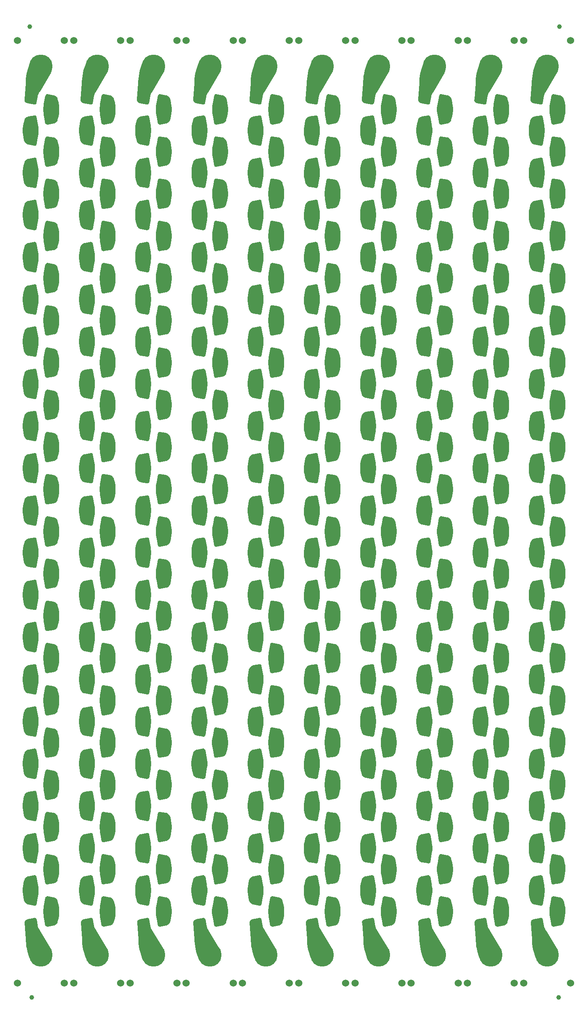
<source format=gtl>
G04*
G04 #@! TF.GenerationSoftware,Altium Limited,Altium Designer,18.1.7 (191)*
G04*
G04 Layer_Physical_Order=1*
G04 Layer_Color=255*
%FSLAX44Y44*%
%MOMM*%
G71*
G01*
G75*
%ADD10C,1.0000*%
G04:AMPARAMS|DCode=11|XSize=2.2mm|YSize=1.8mm|CornerRadius=0mm|HoleSize=0mm|Usage=FLASHONLY|Rotation=10.000|XOffset=0mm|YOffset=0mm|HoleType=Round|Shape=Rectangle|*
%AMROTATEDRECTD11*
4,1,4,-0.9270,-1.0773,-1.2396,0.6953,0.9270,1.0773,1.2396,-0.6953,-0.9270,-1.0773,0.0*
%
%ADD11ROTATEDRECTD11*%

G04:AMPARAMS|DCode=12|XSize=2.2mm|YSize=1.8mm|CornerRadius=0mm|HoleSize=0mm|Usage=FLASHONLY|Rotation=170.000|XOffset=0mm|YOffset=0mm|HoleType=Round|Shape=Rectangle|*
%AMROTATEDRECTD12*
4,1,4,1.2396,0.6953,0.9270,-1.0773,-1.2396,-0.6953,-0.9270,1.0773,1.2396,0.6953,0.0*
%
%ADD12ROTATEDRECTD12*%

%ADD13C,1.5240*%
%ADD14C,5.0000*%
G36*
X1171462Y1991273D02*
X1147640Y1951013D01*
X1147640Y1951013D01*
X1146697Y1949786D01*
X1145061Y1947161D01*
X1143780Y1944345D01*
X1142877Y1941387D01*
X1142572Y1939869D01*
X1140480Y1927349D01*
X1140480D01*
X1140332Y1926464D01*
X1139367Y1924952D01*
X1137887Y1923939D01*
X1136129Y1923586D01*
X1135251Y1923768D01*
X1120595Y1926808D01*
X1120595Y1926808D01*
X1119284Y1927079D01*
X1117020Y1928513D01*
X1115406Y1930651D01*
X1114648Y1933221D01*
X1114746Y1934557D01*
X1117279Y1969063D01*
X1117321Y1972034D01*
X1117713Y1977965D01*
X1118410Y1983868D01*
X1119411Y1989727D01*
X1120713Y1995526D01*
X1122312Y2001250D01*
X1124205Y2006885D01*
X1126385Y2012414D01*
X1127617Y2015119D01*
X1171462Y1991273D01*
D02*
G37*
G36*
X1051462D02*
X1027640Y1951013D01*
X1027640Y1951013D01*
X1026697Y1949786D01*
X1025061Y1947161D01*
X1023780Y1944345D01*
X1022877Y1941387D01*
X1022572Y1939869D01*
X1020480Y1927349D01*
X1020480D01*
X1020332Y1926464D01*
X1019367Y1924952D01*
X1017887Y1923939D01*
X1016129Y1923586D01*
X1015251Y1923768D01*
X1000595Y1926808D01*
X1000595Y1926808D01*
X999284Y1927079D01*
X997020Y1928513D01*
X995406Y1930651D01*
X994649Y1933221D01*
X994746Y1934557D01*
X997279Y1969063D01*
X997321Y1972034D01*
X997713Y1977965D01*
X998410Y1983868D01*
X999411Y1989727D01*
X1000713Y1995526D01*
X1002312Y2001250D01*
X1004205Y2006885D01*
X1006385Y2012414D01*
X1007617Y2015119D01*
X1051462Y1991273D01*
D02*
G37*
G36*
X931462D02*
X907640Y1951013D01*
X907640Y1951013D01*
X906697Y1949786D01*
X905061Y1947161D01*
X903780Y1944345D01*
X902877Y1941387D01*
X902572Y1939869D01*
X900480Y1927349D01*
X900480D01*
X900332Y1926464D01*
X899367Y1924952D01*
X897887Y1923939D01*
X896129Y1923586D01*
X895251Y1923768D01*
X880595Y1926808D01*
X880595Y1926808D01*
X879284Y1927079D01*
X877020Y1928513D01*
X875406Y1930651D01*
X874649Y1933221D01*
X874747Y1934557D01*
X877279Y1969063D01*
X877321Y1972034D01*
X877713Y1977965D01*
X878410Y1983868D01*
X879411Y1989727D01*
X880713Y1995526D01*
X882312Y2001250D01*
X884205Y2006885D01*
X886385Y2012414D01*
X887617Y2015119D01*
X931462Y1991273D01*
D02*
G37*
G36*
X811462D02*
X787640Y1951013D01*
X787640Y1951013D01*
X786697Y1949786D01*
X785061Y1947161D01*
X783780Y1944345D01*
X782877Y1941387D01*
X782572Y1939869D01*
X780480Y1927349D01*
X780480D01*
X780332Y1926464D01*
X779367Y1924952D01*
X777887Y1923939D01*
X776129Y1923586D01*
X775251Y1923768D01*
X760595Y1926808D01*
X760595Y1926808D01*
X759284Y1927079D01*
X757020Y1928513D01*
X755406Y1930651D01*
X754649Y1933221D01*
X754747Y1934557D01*
X757279Y1969063D01*
X757321Y1972034D01*
X757713Y1977965D01*
X758410Y1983868D01*
X759411Y1989727D01*
X760713Y1995526D01*
X762312Y2001250D01*
X764205Y2006885D01*
X766385Y2012414D01*
X767617Y2015119D01*
X811462Y1991273D01*
D02*
G37*
G36*
X691462D02*
X667640Y1951013D01*
X667640Y1951013D01*
X666697Y1949786D01*
X665061Y1947161D01*
X663780Y1944345D01*
X662877Y1941387D01*
X662572Y1939869D01*
X660480Y1927349D01*
X660480D01*
X660332Y1926464D01*
X659367Y1924952D01*
X657887Y1923939D01*
X656129Y1923586D01*
X655251Y1923768D01*
X640595Y1926808D01*
X640595Y1926808D01*
X639284Y1927079D01*
X637020Y1928513D01*
X635406Y1930651D01*
X634649Y1933221D01*
X634747Y1934557D01*
X637279Y1969063D01*
X637321Y1972034D01*
X637713Y1977965D01*
X638410Y1983868D01*
X639411Y1989727D01*
X640713Y1995526D01*
X642312Y2001250D01*
X644205Y2006885D01*
X646385Y2012414D01*
X647617Y2015119D01*
X691462Y1991273D01*
D02*
G37*
G36*
X571462D02*
X547640Y1951013D01*
X547640Y1951013D01*
X546697Y1949786D01*
X545061Y1947161D01*
X543780Y1944345D01*
X542877Y1941387D01*
X542573Y1939869D01*
X540480Y1927349D01*
X540480D01*
X540332Y1926464D01*
X539367Y1924952D01*
X537887Y1923939D01*
X536129Y1923586D01*
X535251Y1923768D01*
X520596Y1926808D01*
X520596Y1926808D01*
X519284Y1927079D01*
X517020Y1928513D01*
X515406Y1930651D01*
X514649Y1933221D01*
X514747Y1934557D01*
X517279Y1969063D01*
X517321Y1972034D01*
X517713Y1977965D01*
X518410Y1983868D01*
X519411Y1989727D01*
X520713Y1995526D01*
X522312Y2001250D01*
X524205Y2006885D01*
X526385Y2012414D01*
X527617Y2015119D01*
X571462Y1991273D01*
D02*
G37*
G36*
X451462D02*
X427640Y1951013D01*
X427640Y1951013D01*
X426697Y1949786D01*
X425061Y1947161D01*
X423780Y1944345D01*
X422877Y1941387D01*
X422573Y1939869D01*
X420480Y1927349D01*
X420480D01*
X420332Y1926464D01*
X419367Y1924952D01*
X417887Y1923939D01*
X416129Y1923586D01*
X415251Y1923768D01*
X400596Y1926808D01*
X400596Y1926808D01*
X399284Y1927079D01*
X397020Y1928513D01*
X395406Y1930651D01*
X394649Y1933221D01*
X394747Y1934557D01*
X397279Y1969063D01*
X397321Y1972034D01*
X397713Y1977965D01*
X398410Y1983868D01*
X399411Y1989727D01*
X400713Y1995526D01*
X402312Y2001250D01*
X404205Y2006885D01*
X406385Y2012414D01*
X407617Y2015119D01*
X451462Y1991273D01*
D02*
G37*
G36*
X331462D02*
X307640Y1951013D01*
X307640Y1951013D01*
X306697Y1949786D01*
X305061Y1947161D01*
X303780Y1944345D01*
X302877Y1941387D01*
X302573Y1939869D01*
X300480Y1927349D01*
X300480D01*
X300332Y1926464D01*
X299368Y1924952D01*
X297887Y1923939D01*
X296129Y1923586D01*
X295251Y1923768D01*
X280596Y1926808D01*
X280596Y1926808D01*
X279284Y1927079D01*
X277020Y1928513D01*
X275406Y1930651D01*
X274648Y1933221D01*
X274747Y1934557D01*
X277279Y1969063D01*
X277321Y1972034D01*
X277713Y1977965D01*
X278410Y1983868D01*
X279411Y1989727D01*
X280713Y1995526D01*
X282312Y2001250D01*
X284205Y2006885D01*
X286385Y2012414D01*
X287617Y2015119D01*
X331462Y1991273D01*
D02*
G37*
G36*
X211462D02*
X187640Y1951013D01*
X187640Y1951013D01*
X186697Y1949786D01*
X185061Y1947161D01*
X183780Y1944345D01*
X182877Y1941387D01*
X182573Y1939869D01*
X180480Y1927349D01*
X180480D01*
X180332Y1926464D01*
X179368Y1924952D01*
X177887Y1923939D01*
X176129Y1923586D01*
X175251Y1923768D01*
X160596Y1926808D01*
X160596Y1926808D01*
X159284Y1927079D01*
X157020Y1928513D01*
X155406Y1930651D01*
X154649Y1933221D01*
X154747Y1934557D01*
X157279Y1969063D01*
X157321Y1972034D01*
X157713Y1977965D01*
X158411Y1983868D01*
X159411Y1989727D01*
X160713Y1995526D01*
X162313Y2001250D01*
X164205Y2006885D01*
X166385Y2012414D01*
X167617Y2015119D01*
X211462Y1991273D01*
D02*
G37*
G36*
X91462D02*
X67640Y1951013D01*
X67640Y1951013D01*
X66697Y1949786D01*
X65061Y1947161D01*
X63780Y1944345D01*
X62877Y1941387D01*
X62573Y1939869D01*
X60480Y1927349D01*
X60480D01*
X60332Y1926464D01*
X59367Y1924952D01*
X57888Y1923939D01*
X56129Y1923586D01*
X55251Y1923768D01*
X40596Y1926808D01*
X40596Y1926808D01*
X39284Y1927079D01*
X37020Y1928513D01*
X35406Y1930651D01*
X34648Y1933221D01*
X34747Y1934557D01*
X37279Y1969063D01*
X37321Y1972034D01*
X37713Y1977965D01*
X38410Y1983868D01*
X39411Y1989727D01*
X40713Y1995526D01*
X42312Y2001250D01*
X44205Y2006885D01*
X46385Y2012414D01*
X47617Y2015119D01*
X91462Y1991273D01*
D02*
G37*
G36*
X1163933Y1945713D02*
X1163933Y1945713D01*
X1176485Y1943530D01*
X1178058Y1943256D01*
X1180940Y1941883D01*
X1183347Y1939785D01*
X1185100Y1937117D01*
X1185586Y1935597D01*
Y1935597D01*
X1186451Y1932885D01*
X1187756Y1927344D01*
X1188624Y1921718D01*
X1189052Y1916041D01*
X1189037Y1910349D01*
X1188579Y1904674D01*
X1187680Y1899053D01*
X1186346Y1893519D01*
X1185466Y1890812D01*
X1185466Y1890812D01*
X1184998Y1889372D01*
X1183325Y1886848D01*
X1181037Y1884865D01*
X1178301Y1883566D01*
X1176810Y1883307D01*
X1176809Y1883307D01*
X1163933Y1881067D01*
X1163156Y1880932D01*
X1161617Y1881274D01*
X1160324Y1882177D01*
X1159472Y1883504D01*
X1159331Y1884280D01*
X1159331Y1884280D01*
X1156038Y1902390D01*
X1155543Y1905112D01*
X1155046Y1910623D01*
X1155046Y1916157D01*
X1155543Y1921668D01*
X1156038Y1924390D01*
Y1924390D01*
X1159331Y1942500D01*
X1159472Y1943276D01*
X1160324Y1944603D01*
X1161617Y1945506D01*
X1163156Y1945848D01*
X1163933Y1945713D01*
D02*
G37*
G36*
X1043933D02*
X1043933Y1945713D01*
X1056485Y1943530D01*
X1058058Y1943256D01*
X1060940Y1941883D01*
X1063347Y1939785D01*
X1065100Y1937117D01*
X1065586Y1935597D01*
Y1935597D01*
X1066451Y1932885D01*
X1067756Y1927344D01*
X1068624Y1921718D01*
X1069052Y1916041D01*
X1069037Y1910349D01*
X1068579Y1904674D01*
X1067680Y1899053D01*
X1066346Y1893519D01*
X1065466Y1890812D01*
X1065466Y1890812D01*
X1064998Y1889372D01*
X1063325Y1886848D01*
X1061037Y1884865D01*
X1058301Y1883566D01*
X1056810Y1883307D01*
X1056809Y1883307D01*
X1043933Y1881067D01*
X1043156Y1880932D01*
X1041617Y1881274D01*
X1040324Y1882177D01*
X1039472Y1883504D01*
X1039331Y1884280D01*
X1039331Y1884280D01*
X1036038Y1902390D01*
X1035543Y1905112D01*
X1035046Y1910623D01*
X1035046Y1916157D01*
X1035543Y1921668D01*
X1036038Y1924390D01*
Y1924390D01*
X1039331Y1942500D01*
X1039472Y1943276D01*
X1040324Y1944603D01*
X1041617Y1945506D01*
X1043156Y1945848D01*
X1043933Y1945713D01*
D02*
G37*
G36*
X923933D02*
X923933Y1945713D01*
X936485Y1943530D01*
X938058Y1943256D01*
X940940Y1941883D01*
X943347Y1939785D01*
X945100Y1937117D01*
X945586Y1935597D01*
Y1935597D01*
X946451Y1932885D01*
X947756Y1927344D01*
X948624Y1921718D01*
X949052Y1916041D01*
X949037Y1910349D01*
X948579Y1904674D01*
X947680Y1899053D01*
X946346Y1893519D01*
X945466Y1890812D01*
X945466Y1890812D01*
X944998Y1889372D01*
X943325Y1886848D01*
X941037Y1884865D01*
X938301Y1883566D01*
X936810Y1883307D01*
X936810Y1883307D01*
X923933Y1881067D01*
X923156Y1880932D01*
X921617Y1881274D01*
X920324Y1882177D01*
X919472Y1883504D01*
X919331Y1884280D01*
X919331Y1884280D01*
X916038Y1902390D01*
X915543Y1905112D01*
X915046Y1910623D01*
X915046Y1916157D01*
X915543Y1921668D01*
X916038Y1924390D01*
Y1924390D01*
X919331Y1942500D01*
X919472Y1943276D01*
X920324Y1944603D01*
X921617Y1945506D01*
X923156Y1945848D01*
X923933Y1945713D01*
D02*
G37*
G36*
X803933D02*
X803933Y1945713D01*
X816485Y1943530D01*
X818058Y1943256D01*
X820940Y1941883D01*
X823347Y1939785D01*
X825100Y1937117D01*
X825586Y1935597D01*
Y1935597D01*
X826451Y1932885D01*
X827756Y1927344D01*
X828624Y1921718D01*
X829052Y1916041D01*
X829037Y1910349D01*
X828579Y1904674D01*
X827680Y1899053D01*
X826346Y1893519D01*
X825466Y1890812D01*
X825466Y1890812D01*
X824998Y1889372D01*
X823325Y1886848D01*
X821037Y1884865D01*
X818301Y1883566D01*
X816810Y1883307D01*
X816810Y1883307D01*
X803933Y1881067D01*
X803156Y1880932D01*
X801617Y1881274D01*
X800324Y1882177D01*
X799472Y1883504D01*
X799331Y1884280D01*
X799331Y1884280D01*
X796038Y1902390D01*
X795543Y1905112D01*
X795046Y1910623D01*
X795046Y1916157D01*
X795543Y1921668D01*
X796038Y1924390D01*
Y1924390D01*
X799331Y1942500D01*
X799472Y1943276D01*
X800324Y1944603D01*
X801617Y1945506D01*
X803156Y1945848D01*
X803933Y1945713D01*
D02*
G37*
G36*
X683933D02*
X683933Y1945713D01*
X696485Y1943530D01*
X698058Y1943256D01*
X700940Y1941883D01*
X703347Y1939785D01*
X705100Y1937117D01*
X705586Y1935597D01*
Y1935597D01*
X706451Y1932885D01*
X707756Y1927344D01*
X708624Y1921718D01*
X709052Y1916041D01*
X709037Y1910349D01*
X708579Y1904674D01*
X707680Y1899053D01*
X706346Y1893519D01*
X705466Y1890812D01*
X705466Y1890812D01*
X704998Y1889372D01*
X703325Y1886848D01*
X701037Y1884865D01*
X698301Y1883566D01*
X696810Y1883307D01*
X696810Y1883307D01*
X683933Y1881067D01*
X683156Y1880932D01*
X681617Y1881274D01*
X680324Y1882177D01*
X679472Y1883504D01*
X679331Y1884280D01*
X679331Y1884280D01*
X676038Y1902390D01*
X675543Y1905112D01*
X675046Y1910623D01*
X675046Y1916157D01*
X675543Y1921668D01*
X676038Y1924390D01*
Y1924390D01*
X679331Y1942500D01*
X679472Y1943276D01*
X680324Y1944603D01*
X681617Y1945506D01*
X683156Y1945848D01*
X683933Y1945713D01*
D02*
G37*
G36*
X563933D02*
X563933Y1945713D01*
X576485Y1943530D01*
X578058Y1943256D01*
X580940Y1941883D01*
X583347Y1939785D01*
X585100Y1937117D01*
X585586Y1935597D01*
Y1935597D01*
X586451Y1932885D01*
X587756Y1927344D01*
X588624Y1921718D01*
X589052Y1916041D01*
X589037Y1910349D01*
X588579Y1904674D01*
X587680Y1899053D01*
X586346Y1893519D01*
X585466Y1890812D01*
X585466Y1890812D01*
X584998Y1889372D01*
X583325Y1886848D01*
X581037Y1884865D01*
X578301Y1883566D01*
X576810Y1883307D01*
X576810Y1883307D01*
X563933Y1881067D01*
X563156Y1880932D01*
X561617Y1881274D01*
X560324Y1882177D01*
X559472Y1883504D01*
X559331Y1884280D01*
X559331Y1884280D01*
X556038Y1902390D01*
X555543Y1905112D01*
X555046Y1910623D01*
X555046Y1916157D01*
X555543Y1921668D01*
X556038Y1924390D01*
Y1924390D01*
X559331Y1942500D01*
X559472Y1943276D01*
X560324Y1944603D01*
X561617Y1945506D01*
X563156Y1945848D01*
X563933Y1945713D01*
D02*
G37*
G36*
X443933D02*
X443933Y1945713D01*
X456485Y1943530D01*
X458058Y1943256D01*
X460940Y1941883D01*
X463347Y1939785D01*
X465100Y1937117D01*
X465586Y1935597D01*
Y1935597D01*
X466451Y1932885D01*
X467756Y1927344D01*
X468624Y1921718D01*
X469052Y1916041D01*
X469037Y1910349D01*
X468579Y1904674D01*
X467680Y1899053D01*
X466346Y1893519D01*
X465466Y1890812D01*
X465466Y1890812D01*
X464998Y1889372D01*
X463325Y1886848D01*
X461037Y1884865D01*
X458301Y1883566D01*
X456810Y1883307D01*
X456810Y1883307D01*
X443933Y1881067D01*
X443156Y1880932D01*
X441617Y1881274D01*
X440324Y1882177D01*
X439472Y1883504D01*
X439331Y1884280D01*
X439331Y1884280D01*
X436038Y1902390D01*
X435543Y1905112D01*
X435046Y1910623D01*
X435046Y1916157D01*
X435543Y1921668D01*
X436038Y1924390D01*
Y1924390D01*
X439331Y1942500D01*
X439472Y1943276D01*
X440324Y1944603D01*
X441617Y1945506D01*
X443156Y1945848D01*
X443933Y1945713D01*
D02*
G37*
G36*
X323933D02*
X323933Y1945713D01*
X336485Y1943530D01*
X338058Y1943256D01*
X340940Y1941883D01*
X343347Y1939785D01*
X345100Y1937117D01*
X345586Y1935597D01*
Y1935597D01*
X346451Y1932885D01*
X347756Y1927344D01*
X348624Y1921718D01*
X349052Y1916041D01*
X349037Y1910349D01*
X348579Y1904674D01*
X347680Y1899053D01*
X346346Y1893519D01*
X345466Y1890812D01*
X345466Y1890812D01*
X344998Y1889372D01*
X343325Y1886848D01*
X341037Y1884865D01*
X338301Y1883566D01*
X336810Y1883307D01*
X336810Y1883307D01*
X323933Y1881067D01*
X323156Y1880932D01*
X321617Y1881274D01*
X320324Y1882177D01*
X319472Y1883504D01*
X319331Y1884280D01*
X319331Y1884280D01*
X316038Y1902390D01*
X315543Y1905112D01*
X315046Y1910623D01*
X315046Y1916157D01*
X315543Y1921668D01*
X316038Y1924390D01*
Y1924390D01*
X319331Y1942500D01*
X319472Y1943276D01*
X320324Y1944603D01*
X321617Y1945506D01*
X323156Y1945848D01*
X323933Y1945713D01*
D02*
G37*
G36*
X203933D02*
X203933Y1945713D01*
X216485Y1943530D01*
X218058Y1943256D01*
X220940Y1941883D01*
X223347Y1939785D01*
X225100Y1937117D01*
X225586Y1935597D01*
Y1935597D01*
X226451Y1932885D01*
X227756Y1927344D01*
X228624Y1921718D01*
X229052Y1916041D01*
X229037Y1910349D01*
X228579Y1904674D01*
X227680Y1899053D01*
X226346Y1893519D01*
X225466Y1890812D01*
X225466Y1890812D01*
X224998Y1889372D01*
X223325Y1886848D01*
X221037Y1884865D01*
X218301Y1883566D01*
X216810Y1883307D01*
X216810Y1883307D01*
X203933Y1881067D01*
X203156Y1880932D01*
X201617Y1881274D01*
X200324Y1882177D01*
X199472Y1883504D01*
X199331Y1884280D01*
X199331Y1884280D01*
X196038Y1902390D01*
X195543Y1905112D01*
X195046Y1910623D01*
X195046Y1916157D01*
X195543Y1921668D01*
X196038Y1924390D01*
Y1924390D01*
X199331Y1942500D01*
X199472Y1943276D01*
X200324Y1944603D01*
X201617Y1945506D01*
X203156Y1945848D01*
X203933Y1945713D01*
D02*
G37*
G36*
X83933D02*
X83933Y1945713D01*
X96485Y1943530D01*
X98058Y1943256D01*
X100940Y1941883D01*
X103347Y1939785D01*
X105100Y1937117D01*
X105586Y1935597D01*
Y1935597D01*
X106452Y1932885D01*
X107756Y1927344D01*
X108624Y1921718D01*
X109052Y1916041D01*
X109037Y1910349D01*
X108579Y1904674D01*
X107680Y1899053D01*
X106346Y1893519D01*
X105466Y1890812D01*
X105466Y1890812D01*
X104998Y1889372D01*
X103325Y1886848D01*
X101037Y1884865D01*
X98301Y1883566D01*
X96810Y1883307D01*
X96810Y1883307D01*
X83933Y1881067D01*
X83156Y1880932D01*
X81617Y1881274D01*
X80324Y1882177D01*
X79472Y1883504D01*
X79331Y1884280D01*
X79331Y1884280D01*
X76038Y1902390D01*
X75543Y1905112D01*
X75046Y1910623D01*
X75046Y1916157D01*
X75543Y1921668D01*
X76038Y1924390D01*
Y1924390D01*
X79331Y1942500D01*
X79472Y1943276D01*
X80324Y1944603D01*
X81617Y1945506D01*
X83156Y1945848D01*
X83933Y1945713D01*
D02*
G37*
G36*
X1138459Y1900311D02*
X1139752Y1899408D01*
X1140604Y1898081D01*
X1140745Y1897305D01*
X1140745D01*
X1144038Y1879195D01*
X1144533Y1876473D01*
X1145030Y1870962D01*
X1145030Y1865428D01*
X1144533Y1859917D01*
X1144038Y1857195D01*
X1144038Y1857195D01*
X1140745Y1839085D01*
X1140604Y1838309D01*
X1139752Y1836982D01*
X1138459Y1836079D01*
X1136920Y1835737D01*
X1136143Y1835872D01*
Y1835872D01*
X1123591Y1838056D01*
X1122018Y1838329D01*
X1119136Y1839702D01*
X1116729Y1841800D01*
X1114976Y1844468D01*
X1114491Y1845988D01*
Y1845988D01*
X1113625Y1848700D01*
X1112320Y1854241D01*
X1111452Y1859867D01*
X1111024Y1865544D01*
X1111039Y1871236D01*
X1111497Y1876911D01*
X1112396Y1882532D01*
X1113730Y1888066D01*
X1114610Y1890773D01*
X1114610Y1890773D01*
X1115078Y1892213D01*
X1116751Y1894737D01*
X1119039Y1896720D01*
X1121775Y1898019D01*
X1123266Y1898278D01*
X1123267D01*
X1136143Y1900518D01*
X1136920Y1900653D01*
X1138459Y1900311D01*
D02*
G37*
G36*
X1018459D02*
X1019752Y1899408D01*
X1020604Y1898081D01*
X1020745Y1897305D01*
X1020745D01*
X1024038Y1879195D01*
X1024533Y1876473D01*
X1025030Y1870962D01*
X1025030Y1865428D01*
X1024533Y1859917D01*
X1024038Y1857195D01*
X1024038Y1857195D01*
X1020745Y1839085D01*
X1020604Y1838309D01*
X1019752Y1836982D01*
X1018459Y1836079D01*
X1016920Y1835737D01*
X1016143Y1835872D01*
Y1835872D01*
X1003591Y1838056D01*
X1002018Y1838329D01*
X999136Y1839702D01*
X996729Y1841800D01*
X994976Y1844468D01*
X994491Y1845988D01*
Y1845988D01*
X993625Y1848700D01*
X992320Y1854241D01*
X991452Y1859867D01*
X991024Y1865544D01*
X991039Y1871236D01*
X991497Y1876911D01*
X992396Y1882532D01*
X993730Y1888066D01*
X994610Y1890773D01*
X994610Y1890773D01*
X995078Y1892213D01*
X996751Y1894737D01*
X999039Y1896720D01*
X1001775Y1898019D01*
X1003266Y1898278D01*
X1003267D01*
X1016143Y1900518D01*
X1016920Y1900653D01*
X1018459Y1900311D01*
D02*
G37*
G36*
X898459D02*
X899752Y1899408D01*
X900604Y1898081D01*
X900745Y1897305D01*
X900745D01*
X904038Y1879195D01*
X904533Y1876473D01*
X905030Y1870962D01*
X905030Y1865428D01*
X904533Y1859917D01*
X904038Y1857195D01*
X904038Y1857195D01*
X900745Y1839085D01*
X900604Y1838309D01*
X899752Y1836982D01*
X898459Y1836079D01*
X896920Y1835737D01*
X896143Y1835872D01*
Y1835872D01*
X883591Y1838056D01*
X882018Y1838329D01*
X879136Y1839702D01*
X876729Y1841800D01*
X874976Y1844468D01*
X874491Y1845988D01*
Y1845988D01*
X873625Y1848700D01*
X872321Y1854241D01*
X871452Y1859867D01*
X871024Y1865544D01*
X871039Y1871236D01*
X871497Y1876911D01*
X872396Y1882532D01*
X873730Y1888066D01*
X874610Y1890773D01*
X874610Y1890773D01*
X875078Y1892213D01*
X876752Y1894737D01*
X879039Y1896720D01*
X881775Y1898019D01*
X883266Y1898278D01*
X883267D01*
X896143Y1900518D01*
X896920Y1900653D01*
X898459Y1900311D01*
D02*
G37*
G36*
X778459D02*
X779752Y1899408D01*
X780604Y1898081D01*
X780745Y1897305D01*
X780745D01*
X784038Y1879195D01*
X784533Y1876473D01*
X785030Y1870962D01*
X785030Y1865428D01*
X784533Y1859917D01*
X784038Y1857195D01*
X784038Y1857195D01*
X780745Y1839085D01*
X780604Y1838309D01*
X779752Y1836982D01*
X778459Y1836079D01*
X776920Y1835737D01*
X776143Y1835872D01*
Y1835872D01*
X763591Y1838056D01*
X762018Y1838329D01*
X759136Y1839702D01*
X756729Y1841800D01*
X754976Y1844468D01*
X754491Y1845988D01*
Y1845988D01*
X753625Y1848700D01*
X752321Y1854241D01*
X751452Y1859867D01*
X751024Y1865544D01*
X751039Y1871236D01*
X751497Y1876911D01*
X752396Y1882532D01*
X753730Y1888066D01*
X754610Y1890773D01*
X754610Y1890773D01*
X755078Y1892213D01*
X756752Y1894737D01*
X759039Y1896720D01*
X761775Y1898019D01*
X763266Y1898278D01*
X763267D01*
X776143Y1900518D01*
X776920Y1900653D01*
X778459Y1900311D01*
D02*
G37*
G36*
X658459D02*
X659753Y1899408D01*
X660604Y1898081D01*
X660745Y1897305D01*
X660745D01*
X664038Y1879195D01*
X664533Y1876473D01*
X665030Y1870962D01*
X665030Y1865428D01*
X664533Y1859917D01*
X664038Y1857195D01*
X664038Y1857195D01*
X660745Y1839085D01*
X660604Y1838309D01*
X659752Y1836982D01*
X658459Y1836079D01*
X656920Y1835737D01*
X656143Y1835872D01*
Y1835872D01*
X643591Y1838056D01*
X642018Y1838329D01*
X639136Y1839702D01*
X636730Y1841800D01*
X634976Y1844468D01*
X634491Y1845988D01*
Y1845988D01*
X633625Y1848700D01*
X632321Y1854241D01*
X631452Y1859867D01*
X631024Y1865544D01*
X631039Y1871236D01*
X631497Y1876911D01*
X632396Y1882532D01*
X633730Y1888066D01*
X634610Y1890773D01*
X634610Y1890773D01*
X635078Y1892213D01*
X636752Y1894737D01*
X639039Y1896720D01*
X641775Y1898019D01*
X643266Y1898278D01*
X643267D01*
X656143Y1900518D01*
X656920Y1900653D01*
X658459Y1900311D01*
D02*
G37*
G36*
X538459D02*
X539753Y1899408D01*
X540604Y1898081D01*
X540745Y1897305D01*
X540745D01*
X544038Y1879195D01*
X544533Y1876473D01*
X545030Y1870962D01*
X545030Y1865428D01*
X544533Y1859917D01*
X544038Y1857195D01*
X544038Y1857195D01*
X540745Y1839085D01*
X540604Y1838309D01*
X539752Y1836982D01*
X538459Y1836079D01*
X536920Y1835737D01*
X536143Y1835872D01*
Y1835872D01*
X523591Y1838056D01*
X522018Y1838329D01*
X519136Y1839702D01*
X516730Y1841800D01*
X514976Y1844468D01*
X514491Y1845988D01*
Y1845988D01*
X513625Y1848700D01*
X512321Y1854241D01*
X511452Y1859867D01*
X511024Y1865544D01*
X511039Y1871236D01*
X511497Y1876911D01*
X512396Y1882532D01*
X513730Y1888066D01*
X514610Y1890773D01*
X514610Y1890773D01*
X515078Y1892213D01*
X516752Y1894737D01*
X519039Y1896720D01*
X521775Y1898019D01*
X523266Y1898278D01*
X523266D01*
X536143Y1900518D01*
X536920Y1900653D01*
X538459Y1900311D01*
D02*
G37*
G36*
X418459D02*
X419753Y1899408D01*
X420604Y1898081D01*
X420745Y1897305D01*
X420745D01*
X424038Y1879195D01*
X424533Y1876473D01*
X425030Y1870962D01*
X425030Y1865428D01*
X424533Y1859917D01*
X424038Y1857195D01*
X424038Y1857195D01*
X420745Y1839085D01*
X420604Y1838309D01*
X419752Y1836982D01*
X418459Y1836079D01*
X416920Y1835737D01*
X416143Y1835872D01*
Y1835872D01*
X403591Y1838056D01*
X402018Y1838329D01*
X399136Y1839702D01*
X396730Y1841800D01*
X394976Y1844468D01*
X394491Y1845988D01*
Y1845988D01*
X393625Y1848700D01*
X392321Y1854241D01*
X391452Y1859867D01*
X391024Y1865544D01*
X391039Y1871236D01*
X391497Y1876911D01*
X392396Y1882532D01*
X393730Y1888066D01*
X394610Y1890773D01*
X394610Y1890773D01*
X395078Y1892213D01*
X396752Y1894737D01*
X399039Y1896720D01*
X401775Y1898019D01*
X403266Y1898278D01*
X403267D01*
X416143Y1900518D01*
X416920Y1900653D01*
X418459Y1900311D01*
D02*
G37*
G36*
X298459D02*
X299753Y1899408D01*
X300604Y1898081D01*
X300745Y1897305D01*
X300745D01*
X304038Y1879195D01*
X304533Y1876473D01*
X305030Y1870962D01*
X305030Y1865428D01*
X304533Y1859917D01*
X304038Y1857195D01*
X304038Y1857195D01*
X300745Y1839085D01*
X300604Y1838309D01*
X299752Y1836982D01*
X298459Y1836079D01*
X296920Y1835737D01*
X296143Y1835872D01*
Y1835872D01*
X283591Y1838056D01*
X282018Y1838329D01*
X279136Y1839702D01*
X276730Y1841800D01*
X274976Y1844468D01*
X274491Y1845988D01*
Y1845988D01*
X273625Y1848700D01*
X272321Y1854241D01*
X271452Y1859867D01*
X271024Y1865544D01*
X271039Y1871236D01*
X271497Y1876911D01*
X272396Y1882532D01*
X273730Y1888066D01*
X274610Y1890773D01*
X274610Y1890773D01*
X275078Y1892213D01*
X276752Y1894737D01*
X279039Y1896720D01*
X281775Y1898019D01*
X283267Y1898278D01*
X283267D01*
X296143Y1900518D01*
X296920Y1900653D01*
X298459Y1900311D01*
D02*
G37*
G36*
X178459D02*
X179753Y1899408D01*
X180604Y1898081D01*
X180745Y1897305D01*
X180745D01*
X184038Y1879195D01*
X184533Y1876473D01*
X185030Y1870962D01*
X185030Y1865428D01*
X184533Y1859917D01*
X184038Y1857195D01*
X184038Y1857195D01*
X180745Y1839085D01*
X180604Y1838309D01*
X179752Y1836982D01*
X178459Y1836079D01*
X176920Y1835737D01*
X176143Y1835872D01*
Y1835872D01*
X163591Y1838056D01*
X162018Y1838329D01*
X159136Y1839702D01*
X156729Y1841800D01*
X154976Y1844468D01*
X154491Y1845988D01*
Y1845988D01*
X153625Y1848700D01*
X152321Y1854241D01*
X151452Y1859867D01*
X151024Y1865544D01*
X151039Y1871236D01*
X151497Y1876911D01*
X152396Y1882532D01*
X153730Y1888066D01*
X154610Y1890773D01*
X154610Y1890773D01*
X155078Y1892213D01*
X156752Y1894737D01*
X159039Y1896720D01*
X161775Y1898019D01*
X163267Y1898278D01*
X163267D01*
X176143Y1900518D01*
X176920Y1900653D01*
X178459Y1900311D01*
D02*
G37*
G36*
X58459D02*
X59752Y1899408D01*
X60604Y1898081D01*
X60745Y1897305D01*
X60745D01*
X64038Y1879195D01*
X64533Y1876473D01*
X65030Y1870962D01*
X65030Y1865428D01*
X64533Y1859917D01*
X64038Y1857195D01*
X64038Y1857195D01*
X60745Y1839085D01*
X60604Y1838309D01*
X59752Y1836982D01*
X58459Y1836079D01*
X56920Y1835737D01*
X56143Y1835872D01*
Y1835872D01*
X43591Y1838056D01*
X42018Y1838329D01*
X39136Y1839702D01*
X36730Y1841800D01*
X34976Y1844468D01*
X34491Y1845988D01*
Y1845988D01*
X33625Y1848700D01*
X32321Y1854241D01*
X31452Y1859867D01*
X31024Y1865544D01*
X31039Y1871236D01*
X31497Y1876911D01*
X32396Y1882532D01*
X33730Y1888066D01*
X34610Y1890773D01*
X34610Y1890773D01*
X35078Y1892213D01*
X36752Y1894737D01*
X39039Y1896720D01*
X41775Y1898019D01*
X43267Y1898278D01*
X43267D01*
X56143Y1900518D01*
X56920Y1900653D01*
X58459Y1900311D01*
D02*
G37*
G36*
X1163933Y1855713D02*
X1163933Y1855713D01*
X1176485Y1853530D01*
X1178058Y1853256D01*
X1180940Y1851883D01*
X1183347Y1849785D01*
X1185100Y1847117D01*
X1185586Y1845597D01*
Y1845597D01*
X1186451Y1842885D01*
X1187756Y1837344D01*
X1188624Y1831718D01*
X1189052Y1826041D01*
X1189037Y1820349D01*
X1188579Y1814674D01*
X1187680Y1809053D01*
X1186346Y1803519D01*
X1185466Y1800812D01*
X1185466Y1800812D01*
X1184998Y1799372D01*
X1183325Y1796848D01*
X1181037Y1794865D01*
X1178301Y1793566D01*
X1176810Y1793307D01*
X1176809Y1793307D01*
X1163933Y1791067D01*
X1163156Y1790932D01*
X1161617Y1791274D01*
X1160324Y1792177D01*
X1159472Y1793504D01*
X1159331Y1794280D01*
X1159331Y1794280D01*
X1156038Y1812390D01*
X1155543Y1815112D01*
X1155046Y1820623D01*
X1155046Y1826157D01*
X1155543Y1831668D01*
X1156038Y1834390D01*
Y1834390D01*
X1159331Y1852500D01*
X1159472Y1853276D01*
X1160324Y1854603D01*
X1161617Y1855506D01*
X1163156Y1855848D01*
X1163933Y1855713D01*
D02*
G37*
G36*
X1043933D02*
X1043933Y1855713D01*
X1056485Y1853530D01*
X1058058Y1853256D01*
X1060940Y1851883D01*
X1063347Y1849785D01*
X1065100Y1847117D01*
X1065586Y1845597D01*
Y1845597D01*
X1066451Y1842885D01*
X1067756Y1837344D01*
X1068624Y1831718D01*
X1069052Y1826041D01*
X1069037Y1820349D01*
X1068579Y1814674D01*
X1067680Y1809053D01*
X1066346Y1803519D01*
X1065466Y1800812D01*
X1065466Y1800812D01*
X1064998Y1799372D01*
X1063325Y1796848D01*
X1061037Y1794865D01*
X1058301Y1793566D01*
X1056810Y1793307D01*
X1056809Y1793307D01*
X1043933Y1791067D01*
X1043156Y1790932D01*
X1041617Y1791274D01*
X1040324Y1792177D01*
X1039472Y1793504D01*
X1039331Y1794280D01*
X1039331Y1794280D01*
X1036038Y1812390D01*
X1035543Y1815112D01*
X1035046Y1820623D01*
X1035046Y1826157D01*
X1035543Y1831668D01*
X1036038Y1834390D01*
Y1834390D01*
X1039331Y1852500D01*
X1039472Y1853276D01*
X1040324Y1854603D01*
X1041617Y1855506D01*
X1043156Y1855848D01*
X1043933Y1855713D01*
D02*
G37*
G36*
X923933D02*
X923933Y1855713D01*
X936485Y1853530D01*
X938058Y1853256D01*
X940940Y1851883D01*
X943347Y1849785D01*
X945100Y1847117D01*
X945586Y1845597D01*
Y1845597D01*
X946451Y1842885D01*
X947756Y1837344D01*
X948624Y1831718D01*
X949052Y1826041D01*
X949037Y1820349D01*
X948579Y1814674D01*
X947680Y1809053D01*
X946346Y1803519D01*
X945466Y1800812D01*
X945466Y1800812D01*
X944998Y1799372D01*
X943325Y1796848D01*
X941037Y1794865D01*
X938301Y1793566D01*
X936810Y1793307D01*
X936810Y1793307D01*
X923933Y1791067D01*
X923156Y1790932D01*
X921617Y1791274D01*
X920324Y1792177D01*
X919472Y1793504D01*
X919331Y1794280D01*
X919331Y1794280D01*
X916038Y1812390D01*
X915543Y1815112D01*
X915046Y1820623D01*
X915046Y1826157D01*
X915543Y1831668D01*
X916038Y1834390D01*
Y1834390D01*
X919331Y1852500D01*
X919472Y1853276D01*
X920324Y1854603D01*
X921617Y1855506D01*
X923156Y1855848D01*
X923933Y1855713D01*
D02*
G37*
G36*
X803933D02*
X803933Y1855713D01*
X816485Y1853530D01*
X818058Y1853256D01*
X820940Y1851883D01*
X823347Y1849785D01*
X825100Y1847117D01*
X825586Y1845597D01*
Y1845597D01*
X826451Y1842885D01*
X827756Y1837344D01*
X828624Y1831718D01*
X829052Y1826041D01*
X829037Y1820349D01*
X828579Y1814674D01*
X827680Y1809053D01*
X826346Y1803519D01*
X825466Y1800812D01*
X825466Y1800812D01*
X824998Y1799372D01*
X823325Y1796848D01*
X821037Y1794865D01*
X818301Y1793566D01*
X816810Y1793307D01*
X816810Y1793307D01*
X803933Y1791067D01*
X803156Y1790932D01*
X801617Y1791274D01*
X800324Y1792177D01*
X799472Y1793504D01*
X799331Y1794280D01*
X799331Y1794280D01*
X796038Y1812390D01*
X795543Y1815112D01*
X795046Y1820623D01*
X795046Y1826157D01*
X795543Y1831668D01*
X796038Y1834390D01*
Y1834390D01*
X799331Y1852500D01*
X799472Y1853276D01*
X800324Y1854603D01*
X801617Y1855506D01*
X803156Y1855848D01*
X803933Y1855713D01*
D02*
G37*
G36*
X683933D02*
X683933Y1855713D01*
X696485Y1853530D01*
X698058Y1853256D01*
X700940Y1851883D01*
X703347Y1849785D01*
X705100Y1847117D01*
X705586Y1845597D01*
Y1845597D01*
X706451Y1842885D01*
X707756Y1837344D01*
X708624Y1831718D01*
X709052Y1826041D01*
X709037Y1820349D01*
X708579Y1814674D01*
X707680Y1809053D01*
X706346Y1803519D01*
X705466Y1800812D01*
X705466Y1800812D01*
X704998Y1799372D01*
X703325Y1796848D01*
X701037Y1794865D01*
X698301Y1793566D01*
X696810Y1793307D01*
X696810Y1793307D01*
X683933Y1791067D01*
X683156Y1790932D01*
X681617Y1791274D01*
X680324Y1792177D01*
X679472Y1793504D01*
X679331Y1794280D01*
X679331Y1794280D01*
X676038Y1812390D01*
X675543Y1815112D01*
X675046Y1820623D01*
X675046Y1826157D01*
X675543Y1831668D01*
X676038Y1834390D01*
Y1834390D01*
X679331Y1852500D01*
X679472Y1853276D01*
X680324Y1854603D01*
X681617Y1855506D01*
X683156Y1855848D01*
X683933Y1855713D01*
D02*
G37*
G36*
X563933D02*
X563933Y1855713D01*
X576485Y1853530D01*
X578058Y1853256D01*
X580940Y1851883D01*
X583347Y1849785D01*
X585100Y1847117D01*
X585586Y1845597D01*
Y1845597D01*
X586451Y1842885D01*
X587756Y1837344D01*
X588624Y1831718D01*
X589052Y1826041D01*
X589037Y1820349D01*
X588579Y1814674D01*
X587680Y1809053D01*
X586346Y1803519D01*
X585466Y1800812D01*
X585466Y1800812D01*
X584998Y1799372D01*
X583325Y1796848D01*
X581037Y1794865D01*
X578301Y1793566D01*
X576810Y1793307D01*
X576810Y1793307D01*
X563933Y1791067D01*
X563156Y1790932D01*
X561617Y1791274D01*
X560324Y1792177D01*
X559472Y1793504D01*
X559331Y1794280D01*
X559331Y1794280D01*
X556038Y1812390D01*
X555543Y1815112D01*
X555046Y1820623D01*
X555046Y1826157D01*
X555543Y1831668D01*
X556038Y1834390D01*
Y1834390D01*
X559331Y1852500D01*
X559472Y1853276D01*
X560324Y1854603D01*
X561617Y1855506D01*
X563156Y1855848D01*
X563933Y1855713D01*
D02*
G37*
G36*
X443933D02*
X443933Y1855713D01*
X456485Y1853530D01*
X458058Y1853256D01*
X460940Y1851883D01*
X463347Y1849785D01*
X465100Y1847117D01*
X465586Y1845597D01*
Y1845597D01*
X466451Y1842885D01*
X467756Y1837344D01*
X468624Y1831718D01*
X469052Y1826041D01*
X469037Y1820349D01*
X468579Y1814674D01*
X467680Y1809053D01*
X466346Y1803519D01*
X465466Y1800812D01*
X465466Y1800812D01*
X464998Y1799372D01*
X463325Y1796848D01*
X461037Y1794865D01*
X458301Y1793566D01*
X456810Y1793307D01*
X456810Y1793307D01*
X443933Y1791067D01*
X443156Y1790932D01*
X441617Y1791274D01*
X440324Y1792177D01*
X439472Y1793504D01*
X439331Y1794280D01*
X439331Y1794280D01*
X436038Y1812390D01*
X435543Y1815112D01*
X435046Y1820623D01*
X435046Y1826157D01*
X435543Y1831668D01*
X436038Y1834390D01*
Y1834390D01*
X439331Y1852500D01*
X439472Y1853276D01*
X440324Y1854603D01*
X441617Y1855506D01*
X443156Y1855848D01*
X443933Y1855713D01*
D02*
G37*
G36*
X323933D02*
X323933Y1855713D01*
X336485Y1853530D01*
X338058Y1853256D01*
X340940Y1851883D01*
X343347Y1849785D01*
X345100Y1847117D01*
X345586Y1845597D01*
Y1845597D01*
X346451Y1842885D01*
X347756Y1837344D01*
X348624Y1831718D01*
X349052Y1826041D01*
X349037Y1820349D01*
X348579Y1814674D01*
X347680Y1809053D01*
X346346Y1803519D01*
X345466Y1800812D01*
X345466Y1800812D01*
X344998Y1799372D01*
X343325Y1796848D01*
X341037Y1794865D01*
X338301Y1793566D01*
X336810Y1793307D01*
X336810Y1793307D01*
X323933Y1791067D01*
X323156Y1790932D01*
X321617Y1791274D01*
X320324Y1792177D01*
X319472Y1793504D01*
X319331Y1794280D01*
X319331Y1794280D01*
X316038Y1812390D01*
X315543Y1815112D01*
X315046Y1820623D01*
X315046Y1826157D01*
X315543Y1831668D01*
X316038Y1834390D01*
Y1834390D01*
X319331Y1852500D01*
X319472Y1853276D01*
X320324Y1854603D01*
X321617Y1855506D01*
X323156Y1855848D01*
X323933Y1855713D01*
D02*
G37*
G36*
X203933D02*
X203933Y1855713D01*
X216485Y1853530D01*
X218058Y1853256D01*
X220940Y1851883D01*
X223347Y1849785D01*
X225100Y1847117D01*
X225586Y1845597D01*
Y1845597D01*
X226451Y1842885D01*
X227756Y1837344D01*
X228624Y1831718D01*
X229052Y1826041D01*
X229037Y1820349D01*
X228579Y1814674D01*
X227680Y1809053D01*
X226346Y1803519D01*
X225466Y1800812D01*
X225466Y1800812D01*
X224998Y1799372D01*
X223325Y1796848D01*
X221037Y1794865D01*
X218301Y1793566D01*
X216810Y1793307D01*
X216810Y1793307D01*
X203933Y1791067D01*
X203156Y1790932D01*
X201617Y1791274D01*
X200324Y1792177D01*
X199472Y1793504D01*
X199331Y1794280D01*
X199331Y1794280D01*
X196038Y1812390D01*
X195543Y1815112D01*
X195046Y1820623D01*
X195046Y1826157D01*
X195543Y1831668D01*
X196038Y1834390D01*
Y1834390D01*
X199331Y1852500D01*
X199472Y1853276D01*
X200324Y1854603D01*
X201617Y1855506D01*
X203156Y1855848D01*
X203933Y1855713D01*
D02*
G37*
G36*
X83933D02*
X83933Y1855713D01*
X96485Y1853530D01*
X98058Y1853256D01*
X100940Y1851883D01*
X103347Y1849785D01*
X105100Y1847117D01*
X105586Y1845597D01*
Y1845597D01*
X106452Y1842885D01*
X107756Y1837344D01*
X108624Y1831718D01*
X109052Y1826041D01*
X109037Y1820349D01*
X108579Y1814674D01*
X107680Y1809053D01*
X106346Y1803519D01*
X105466Y1800812D01*
X105466Y1800812D01*
X104998Y1799372D01*
X103325Y1796848D01*
X101037Y1794865D01*
X98301Y1793566D01*
X96810Y1793307D01*
X96810Y1793307D01*
X83933Y1791067D01*
X83156Y1790932D01*
X81617Y1791274D01*
X80324Y1792177D01*
X79472Y1793504D01*
X79331Y1794280D01*
X79331Y1794280D01*
X76038Y1812390D01*
X75543Y1815112D01*
X75046Y1820623D01*
X75046Y1826157D01*
X75543Y1831668D01*
X76038Y1834390D01*
Y1834390D01*
X79331Y1852500D01*
X79472Y1853276D01*
X80324Y1854603D01*
X81617Y1855506D01*
X83156Y1855848D01*
X83933Y1855713D01*
D02*
G37*
G36*
X1138452Y1810116D02*
X1139745Y1809213D01*
X1140597Y1807886D01*
X1140738Y1807110D01*
X1140738D01*
X1144030Y1789000D01*
X1144525Y1786278D01*
X1145022Y1780767D01*
X1145022Y1775233D01*
X1144525Y1769722D01*
X1144030Y1767000D01*
X1144030Y1767000D01*
X1140738Y1748890D01*
X1140597Y1748114D01*
X1139745Y1746787D01*
X1138452Y1745884D01*
X1136912Y1745542D01*
X1136135Y1745677D01*
Y1745677D01*
X1123583Y1747860D01*
X1122010Y1748134D01*
X1119128Y1749507D01*
X1116722Y1751605D01*
X1114968Y1754272D01*
X1114483Y1755793D01*
Y1755793D01*
X1113617Y1758505D01*
X1112313Y1764046D01*
X1111444Y1769672D01*
X1111016Y1775349D01*
X1111031Y1781041D01*
X1111490Y1786716D01*
X1112389Y1792337D01*
X1113722Y1797871D01*
X1114603Y1800578D01*
X1114603Y1800578D01*
X1115071Y1802018D01*
X1116744Y1804542D01*
X1119032Y1806525D01*
X1121767Y1807824D01*
X1123259Y1808083D01*
X1123259D01*
X1136136Y1810323D01*
X1136912Y1810458D01*
X1138452Y1810116D01*
D02*
G37*
G36*
X1018452D02*
X1019745Y1809213D01*
X1020597Y1807886D01*
X1020738Y1807110D01*
X1020738D01*
X1024030Y1789000D01*
X1024525Y1786278D01*
X1025022Y1780767D01*
X1025022Y1775233D01*
X1024525Y1769722D01*
X1024030Y1767000D01*
X1024030Y1767000D01*
X1020738Y1748890D01*
X1020597Y1748114D01*
X1019745Y1746787D01*
X1018452Y1745884D01*
X1016912Y1745542D01*
X1016135Y1745677D01*
Y1745677D01*
X1003583Y1747860D01*
X1002010Y1748134D01*
X999128Y1749507D01*
X996722Y1751605D01*
X994968Y1754272D01*
X994483Y1755793D01*
Y1755793D01*
X993617Y1758505D01*
X992313Y1764046D01*
X991444Y1769672D01*
X991016Y1775349D01*
X991031Y1781041D01*
X991490Y1786716D01*
X992389Y1792337D01*
X993722Y1797871D01*
X994603Y1800578D01*
X994603Y1800578D01*
X995071Y1802018D01*
X996744Y1804542D01*
X999032Y1806525D01*
X1001767Y1807824D01*
X1003259Y1808083D01*
X1003259D01*
X1016136Y1810323D01*
X1016912Y1810458D01*
X1018452Y1810116D01*
D02*
G37*
G36*
X898452D02*
X899745Y1809213D01*
X900597Y1807886D01*
X900738Y1807110D01*
X900738D01*
X904030Y1789000D01*
X904525Y1786278D01*
X905022Y1780767D01*
X905022Y1775233D01*
X904525Y1769722D01*
X904030Y1767000D01*
X904030Y1767000D01*
X900738Y1748890D01*
X900597Y1748114D01*
X899745Y1746787D01*
X898452Y1745884D01*
X896912Y1745542D01*
X896135Y1745677D01*
Y1745677D01*
X883583Y1747860D01*
X882011Y1748134D01*
X879128Y1749507D01*
X876722Y1751605D01*
X874968Y1754272D01*
X874483Y1755793D01*
Y1755793D01*
X873617Y1758505D01*
X872313Y1764046D01*
X871444Y1769672D01*
X871016Y1775349D01*
X871031Y1781041D01*
X871490Y1786716D01*
X872389Y1792337D01*
X873722Y1797871D01*
X874603Y1800578D01*
X874603Y1800578D01*
X875071Y1802018D01*
X876744Y1804542D01*
X879032Y1806525D01*
X881767Y1807824D01*
X883259Y1808083D01*
X883259D01*
X896136Y1810323D01*
X896912Y1810458D01*
X898452Y1810116D01*
D02*
G37*
G36*
X778452D02*
X779745Y1809213D01*
X780597Y1807886D01*
X780738Y1807110D01*
X780738D01*
X784031Y1789000D01*
X784525Y1786278D01*
X785022Y1780767D01*
X785022Y1775233D01*
X784525Y1769722D01*
X784031Y1767000D01*
X784030Y1767000D01*
X780738Y1748890D01*
X780597Y1748114D01*
X779745Y1746787D01*
X778452Y1745884D01*
X776912Y1745542D01*
X776135Y1745677D01*
Y1745677D01*
X763583Y1747860D01*
X762011Y1748134D01*
X759128Y1749507D01*
X756722Y1751605D01*
X754968Y1754272D01*
X754483Y1755793D01*
Y1755793D01*
X753617Y1758505D01*
X752313Y1764046D01*
X751444Y1769672D01*
X751016Y1775349D01*
X751031Y1781041D01*
X751490Y1786716D01*
X752389Y1792337D01*
X753722Y1797871D01*
X754603Y1800578D01*
X754603Y1800578D01*
X755071Y1802018D01*
X756744Y1804542D01*
X759032Y1806525D01*
X761767Y1807824D01*
X763259Y1808083D01*
X763259D01*
X776136Y1810323D01*
X776912Y1810458D01*
X778452Y1810116D01*
D02*
G37*
G36*
X658452D02*
X659745Y1809213D01*
X660597Y1807886D01*
X660738Y1807110D01*
X660738D01*
X664031Y1789000D01*
X664525Y1786278D01*
X665022Y1780767D01*
X665022Y1775233D01*
X664525Y1769722D01*
X664031Y1767000D01*
X664030Y1767000D01*
X660738Y1748890D01*
X660597Y1748114D01*
X659745Y1746787D01*
X658452Y1745884D01*
X656912Y1745542D01*
X656135Y1745677D01*
Y1745677D01*
X643583Y1747860D01*
X642011Y1748134D01*
X639128Y1749507D01*
X636722Y1751605D01*
X634968Y1754272D01*
X634483Y1755793D01*
Y1755793D01*
X633617Y1758505D01*
X632313Y1764046D01*
X631444Y1769672D01*
X631016Y1775349D01*
X631031Y1781041D01*
X631490Y1786716D01*
X632388Y1792337D01*
X633722Y1797871D01*
X634603Y1800578D01*
X634603Y1800578D01*
X635071Y1802018D01*
X636744Y1804542D01*
X639032Y1806525D01*
X641767Y1807824D01*
X643259Y1808083D01*
X643259D01*
X656136Y1810323D01*
X656912Y1810458D01*
X658452Y1810116D01*
D02*
G37*
G36*
X538452D02*
X539745Y1809213D01*
X540597Y1807886D01*
X540738Y1807110D01*
X540738D01*
X544030Y1789000D01*
X544525Y1786278D01*
X545022Y1780767D01*
X545022Y1775233D01*
X544525Y1769722D01*
X544030Y1767000D01*
X544030Y1767000D01*
X540738Y1748890D01*
X540597Y1748114D01*
X539745Y1746787D01*
X538452Y1745884D01*
X536912Y1745542D01*
X536136Y1745677D01*
Y1745677D01*
X523583Y1747860D01*
X522011Y1748134D01*
X519128Y1749507D01*
X516722Y1751605D01*
X514968Y1754272D01*
X514483Y1755793D01*
Y1755793D01*
X513617Y1758505D01*
X512313Y1764046D01*
X511444Y1769672D01*
X511016Y1775349D01*
X511031Y1781041D01*
X511490Y1786716D01*
X512388Y1792337D01*
X513722Y1797871D01*
X514603Y1800578D01*
X514603Y1800578D01*
X515071Y1802018D01*
X516744Y1804542D01*
X519032Y1806525D01*
X521767Y1807824D01*
X523259Y1808083D01*
X523259D01*
X536136Y1810323D01*
X536912Y1810458D01*
X538452Y1810116D01*
D02*
G37*
G36*
X418452D02*
X419745Y1809213D01*
X420597Y1807886D01*
X420738Y1807110D01*
X420738D01*
X424030Y1789000D01*
X424525Y1786278D01*
X425022Y1780767D01*
X425022Y1775233D01*
X424525Y1769722D01*
X424030Y1767000D01*
X424030Y1767000D01*
X420738Y1748890D01*
X420597Y1748114D01*
X419745Y1746787D01*
X418452Y1745884D01*
X416912Y1745542D01*
X416136Y1745677D01*
Y1745677D01*
X403583Y1747860D01*
X402011Y1748134D01*
X399128Y1749507D01*
X396722Y1751605D01*
X394968Y1754272D01*
X394483Y1755793D01*
Y1755793D01*
X393617Y1758505D01*
X392313Y1764046D01*
X391444Y1769672D01*
X391016Y1775349D01*
X391031Y1781041D01*
X391490Y1786716D01*
X392388Y1792337D01*
X393722Y1797871D01*
X394603Y1800578D01*
X394603Y1800578D01*
X395071Y1802018D01*
X396744Y1804542D01*
X399032Y1806525D01*
X401767Y1807824D01*
X403259Y1808083D01*
X403259D01*
X416136Y1810323D01*
X416912Y1810458D01*
X418452Y1810116D01*
D02*
G37*
G36*
X298452D02*
X299745Y1809213D01*
X300597Y1807886D01*
X300738Y1807110D01*
X300738D01*
X304030Y1789000D01*
X304525Y1786278D01*
X305022Y1780767D01*
X305022Y1775233D01*
X304525Y1769722D01*
X304030Y1767000D01*
X304030Y1767000D01*
X300738Y1748890D01*
X300597Y1748114D01*
X299745Y1746787D01*
X298452Y1745884D01*
X296912Y1745542D01*
X296136Y1745677D01*
Y1745677D01*
X283583Y1747860D01*
X282011Y1748134D01*
X279128Y1749507D01*
X276722Y1751605D01*
X274968Y1754272D01*
X274483Y1755793D01*
Y1755793D01*
X273617Y1758505D01*
X272313Y1764046D01*
X271444Y1769672D01*
X271016Y1775349D01*
X271031Y1781041D01*
X271490Y1786716D01*
X272389Y1792337D01*
X273722Y1797871D01*
X274603Y1800578D01*
X274603Y1800578D01*
X275071Y1802018D01*
X276744Y1804542D01*
X279032Y1806525D01*
X281767Y1807824D01*
X283259Y1808083D01*
X283259D01*
X296136Y1810323D01*
X296912Y1810458D01*
X298452Y1810116D01*
D02*
G37*
G36*
X178452D02*
X179745Y1809213D01*
X180597Y1807886D01*
X180738Y1807110D01*
X180738D01*
X184030Y1789000D01*
X184525Y1786278D01*
X185022Y1780767D01*
X185022Y1775233D01*
X184525Y1769722D01*
X184030Y1767000D01*
X184030Y1767000D01*
X180738Y1748890D01*
X180597Y1748114D01*
X179745Y1746787D01*
X178452Y1745884D01*
X176912Y1745542D01*
X176136Y1745677D01*
Y1745677D01*
X163583Y1747860D01*
X162011Y1748134D01*
X159128Y1749507D01*
X156722Y1751605D01*
X154969Y1754272D01*
X154483Y1755793D01*
Y1755793D01*
X153617Y1758505D01*
X152313Y1764046D01*
X151444Y1769672D01*
X151016Y1775349D01*
X151031Y1781041D01*
X151490Y1786716D01*
X152389Y1792337D01*
X153722Y1797871D01*
X154603Y1800578D01*
X154603Y1800578D01*
X155071Y1802018D01*
X156744Y1804542D01*
X159032Y1806525D01*
X161767Y1807824D01*
X163259Y1808083D01*
X163259D01*
X176136Y1810323D01*
X176912Y1810458D01*
X178452Y1810116D01*
D02*
G37*
G36*
X58452D02*
X59745Y1809213D01*
X60597Y1807886D01*
X60738Y1807110D01*
X60738D01*
X64030Y1789000D01*
X64525Y1786278D01*
X65022Y1780767D01*
X65022Y1775233D01*
X64525Y1769722D01*
X64030Y1767000D01*
X64030Y1767000D01*
X60738Y1748890D01*
X60597Y1748114D01*
X59745Y1746787D01*
X58452Y1745884D01*
X56912Y1745542D01*
X56136Y1745677D01*
Y1745677D01*
X43583Y1747860D01*
X42011Y1748134D01*
X39128Y1749507D01*
X36722Y1751605D01*
X34969Y1754272D01*
X34483Y1755793D01*
Y1755793D01*
X33617Y1758505D01*
X32313Y1764046D01*
X31444Y1769672D01*
X31016Y1775349D01*
X31031Y1781041D01*
X31490Y1786716D01*
X32389Y1792337D01*
X33722Y1797871D01*
X34603Y1800578D01*
X34603Y1800578D01*
X35071Y1802018D01*
X36744Y1804542D01*
X39032Y1806525D01*
X41767Y1807824D01*
X43259Y1808083D01*
X43259D01*
X56136Y1810323D01*
X56912Y1810458D01*
X58452Y1810116D01*
D02*
G37*
G36*
X1163933Y1765713D02*
X1163933Y1765713D01*
X1176485Y1763530D01*
X1178058Y1763256D01*
X1180940Y1761883D01*
X1183347Y1759785D01*
X1185100Y1757117D01*
X1185586Y1755597D01*
Y1755597D01*
X1186451Y1752885D01*
X1187756Y1747344D01*
X1188624Y1741718D01*
X1189052Y1736041D01*
X1189037Y1730349D01*
X1188579Y1724674D01*
X1187680Y1719053D01*
X1186346Y1713519D01*
X1185466Y1710812D01*
X1185466Y1710812D01*
X1184998Y1709372D01*
X1183325Y1706848D01*
X1181037Y1704865D01*
X1178301Y1703566D01*
X1176810Y1703307D01*
X1176809Y1703307D01*
X1163933Y1701067D01*
X1163156Y1700932D01*
X1161617Y1701274D01*
X1160324Y1702177D01*
X1159472Y1703504D01*
X1159331Y1704280D01*
X1159331Y1704280D01*
X1156038Y1722390D01*
X1155543Y1725112D01*
X1155046Y1730623D01*
X1155046Y1736157D01*
X1155543Y1741668D01*
X1156038Y1744390D01*
Y1744390D01*
X1159331Y1762500D01*
X1159472Y1763276D01*
X1160324Y1764603D01*
X1161617Y1765506D01*
X1163156Y1765848D01*
X1163933Y1765713D01*
D02*
G37*
G36*
X1043933D02*
X1043933Y1765713D01*
X1056485Y1763530D01*
X1058058Y1763256D01*
X1060940Y1761883D01*
X1063347Y1759785D01*
X1065100Y1757117D01*
X1065586Y1755597D01*
Y1755597D01*
X1066451Y1752885D01*
X1067756Y1747344D01*
X1068624Y1741718D01*
X1069052Y1736041D01*
X1069037Y1730349D01*
X1068579Y1724674D01*
X1067680Y1719053D01*
X1066346Y1713519D01*
X1065466Y1710812D01*
X1065466Y1710812D01*
X1064998Y1709372D01*
X1063325Y1706848D01*
X1061037Y1704865D01*
X1058301Y1703566D01*
X1056810Y1703307D01*
X1056809Y1703307D01*
X1043933Y1701067D01*
X1043156Y1700932D01*
X1041617Y1701274D01*
X1040324Y1702177D01*
X1039472Y1703504D01*
X1039331Y1704280D01*
X1039331Y1704280D01*
X1036038Y1722390D01*
X1035543Y1725112D01*
X1035046Y1730623D01*
X1035046Y1736157D01*
X1035543Y1741668D01*
X1036038Y1744390D01*
Y1744390D01*
X1039331Y1762500D01*
X1039472Y1763276D01*
X1040324Y1764603D01*
X1041617Y1765506D01*
X1043156Y1765848D01*
X1043933Y1765713D01*
D02*
G37*
G36*
X923933D02*
X923933Y1765713D01*
X936485Y1763530D01*
X938058Y1763256D01*
X940940Y1761883D01*
X943347Y1759785D01*
X945100Y1757117D01*
X945586Y1755597D01*
Y1755597D01*
X946451Y1752885D01*
X947756Y1747344D01*
X948624Y1741718D01*
X949052Y1736041D01*
X949037Y1730349D01*
X948579Y1724674D01*
X947680Y1719053D01*
X946346Y1713519D01*
X945466Y1710812D01*
X945466Y1710812D01*
X944998Y1709372D01*
X943325Y1706848D01*
X941037Y1704865D01*
X938301Y1703566D01*
X936810Y1703307D01*
X936810Y1703307D01*
X923933Y1701067D01*
X923156Y1700932D01*
X921617Y1701274D01*
X920324Y1702177D01*
X919472Y1703504D01*
X919331Y1704280D01*
X919331Y1704280D01*
X916038Y1722390D01*
X915543Y1725112D01*
X915046Y1730623D01*
X915046Y1736157D01*
X915543Y1741668D01*
X916038Y1744390D01*
Y1744390D01*
X919331Y1762500D01*
X919472Y1763276D01*
X920324Y1764603D01*
X921617Y1765506D01*
X923156Y1765848D01*
X923933Y1765713D01*
D02*
G37*
G36*
X803933D02*
X803933Y1765713D01*
X816485Y1763530D01*
X818058Y1763256D01*
X820940Y1761883D01*
X823347Y1759785D01*
X825100Y1757117D01*
X825586Y1755597D01*
Y1755597D01*
X826451Y1752885D01*
X827756Y1747344D01*
X828624Y1741718D01*
X829052Y1736041D01*
X829037Y1730349D01*
X828579Y1724674D01*
X827680Y1719053D01*
X826346Y1713519D01*
X825466Y1710812D01*
X825466Y1710812D01*
X824998Y1709372D01*
X823325Y1706848D01*
X821037Y1704865D01*
X818301Y1703566D01*
X816810Y1703307D01*
X816810Y1703307D01*
X803933Y1701067D01*
X803156Y1700932D01*
X801617Y1701274D01*
X800324Y1702177D01*
X799472Y1703504D01*
X799331Y1704280D01*
X799331Y1704280D01*
X796038Y1722390D01*
X795543Y1725112D01*
X795046Y1730623D01*
X795046Y1736157D01*
X795543Y1741668D01*
X796038Y1744390D01*
Y1744390D01*
X799331Y1762500D01*
X799472Y1763276D01*
X800324Y1764603D01*
X801617Y1765506D01*
X803156Y1765848D01*
X803933Y1765713D01*
D02*
G37*
G36*
X683933D02*
X683933Y1765713D01*
X696485Y1763530D01*
X698058Y1763256D01*
X700940Y1761883D01*
X703347Y1759785D01*
X705100Y1757117D01*
X705586Y1755597D01*
Y1755597D01*
X706451Y1752885D01*
X707756Y1747344D01*
X708624Y1741718D01*
X709052Y1736041D01*
X709037Y1730349D01*
X708579Y1724674D01*
X707680Y1719053D01*
X706346Y1713519D01*
X705466Y1710812D01*
X705466Y1710812D01*
X704998Y1709372D01*
X703325Y1706848D01*
X701037Y1704865D01*
X698301Y1703566D01*
X696810Y1703307D01*
X696810Y1703307D01*
X683933Y1701067D01*
X683156Y1700932D01*
X681617Y1701274D01*
X680324Y1702177D01*
X679472Y1703504D01*
X679331Y1704280D01*
X679331Y1704280D01*
X676038Y1722390D01*
X675543Y1725112D01*
X675046Y1730623D01*
X675046Y1736157D01*
X675543Y1741668D01*
X676038Y1744390D01*
Y1744390D01*
X679331Y1762500D01*
X679472Y1763276D01*
X680324Y1764603D01*
X681617Y1765506D01*
X683156Y1765848D01*
X683933Y1765713D01*
D02*
G37*
G36*
X563933D02*
X563933Y1765713D01*
X576485Y1763530D01*
X578058Y1763256D01*
X580940Y1761883D01*
X583347Y1759785D01*
X585100Y1757117D01*
X585586Y1755597D01*
Y1755597D01*
X586451Y1752885D01*
X587756Y1747344D01*
X588624Y1741718D01*
X589052Y1736041D01*
X589037Y1730349D01*
X588579Y1724674D01*
X587680Y1719053D01*
X586346Y1713519D01*
X585466Y1710812D01*
X585466Y1710812D01*
X584998Y1709372D01*
X583325Y1706848D01*
X581037Y1704865D01*
X578301Y1703566D01*
X576810Y1703307D01*
X576810Y1703307D01*
X563933Y1701067D01*
X563156Y1700932D01*
X561617Y1701274D01*
X560324Y1702177D01*
X559472Y1703504D01*
X559331Y1704280D01*
X559331Y1704280D01*
X556038Y1722390D01*
X555543Y1725112D01*
X555046Y1730623D01*
X555046Y1736157D01*
X555543Y1741668D01*
X556038Y1744390D01*
Y1744390D01*
X559331Y1762500D01*
X559472Y1763276D01*
X560324Y1764603D01*
X561617Y1765506D01*
X563156Y1765848D01*
X563933Y1765713D01*
D02*
G37*
G36*
X443933D02*
X443933Y1765713D01*
X456485Y1763530D01*
X458058Y1763256D01*
X460940Y1761883D01*
X463347Y1759785D01*
X465100Y1757117D01*
X465586Y1755597D01*
Y1755597D01*
X466451Y1752885D01*
X467756Y1747344D01*
X468624Y1741718D01*
X469052Y1736041D01*
X469037Y1730349D01*
X468579Y1724674D01*
X467680Y1719053D01*
X466346Y1713519D01*
X465466Y1710812D01*
X465466Y1710812D01*
X464998Y1709372D01*
X463325Y1706848D01*
X461037Y1704865D01*
X458301Y1703566D01*
X456810Y1703307D01*
X456810Y1703307D01*
X443933Y1701067D01*
X443156Y1700932D01*
X441617Y1701274D01*
X440324Y1702177D01*
X439472Y1703504D01*
X439331Y1704280D01*
X439331Y1704280D01*
X436038Y1722390D01*
X435543Y1725112D01*
X435046Y1730623D01*
X435046Y1736157D01*
X435543Y1741668D01*
X436038Y1744390D01*
Y1744390D01*
X439331Y1762500D01*
X439472Y1763276D01*
X440324Y1764603D01*
X441617Y1765506D01*
X443156Y1765848D01*
X443933Y1765713D01*
D02*
G37*
G36*
X323933D02*
X323933Y1765713D01*
X336485Y1763530D01*
X338058Y1763256D01*
X340940Y1761883D01*
X343347Y1759785D01*
X345100Y1757117D01*
X345586Y1755597D01*
Y1755597D01*
X346451Y1752885D01*
X347756Y1747344D01*
X348624Y1741718D01*
X349052Y1736041D01*
X349037Y1730349D01*
X348579Y1724674D01*
X347680Y1719053D01*
X346346Y1713519D01*
X345466Y1710812D01*
X345466Y1710812D01*
X344998Y1709372D01*
X343325Y1706848D01*
X341037Y1704865D01*
X338301Y1703566D01*
X336810Y1703307D01*
X336810Y1703307D01*
X323933Y1701067D01*
X323156Y1700932D01*
X321617Y1701274D01*
X320324Y1702177D01*
X319472Y1703504D01*
X319331Y1704280D01*
X319331Y1704280D01*
X316038Y1722390D01*
X315543Y1725112D01*
X315046Y1730623D01*
X315046Y1736157D01*
X315543Y1741668D01*
X316038Y1744390D01*
Y1744390D01*
X319331Y1762500D01*
X319472Y1763276D01*
X320324Y1764603D01*
X321617Y1765506D01*
X323156Y1765848D01*
X323933Y1765713D01*
D02*
G37*
G36*
X203933D02*
X203933Y1765713D01*
X216485Y1763530D01*
X218058Y1763256D01*
X220940Y1761883D01*
X223347Y1759785D01*
X225100Y1757117D01*
X225586Y1755597D01*
Y1755597D01*
X226451Y1752885D01*
X227756Y1747344D01*
X228624Y1741718D01*
X229052Y1736041D01*
X229037Y1730349D01*
X228579Y1724674D01*
X227680Y1719053D01*
X226346Y1713519D01*
X225466Y1710812D01*
X225466Y1710812D01*
X224998Y1709372D01*
X223325Y1706848D01*
X221037Y1704865D01*
X218301Y1703566D01*
X216810Y1703307D01*
X216810Y1703307D01*
X203933Y1701067D01*
X203156Y1700932D01*
X201617Y1701274D01*
X200324Y1702177D01*
X199472Y1703504D01*
X199331Y1704280D01*
X199331Y1704280D01*
X196038Y1722390D01*
X195543Y1725112D01*
X195046Y1730623D01*
X195046Y1736157D01*
X195543Y1741668D01*
X196038Y1744390D01*
Y1744390D01*
X199331Y1762500D01*
X199472Y1763276D01*
X200324Y1764603D01*
X201617Y1765506D01*
X203156Y1765848D01*
X203933Y1765713D01*
D02*
G37*
G36*
X83933D02*
X83933Y1765713D01*
X96485Y1763530D01*
X98058Y1763256D01*
X100940Y1761883D01*
X103347Y1759785D01*
X105100Y1757117D01*
X105586Y1755597D01*
Y1755597D01*
X106452Y1752885D01*
X107756Y1747344D01*
X108624Y1741718D01*
X109052Y1736041D01*
X109037Y1730349D01*
X108579Y1724674D01*
X107680Y1719053D01*
X106346Y1713519D01*
X105466Y1710812D01*
X105466Y1710812D01*
X104998Y1709372D01*
X103325Y1706848D01*
X101037Y1704865D01*
X98301Y1703566D01*
X96810Y1703307D01*
X96810Y1703307D01*
X83933Y1701067D01*
X83156Y1700932D01*
X81617Y1701274D01*
X80324Y1702177D01*
X79472Y1703504D01*
X79331Y1704280D01*
X79331Y1704280D01*
X76038Y1722390D01*
X75543Y1725112D01*
X75046Y1730623D01*
X75046Y1736157D01*
X75543Y1741668D01*
X76038Y1744390D01*
Y1744390D01*
X79331Y1762500D01*
X79472Y1763276D01*
X80324Y1764603D01*
X81617Y1765506D01*
X83156Y1765848D01*
X83933Y1765713D01*
D02*
G37*
G36*
X1138459Y1720311D02*
X1139752Y1719408D01*
X1140604Y1718081D01*
X1140745Y1717305D01*
X1140745D01*
X1144038Y1699195D01*
X1144533Y1696473D01*
X1145030Y1690962D01*
X1145030Y1685428D01*
X1144533Y1679917D01*
X1144038Y1677195D01*
X1144038Y1677195D01*
X1140745Y1659085D01*
X1140604Y1658309D01*
X1139752Y1656982D01*
X1138459Y1656079D01*
X1136920Y1655737D01*
X1136143Y1655872D01*
Y1655872D01*
X1123591Y1658056D01*
X1122018Y1658329D01*
X1119136Y1659702D01*
X1116729Y1661800D01*
X1114976Y1664468D01*
X1114491Y1665988D01*
Y1665988D01*
X1113625Y1668700D01*
X1112320Y1674241D01*
X1111452Y1679867D01*
X1111024Y1685544D01*
X1111039Y1691236D01*
X1111497Y1696911D01*
X1112396Y1702532D01*
X1113730Y1708066D01*
X1114610Y1710773D01*
X1114610Y1710773D01*
X1115078Y1712213D01*
X1116751Y1714737D01*
X1119039Y1716720D01*
X1121775Y1718019D01*
X1123266Y1718278D01*
X1123267D01*
X1136143Y1720518D01*
X1136920Y1720653D01*
X1138459Y1720311D01*
D02*
G37*
G36*
X1018459D02*
X1019752Y1719408D01*
X1020604Y1718081D01*
X1020745Y1717305D01*
X1020745D01*
X1024038Y1699195D01*
X1024533Y1696473D01*
X1025030Y1690962D01*
X1025030Y1685428D01*
X1024533Y1679917D01*
X1024038Y1677195D01*
X1024038Y1677195D01*
X1020745Y1659085D01*
X1020604Y1658309D01*
X1019752Y1656982D01*
X1018459Y1656079D01*
X1016920Y1655737D01*
X1016143Y1655872D01*
Y1655872D01*
X1003591Y1658056D01*
X1002018Y1658329D01*
X999136Y1659702D01*
X996729Y1661800D01*
X994976Y1664468D01*
X994491Y1665988D01*
Y1665988D01*
X993625Y1668700D01*
X992320Y1674241D01*
X991452Y1679867D01*
X991024Y1685544D01*
X991039Y1691236D01*
X991497Y1696911D01*
X992396Y1702532D01*
X993730Y1708066D01*
X994610Y1710773D01*
X994610Y1710773D01*
X995078Y1712213D01*
X996751Y1714737D01*
X999039Y1716720D01*
X1001775Y1718019D01*
X1003266Y1718278D01*
X1003267D01*
X1016143Y1720518D01*
X1016920Y1720653D01*
X1018459Y1720311D01*
D02*
G37*
G36*
X898459D02*
X899752Y1719408D01*
X900604Y1718081D01*
X900745Y1717305D01*
X900745D01*
X904038Y1699195D01*
X904533Y1696473D01*
X905030Y1690962D01*
X905030Y1685428D01*
X904533Y1679917D01*
X904038Y1677195D01*
X904038Y1677195D01*
X900745Y1659085D01*
X900604Y1658309D01*
X899752Y1656982D01*
X898459Y1656079D01*
X896920Y1655737D01*
X896143Y1655872D01*
Y1655872D01*
X883591Y1658056D01*
X882018Y1658329D01*
X879136Y1659702D01*
X876729Y1661800D01*
X874976Y1664468D01*
X874491Y1665988D01*
Y1665988D01*
X873625Y1668700D01*
X872321Y1674241D01*
X871452Y1679867D01*
X871024Y1685544D01*
X871039Y1691236D01*
X871497Y1696911D01*
X872396Y1702532D01*
X873730Y1708066D01*
X874610Y1710773D01*
X874610Y1710773D01*
X875078Y1712213D01*
X876752Y1714737D01*
X879039Y1716720D01*
X881775Y1718019D01*
X883266Y1718278D01*
X883267D01*
X896143Y1720518D01*
X896920Y1720653D01*
X898459Y1720311D01*
D02*
G37*
G36*
X778459D02*
X779752Y1719408D01*
X780604Y1718081D01*
X780745Y1717305D01*
X780745D01*
X784038Y1699195D01*
X784533Y1696473D01*
X785030Y1690962D01*
X785030Y1685428D01*
X784533Y1679917D01*
X784038Y1677195D01*
X784038Y1677195D01*
X780745Y1659085D01*
X780604Y1658309D01*
X779752Y1656982D01*
X778459Y1656079D01*
X776920Y1655737D01*
X776143Y1655872D01*
Y1655872D01*
X763591Y1658056D01*
X762018Y1658329D01*
X759136Y1659702D01*
X756729Y1661800D01*
X754976Y1664468D01*
X754491Y1665988D01*
Y1665988D01*
X753625Y1668700D01*
X752321Y1674241D01*
X751452Y1679867D01*
X751024Y1685544D01*
X751039Y1691236D01*
X751497Y1696911D01*
X752396Y1702532D01*
X753730Y1708066D01*
X754610Y1710773D01*
X754610Y1710773D01*
X755078Y1712213D01*
X756752Y1714737D01*
X759039Y1716720D01*
X761775Y1718019D01*
X763266Y1718278D01*
X763267D01*
X776143Y1720518D01*
X776920Y1720653D01*
X778459Y1720311D01*
D02*
G37*
G36*
X658459D02*
X659753Y1719408D01*
X660604Y1718081D01*
X660745Y1717305D01*
X660745D01*
X664038Y1699195D01*
X664533Y1696473D01*
X665030Y1690962D01*
X665030Y1685428D01*
X664533Y1679917D01*
X664038Y1677195D01*
X664038Y1677195D01*
X660745Y1659085D01*
X660604Y1658309D01*
X659752Y1656982D01*
X658459Y1656079D01*
X656920Y1655737D01*
X656143Y1655872D01*
Y1655872D01*
X643591Y1658056D01*
X642018Y1658329D01*
X639136Y1659702D01*
X636730Y1661800D01*
X634976Y1664468D01*
X634491Y1665988D01*
Y1665988D01*
X633625Y1668700D01*
X632321Y1674241D01*
X631452Y1679867D01*
X631024Y1685544D01*
X631039Y1691236D01*
X631497Y1696911D01*
X632396Y1702532D01*
X633730Y1708066D01*
X634610Y1710773D01*
X634610Y1710773D01*
X635078Y1712213D01*
X636752Y1714737D01*
X639039Y1716720D01*
X641775Y1718019D01*
X643266Y1718278D01*
X643267D01*
X656143Y1720518D01*
X656920Y1720653D01*
X658459Y1720311D01*
D02*
G37*
G36*
X538459D02*
X539753Y1719408D01*
X540604Y1718081D01*
X540745Y1717305D01*
X540745D01*
X544038Y1699195D01*
X544533Y1696473D01*
X545030Y1690962D01*
X545030Y1685428D01*
X544533Y1679917D01*
X544038Y1677195D01*
X544038Y1677195D01*
X540745Y1659085D01*
X540604Y1658309D01*
X539752Y1656982D01*
X538459Y1656079D01*
X536920Y1655737D01*
X536143Y1655872D01*
Y1655872D01*
X523591Y1658056D01*
X522018Y1658329D01*
X519136Y1659702D01*
X516730Y1661800D01*
X514976Y1664468D01*
X514491Y1665988D01*
Y1665988D01*
X513625Y1668700D01*
X512321Y1674241D01*
X511452Y1679867D01*
X511024Y1685544D01*
X511039Y1691236D01*
X511497Y1696911D01*
X512396Y1702532D01*
X513730Y1708066D01*
X514610Y1710773D01*
X514610Y1710773D01*
X515078Y1712213D01*
X516752Y1714737D01*
X519039Y1716720D01*
X521775Y1718019D01*
X523266Y1718278D01*
X523266D01*
X536143Y1720518D01*
X536920Y1720653D01*
X538459Y1720311D01*
D02*
G37*
G36*
X418459D02*
X419753Y1719408D01*
X420604Y1718081D01*
X420745Y1717305D01*
X420745D01*
X424038Y1699195D01*
X424533Y1696473D01*
X425030Y1690962D01*
X425030Y1685428D01*
X424533Y1679917D01*
X424038Y1677195D01*
X424038Y1677195D01*
X420745Y1659085D01*
X420604Y1658309D01*
X419752Y1656982D01*
X418459Y1656079D01*
X416920Y1655737D01*
X416143Y1655872D01*
Y1655872D01*
X403591Y1658056D01*
X402018Y1658329D01*
X399136Y1659702D01*
X396730Y1661800D01*
X394976Y1664468D01*
X394491Y1665988D01*
Y1665988D01*
X393625Y1668700D01*
X392321Y1674241D01*
X391452Y1679867D01*
X391024Y1685544D01*
X391039Y1691236D01*
X391497Y1696911D01*
X392396Y1702532D01*
X393730Y1708066D01*
X394610Y1710773D01*
X394610Y1710773D01*
X395078Y1712213D01*
X396752Y1714737D01*
X399039Y1716720D01*
X401775Y1718019D01*
X403266Y1718278D01*
X403267D01*
X416143Y1720518D01*
X416920Y1720653D01*
X418459Y1720311D01*
D02*
G37*
G36*
X298459D02*
X299753Y1719408D01*
X300604Y1718081D01*
X300745Y1717305D01*
X300745D01*
X304038Y1699195D01*
X304533Y1696473D01*
X305030Y1690962D01*
X305030Y1685428D01*
X304533Y1679917D01*
X304038Y1677195D01*
X304038Y1677195D01*
X300745Y1659085D01*
X300604Y1658309D01*
X299752Y1656982D01*
X298459Y1656079D01*
X296920Y1655737D01*
X296143Y1655872D01*
Y1655872D01*
X283591Y1658056D01*
X282018Y1658329D01*
X279136Y1659702D01*
X276730Y1661800D01*
X274976Y1664468D01*
X274491Y1665988D01*
Y1665988D01*
X273625Y1668700D01*
X272321Y1674241D01*
X271452Y1679867D01*
X271024Y1685544D01*
X271039Y1691236D01*
X271497Y1696911D01*
X272396Y1702532D01*
X273730Y1708066D01*
X274610Y1710773D01*
X274610Y1710773D01*
X275078Y1712213D01*
X276752Y1714737D01*
X279039Y1716720D01*
X281775Y1718019D01*
X283267Y1718278D01*
X283267D01*
X296143Y1720518D01*
X296920Y1720653D01*
X298459Y1720311D01*
D02*
G37*
G36*
X178459D02*
X179753Y1719408D01*
X180604Y1718081D01*
X180745Y1717305D01*
X180745D01*
X184038Y1699195D01*
X184533Y1696473D01*
X185030Y1690962D01*
X185030Y1685428D01*
X184533Y1679917D01*
X184038Y1677195D01*
X184038Y1677195D01*
X180745Y1659085D01*
X180604Y1658309D01*
X179752Y1656982D01*
X178459Y1656079D01*
X176920Y1655737D01*
X176143Y1655872D01*
Y1655872D01*
X163591Y1658056D01*
X162018Y1658329D01*
X159136Y1659702D01*
X156729Y1661800D01*
X154976Y1664468D01*
X154491Y1665988D01*
Y1665988D01*
X153625Y1668700D01*
X152321Y1674241D01*
X151452Y1679867D01*
X151024Y1685544D01*
X151039Y1691236D01*
X151497Y1696911D01*
X152396Y1702532D01*
X153730Y1708066D01*
X154610Y1710773D01*
X154610Y1710773D01*
X155078Y1712213D01*
X156752Y1714737D01*
X159039Y1716720D01*
X161775Y1718019D01*
X163267Y1718278D01*
X163267D01*
X176143Y1720518D01*
X176920Y1720653D01*
X178459Y1720311D01*
D02*
G37*
G36*
X58459D02*
X59752Y1719408D01*
X60604Y1718081D01*
X60745Y1717305D01*
X60745D01*
X64038Y1699195D01*
X64533Y1696473D01*
X65030Y1690962D01*
X65030Y1685428D01*
X64533Y1679917D01*
X64038Y1677195D01*
X64038Y1677195D01*
X60745Y1659085D01*
X60604Y1658309D01*
X59752Y1656982D01*
X58459Y1656079D01*
X56920Y1655737D01*
X56143Y1655872D01*
Y1655872D01*
X43591Y1658056D01*
X42018Y1658329D01*
X39136Y1659702D01*
X36730Y1661800D01*
X34976Y1664468D01*
X34491Y1665988D01*
Y1665988D01*
X33625Y1668700D01*
X32321Y1674241D01*
X31452Y1679867D01*
X31024Y1685544D01*
X31039Y1691236D01*
X31497Y1696911D01*
X32396Y1702532D01*
X33730Y1708066D01*
X34610Y1710773D01*
X34610Y1710773D01*
X35078Y1712213D01*
X36752Y1714737D01*
X39039Y1716720D01*
X41775Y1718019D01*
X43267Y1718278D01*
X43267D01*
X56143Y1720518D01*
X56920Y1720653D01*
X58459Y1720311D01*
D02*
G37*
G36*
X1163933Y1675713D02*
X1163933Y1675713D01*
X1176485Y1673530D01*
X1178058Y1673256D01*
X1180940Y1671883D01*
X1183347Y1669785D01*
X1185100Y1667117D01*
X1185586Y1665597D01*
Y1665597D01*
X1186451Y1662885D01*
X1187756Y1657344D01*
X1188624Y1651718D01*
X1189052Y1646041D01*
X1189037Y1640349D01*
X1188579Y1634674D01*
X1187680Y1629053D01*
X1186346Y1623519D01*
X1185466Y1620812D01*
X1185466Y1620812D01*
X1184998Y1619372D01*
X1183325Y1616848D01*
X1181037Y1614865D01*
X1178301Y1613566D01*
X1176810Y1613307D01*
X1176809Y1613307D01*
X1163933Y1611067D01*
X1163156Y1610932D01*
X1161617Y1611274D01*
X1160324Y1612177D01*
X1159472Y1613504D01*
X1159331Y1614280D01*
X1159331Y1614280D01*
X1156038Y1632390D01*
X1155543Y1635112D01*
X1155046Y1640623D01*
X1155046Y1646157D01*
X1155543Y1651668D01*
X1156038Y1654390D01*
Y1654390D01*
X1159331Y1672500D01*
X1159472Y1673276D01*
X1160324Y1674603D01*
X1161617Y1675506D01*
X1163156Y1675848D01*
X1163933Y1675713D01*
D02*
G37*
G36*
X1043933D02*
X1043933Y1675713D01*
X1056485Y1673530D01*
X1058058Y1673256D01*
X1060940Y1671883D01*
X1063347Y1669785D01*
X1065100Y1667117D01*
X1065586Y1665597D01*
Y1665597D01*
X1066451Y1662885D01*
X1067756Y1657344D01*
X1068624Y1651718D01*
X1069052Y1646041D01*
X1069037Y1640349D01*
X1068579Y1634674D01*
X1067680Y1629053D01*
X1066346Y1623519D01*
X1065466Y1620812D01*
X1065466Y1620812D01*
X1064998Y1619372D01*
X1063325Y1616848D01*
X1061037Y1614865D01*
X1058301Y1613566D01*
X1056810Y1613307D01*
X1056809Y1613307D01*
X1043933Y1611067D01*
X1043156Y1610932D01*
X1041617Y1611274D01*
X1040324Y1612177D01*
X1039472Y1613504D01*
X1039331Y1614280D01*
X1039331Y1614280D01*
X1036038Y1632390D01*
X1035543Y1635112D01*
X1035046Y1640623D01*
X1035046Y1646157D01*
X1035543Y1651668D01*
X1036038Y1654390D01*
Y1654390D01*
X1039331Y1672500D01*
X1039472Y1673276D01*
X1040324Y1674603D01*
X1041617Y1675506D01*
X1043156Y1675848D01*
X1043933Y1675713D01*
D02*
G37*
G36*
X923933D02*
X923933Y1675713D01*
X936485Y1673530D01*
X938058Y1673256D01*
X940940Y1671883D01*
X943347Y1669785D01*
X945100Y1667117D01*
X945586Y1665597D01*
Y1665597D01*
X946451Y1662885D01*
X947756Y1657344D01*
X948624Y1651718D01*
X949052Y1646041D01*
X949037Y1640349D01*
X948579Y1634674D01*
X947680Y1629053D01*
X946346Y1623519D01*
X945466Y1620812D01*
X945466Y1620812D01*
X944998Y1619372D01*
X943325Y1616848D01*
X941037Y1614865D01*
X938301Y1613566D01*
X936810Y1613307D01*
X936810Y1613307D01*
X923933Y1611067D01*
X923156Y1610932D01*
X921617Y1611274D01*
X920324Y1612177D01*
X919472Y1613504D01*
X919331Y1614280D01*
X919331Y1614280D01*
X916038Y1632390D01*
X915543Y1635112D01*
X915046Y1640623D01*
X915046Y1646157D01*
X915543Y1651668D01*
X916038Y1654390D01*
Y1654390D01*
X919331Y1672500D01*
X919472Y1673276D01*
X920324Y1674603D01*
X921617Y1675506D01*
X923156Y1675848D01*
X923933Y1675713D01*
D02*
G37*
G36*
X803933D02*
X803933Y1675713D01*
X816485Y1673530D01*
X818058Y1673256D01*
X820940Y1671883D01*
X823347Y1669785D01*
X825100Y1667117D01*
X825586Y1665597D01*
Y1665597D01*
X826451Y1662885D01*
X827756Y1657344D01*
X828624Y1651718D01*
X829052Y1646041D01*
X829037Y1640349D01*
X828579Y1634674D01*
X827680Y1629053D01*
X826346Y1623519D01*
X825466Y1620812D01*
X825466Y1620812D01*
X824998Y1619372D01*
X823325Y1616848D01*
X821037Y1614865D01*
X818301Y1613566D01*
X816810Y1613307D01*
X816810Y1613307D01*
X803933Y1611067D01*
X803156Y1610932D01*
X801617Y1611274D01*
X800324Y1612177D01*
X799472Y1613504D01*
X799331Y1614280D01*
X799331Y1614280D01*
X796038Y1632390D01*
X795543Y1635112D01*
X795046Y1640623D01*
X795046Y1646157D01*
X795543Y1651668D01*
X796038Y1654390D01*
Y1654390D01*
X799331Y1672500D01*
X799472Y1673276D01*
X800324Y1674603D01*
X801617Y1675506D01*
X803156Y1675848D01*
X803933Y1675713D01*
D02*
G37*
G36*
X683933D02*
X683933Y1675713D01*
X696485Y1673530D01*
X698058Y1673256D01*
X700940Y1671883D01*
X703347Y1669785D01*
X705100Y1667117D01*
X705586Y1665597D01*
Y1665597D01*
X706451Y1662885D01*
X707756Y1657344D01*
X708624Y1651718D01*
X709052Y1646041D01*
X709037Y1640349D01*
X708579Y1634674D01*
X707680Y1629053D01*
X706346Y1623519D01*
X705466Y1620812D01*
X705466Y1620812D01*
X704998Y1619372D01*
X703325Y1616848D01*
X701037Y1614865D01*
X698301Y1613566D01*
X696810Y1613307D01*
X696810Y1613307D01*
X683933Y1611067D01*
X683156Y1610932D01*
X681617Y1611274D01*
X680324Y1612177D01*
X679472Y1613504D01*
X679331Y1614280D01*
X679331Y1614280D01*
X676038Y1632390D01*
X675543Y1635112D01*
X675046Y1640623D01*
X675046Y1646157D01*
X675543Y1651668D01*
X676038Y1654390D01*
Y1654390D01*
X679331Y1672500D01*
X679472Y1673276D01*
X680324Y1674603D01*
X681617Y1675506D01*
X683156Y1675848D01*
X683933Y1675713D01*
D02*
G37*
G36*
X563933D02*
X563933Y1675713D01*
X576485Y1673530D01*
X578058Y1673256D01*
X580940Y1671883D01*
X583347Y1669785D01*
X585100Y1667117D01*
X585586Y1665597D01*
Y1665597D01*
X586451Y1662885D01*
X587756Y1657344D01*
X588624Y1651718D01*
X589052Y1646041D01*
X589037Y1640349D01*
X588579Y1634674D01*
X587680Y1629053D01*
X586346Y1623519D01*
X585466Y1620812D01*
X585466Y1620812D01*
X584998Y1619372D01*
X583325Y1616848D01*
X581037Y1614865D01*
X578301Y1613566D01*
X576810Y1613307D01*
X576810Y1613307D01*
X563933Y1611067D01*
X563156Y1610932D01*
X561617Y1611274D01*
X560324Y1612177D01*
X559472Y1613504D01*
X559331Y1614280D01*
X559331Y1614280D01*
X556038Y1632390D01*
X555543Y1635112D01*
X555046Y1640623D01*
X555046Y1646157D01*
X555543Y1651668D01*
X556038Y1654390D01*
Y1654390D01*
X559331Y1672500D01*
X559472Y1673276D01*
X560324Y1674603D01*
X561617Y1675506D01*
X563156Y1675848D01*
X563933Y1675713D01*
D02*
G37*
G36*
X443933D02*
X443933Y1675713D01*
X456485Y1673530D01*
X458058Y1673256D01*
X460940Y1671883D01*
X463347Y1669785D01*
X465100Y1667117D01*
X465586Y1665597D01*
Y1665597D01*
X466451Y1662885D01*
X467756Y1657344D01*
X468624Y1651718D01*
X469052Y1646041D01*
X469037Y1640349D01*
X468579Y1634674D01*
X467680Y1629053D01*
X466346Y1623519D01*
X465466Y1620812D01*
X465466Y1620812D01*
X464998Y1619372D01*
X463325Y1616848D01*
X461037Y1614865D01*
X458301Y1613566D01*
X456810Y1613307D01*
X456810Y1613307D01*
X443933Y1611067D01*
X443156Y1610932D01*
X441617Y1611274D01*
X440324Y1612177D01*
X439472Y1613504D01*
X439331Y1614280D01*
X439331Y1614280D01*
X436038Y1632390D01*
X435543Y1635112D01*
X435046Y1640623D01*
X435046Y1646157D01*
X435543Y1651668D01*
X436038Y1654390D01*
Y1654390D01*
X439331Y1672500D01*
X439472Y1673276D01*
X440324Y1674603D01*
X441617Y1675506D01*
X443156Y1675848D01*
X443933Y1675713D01*
D02*
G37*
G36*
X323933D02*
X323933Y1675713D01*
X336485Y1673530D01*
X338058Y1673256D01*
X340940Y1671883D01*
X343347Y1669785D01*
X345100Y1667117D01*
X345586Y1665597D01*
Y1665597D01*
X346451Y1662885D01*
X347756Y1657344D01*
X348624Y1651718D01*
X349052Y1646041D01*
X349037Y1640349D01*
X348579Y1634674D01*
X347680Y1629053D01*
X346346Y1623519D01*
X345466Y1620812D01*
X345466Y1620812D01*
X344998Y1619372D01*
X343325Y1616848D01*
X341037Y1614865D01*
X338301Y1613566D01*
X336810Y1613307D01*
X336810Y1613307D01*
X323933Y1611067D01*
X323156Y1610932D01*
X321617Y1611274D01*
X320324Y1612177D01*
X319472Y1613504D01*
X319331Y1614280D01*
X319331Y1614280D01*
X316038Y1632390D01*
X315543Y1635112D01*
X315046Y1640623D01*
X315046Y1646157D01*
X315543Y1651668D01*
X316038Y1654390D01*
Y1654390D01*
X319331Y1672500D01*
X319472Y1673276D01*
X320324Y1674603D01*
X321617Y1675506D01*
X323156Y1675848D01*
X323933Y1675713D01*
D02*
G37*
G36*
X203933D02*
X203933Y1675713D01*
X216485Y1673530D01*
X218058Y1673256D01*
X220940Y1671883D01*
X223347Y1669785D01*
X225100Y1667117D01*
X225586Y1665597D01*
Y1665597D01*
X226451Y1662885D01*
X227756Y1657344D01*
X228624Y1651718D01*
X229052Y1646041D01*
X229037Y1640349D01*
X228579Y1634674D01*
X227680Y1629053D01*
X226346Y1623519D01*
X225466Y1620812D01*
X225466Y1620812D01*
X224998Y1619372D01*
X223325Y1616848D01*
X221037Y1614865D01*
X218301Y1613566D01*
X216810Y1613307D01*
X216810Y1613307D01*
X203933Y1611067D01*
X203156Y1610932D01*
X201617Y1611274D01*
X200324Y1612177D01*
X199472Y1613504D01*
X199331Y1614280D01*
X199331Y1614280D01*
X196038Y1632390D01*
X195543Y1635112D01*
X195046Y1640623D01*
X195046Y1646157D01*
X195543Y1651668D01*
X196038Y1654390D01*
Y1654390D01*
X199331Y1672500D01*
X199472Y1673276D01*
X200324Y1674603D01*
X201617Y1675506D01*
X203156Y1675848D01*
X203933Y1675713D01*
D02*
G37*
G36*
X83933D02*
X83933Y1675713D01*
X96485Y1673530D01*
X98058Y1673256D01*
X100940Y1671883D01*
X103347Y1669785D01*
X105100Y1667117D01*
X105586Y1665597D01*
Y1665597D01*
X106452Y1662885D01*
X107756Y1657344D01*
X108624Y1651718D01*
X109052Y1646041D01*
X109037Y1640349D01*
X108579Y1634674D01*
X107680Y1629053D01*
X106346Y1623519D01*
X105466Y1620812D01*
X105466Y1620812D01*
X104998Y1619372D01*
X103325Y1616848D01*
X101037Y1614865D01*
X98301Y1613566D01*
X96810Y1613307D01*
X96810Y1613307D01*
X83933Y1611067D01*
X83156Y1610932D01*
X81617Y1611274D01*
X80324Y1612177D01*
X79472Y1613504D01*
X79331Y1614280D01*
X79331Y1614280D01*
X76038Y1632390D01*
X75543Y1635112D01*
X75046Y1640623D01*
X75046Y1646157D01*
X75543Y1651668D01*
X76038Y1654390D01*
Y1654390D01*
X79331Y1672500D01*
X79472Y1673276D01*
X80324Y1674603D01*
X81617Y1675506D01*
X83156Y1675848D01*
X83933Y1675713D01*
D02*
G37*
G36*
X1138459Y1630311D02*
X1139752Y1629408D01*
X1140604Y1628081D01*
X1140745Y1627305D01*
X1140745D01*
X1144038Y1609195D01*
X1144533Y1606473D01*
X1145030Y1600962D01*
X1145030Y1595428D01*
X1144533Y1589917D01*
X1144038Y1587195D01*
X1144038Y1587195D01*
X1140745Y1569085D01*
X1140604Y1568309D01*
X1139752Y1566982D01*
X1138459Y1566079D01*
X1136920Y1565737D01*
X1136143Y1565872D01*
Y1565872D01*
X1123591Y1568056D01*
X1122018Y1568329D01*
X1119136Y1569702D01*
X1116729Y1571800D01*
X1114976Y1574468D01*
X1114491Y1575988D01*
Y1575988D01*
X1113625Y1578700D01*
X1112320Y1584241D01*
X1111452Y1589867D01*
X1111024Y1595544D01*
X1111039Y1601236D01*
X1111497Y1606911D01*
X1112396Y1612532D01*
X1113730Y1618066D01*
X1114610Y1620773D01*
X1114610Y1620773D01*
X1115078Y1622213D01*
X1116751Y1624737D01*
X1119039Y1626720D01*
X1121775Y1628019D01*
X1123266Y1628278D01*
X1123267D01*
X1136143Y1630518D01*
X1136920Y1630653D01*
X1138459Y1630311D01*
D02*
G37*
G36*
X1018459D02*
X1019752Y1629408D01*
X1020604Y1628081D01*
X1020745Y1627305D01*
X1020745D01*
X1024038Y1609195D01*
X1024533Y1606473D01*
X1025030Y1600962D01*
X1025030Y1595428D01*
X1024533Y1589917D01*
X1024038Y1587195D01*
X1024038Y1587195D01*
X1020745Y1569085D01*
X1020604Y1568309D01*
X1019752Y1566982D01*
X1018459Y1566079D01*
X1016920Y1565737D01*
X1016143Y1565872D01*
Y1565872D01*
X1003591Y1568056D01*
X1002018Y1568329D01*
X999136Y1569702D01*
X996729Y1571800D01*
X994976Y1574468D01*
X994491Y1575988D01*
Y1575988D01*
X993625Y1578700D01*
X992320Y1584241D01*
X991452Y1589867D01*
X991024Y1595544D01*
X991039Y1601236D01*
X991497Y1606911D01*
X992396Y1612532D01*
X993730Y1618066D01*
X994610Y1620773D01*
X994610Y1620773D01*
X995078Y1622213D01*
X996751Y1624737D01*
X999039Y1626720D01*
X1001775Y1628019D01*
X1003266Y1628278D01*
X1003267D01*
X1016143Y1630518D01*
X1016920Y1630653D01*
X1018459Y1630311D01*
D02*
G37*
G36*
X898459D02*
X899752Y1629408D01*
X900604Y1628081D01*
X900745Y1627305D01*
X900745D01*
X904038Y1609195D01*
X904533Y1606473D01*
X905030Y1600962D01*
X905030Y1595428D01*
X904533Y1589917D01*
X904038Y1587195D01*
X904038Y1587195D01*
X900745Y1569085D01*
X900604Y1568309D01*
X899752Y1566982D01*
X898459Y1566079D01*
X896920Y1565737D01*
X896143Y1565872D01*
Y1565872D01*
X883591Y1568056D01*
X882018Y1568329D01*
X879136Y1569702D01*
X876729Y1571800D01*
X874976Y1574468D01*
X874491Y1575988D01*
Y1575988D01*
X873625Y1578700D01*
X872321Y1584241D01*
X871452Y1589867D01*
X871024Y1595544D01*
X871039Y1601236D01*
X871497Y1606911D01*
X872396Y1612532D01*
X873730Y1618066D01*
X874610Y1620773D01*
X874610Y1620773D01*
X875078Y1622213D01*
X876752Y1624737D01*
X879039Y1626720D01*
X881775Y1628019D01*
X883266Y1628278D01*
X883267D01*
X896143Y1630518D01*
X896920Y1630653D01*
X898459Y1630311D01*
D02*
G37*
G36*
X778459D02*
X779752Y1629408D01*
X780604Y1628081D01*
X780745Y1627305D01*
X780745D01*
X784038Y1609195D01*
X784533Y1606473D01*
X785030Y1600962D01*
X785030Y1595428D01*
X784533Y1589917D01*
X784038Y1587195D01*
X784038Y1587195D01*
X780745Y1569085D01*
X780604Y1568309D01*
X779752Y1566982D01*
X778459Y1566079D01*
X776920Y1565737D01*
X776143Y1565872D01*
Y1565872D01*
X763591Y1568056D01*
X762018Y1568329D01*
X759136Y1569702D01*
X756729Y1571800D01*
X754976Y1574468D01*
X754491Y1575988D01*
Y1575988D01*
X753625Y1578700D01*
X752321Y1584241D01*
X751452Y1589867D01*
X751024Y1595544D01*
X751039Y1601236D01*
X751497Y1606911D01*
X752396Y1612532D01*
X753730Y1618066D01*
X754610Y1620773D01*
X754610Y1620773D01*
X755078Y1622213D01*
X756752Y1624737D01*
X759039Y1626720D01*
X761775Y1628019D01*
X763266Y1628278D01*
X763267D01*
X776143Y1630518D01*
X776920Y1630653D01*
X778459Y1630311D01*
D02*
G37*
G36*
X658459D02*
X659753Y1629408D01*
X660604Y1628081D01*
X660745Y1627305D01*
X660745D01*
X664038Y1609195D01*
X664533Y1606473D01*
X665030Y1600962D01*
X665030Y1595428D01*
X664533Y1589917D01*
X664038Y1587195D01*
X664038Y1587195D01*
X660745Y1569085D01*
X660604Y1568309D01*
X659752Y1566982D01*
X658459Y1566079D01*
X656920Y1565737D01*
X656143Y1565872D01*
Y1565872D01*
X643591Y1568056D01*
X642018Y1568329D01*
X639136Y1569702D01*
X636730Y1571800D01*
X634976Y1574468D01*
X634491Y1575988D01*
Y1575988D01*
X633625Y1578700D01*
X632321Y1584241D01*
X631452Y1589867D01*
X631024Y1595544D01*
X631039Y1601236D01*
X631497Y1606911D01*
X632396Y1612532D01*
X633730Y1618066D01*
X634610Y1620773D01*
X634610Y1620773D01*
X635078Y1622213D01*
X636752Y1624737D01*
X639039Y1626720D01*
X641775Y1628019D01*
X643266Y1628278D01*
X643267D01*
X656143Y1630518D01*
X656920Y1630653D01*
X658459Y1630311D01*
D02*
G37*
G36*
X538459D02*
X539753Y1629408D01*
X540604Y1628081D01*
X540745Y1627305D01*
X540745D01*
X544038Y1609195D01*
X544533Y1606473D01*
X545030Y1600962D01*
X545030Y1595428D01*
X544533Y1589917D01*
X544038Y1587195D01*
X544038Y1587195D01*
X540745Y1569085D01*
X540604Y1568309D01*
X539752Y1566982D01*
X538459Y1566079D01*
X536920Y1565737D01*
X536143Y1565872D01*
Y1565872D01*
X523591Y1568056D01*
X522018Y1568329D01*
X519136Y1569702D01*
X516730Y1571800D01*
X514976Y1574468D01*
X514491Y1575988D01*
Y1575988D01*
X513625Y1578700D01*
X512321Y1584241D01*
X511452Y1589867D01*
X511024Y1595544D01*
X511039Y1601236D01*
X511497Y1606911D01*
X512396Y1612532D01*
X513730Y1618066D01*
X514610Y1620773D01*
X514610Y1620773D01*
X515078Y1622213D01*
X516752Y1624737D01*
X519039Y1626720D01*
X521775Y1628019D01*
X523266Y1628278D01*
X523266D01*
X536143Y1630518D01*
X536920Y1630653D01*
X538459Y1630311D01*
D02*
G37*
G36*
X418459D02*
X419753Y1629408D01*
X420604Y1628081D01*
X420745Y1627305D01*
X420745D01*
X424038Y1609195D01*
X424533Y1606473D01*
X425030Y1600962D01*
X425030Y1595428D01*
X424533Y1589917D01*
X424038Y1587195D01*
X424038Y1587195D01*
X420745Y1569085D01*
X420604Y1568309D01*
X419752Y1566982D01*
X418459Y1566079D01*
X416920Y1565737D01*
X416143Y1565872D01*
Y1565872D01*
X403591Y1568056D01*
X402018Y1568329D01*
X399136Y1569702D01*
X396730Y1571800D01*
X394976Y1574468D01*
X394491Y1575988D01*
Y1575988D01*
X393625Y1578700D01*
X392321Y1584241D01*
X391452Y1589867D01*
X391024Y1595544D01*
X391039Y1601236D01*
X391497Y1606911D01*
X392396Y1612532D01*
X393730Y1618066D01*
X394610Y1620773D01*
X394610Y1620773D01*
X395078Y1622213D01*
X396752Y1624737D01*
X399039Y1626720D01*
X401775Y1628019D01*
X403266Y1628278D01*
X403267D01*
X416143Y1630518D01*
X416920Y1630653D01*
X418459Y1630311D01*
D02*
G37*
G36*
X298459D02*
X299753Y1629408D01*
X300604Y1628081D01*
X300745Y1627305D01*
X300745D01*
X304038Y1609195D01*
X304533Y1606473D01*
X305030Y1600962D01*
X305030Y1595428D01*
X304533Y1589917D01*
X304038Y1587195D01*
X304038Y1587195D01*
X300745Y1569085D01*
X300604Y1568309D01*
X299752Y1566982D01*
X298459Y1566079D01*
X296920Y1565737D01*
X296143Y1565872D01*
Y1565872D01*
X283591Y1568056D01*
X282018Y1568329D01*
X279136Y1569702D01*
X276730Y1571800D01*
X274976Y1574468D01*
X274491Y1575988D01*
Y1575988D01*
X273625Y1578700D01*
X272321Y1584241D01*
X271452Y1589867D01*
X271024Y1595544D01*
X271039Y1601236D01*
X271497Y1606911D01*
X272396Y1612532D01*
X273730Y1618066D01*
X274610Y1620773D01*
X274610Y1620773D01*
X275078Y1622213D01*
X276752Y1624737D01*
X279039Y1626720D01*
X281775Y1628019D01*
X283267Y1628278D01*
X283267D01*
X296143Y1630518D01*
X296920Y1630653D01*
X298459Y1630311D01*
D02*
G37*
G36*
X178459D02*
X179753Y1629408D01*
X180604Y1628081D01*
X180745Y1627305D01*
X180745D01*
X184038Y1609195D01*
X184533Y1606473D01*
X185030Y1600962D01*
X185030Y1595428D01*
X184533Y1589917D01*
X184038Y1587195D01*
X184038Y1587195D01*
X180745Y1569085D01*
X180604Y1568309D01*
X179752Y1566982D01*
X178459Y1566079D01*
X176920Y1565737D01*
X176143Y1565872D01*
Y1565872D01*
X163591Y1568056D01*
X162018Y1568329D01*
X159136Y1569702D01*
X156729Y1571800D01*
X154976Y1574468D01*
X154491Y1575988D01*
Y1575988D01*
X153625Y1578700D01*
X152321Y1584241D01*
X151452Y1589867D01*
X151024Y1595544D01*
X151039Y1601236D01*
X151497Y1606911D01*
X152396Y1612532D01*
X153730Y1618066D01*
X154610Y1620773D01*
X154610Y1620773D01*
X155078Y1622213D01*
X156752Y1624737D01*
X159039Y1626720D01*
X161775Y1628019D01*
X163267Y1628278D01*
X163267D01*
X176143Y1630518D01*
X176920Y1630653D01*
X178459Y1630311D01*
D02*
G37*
G36*
X58459D02*
X59752Y1629408D01*
X60604Y1628081D01*
X60745Y1627305D01*
X60745D01*
X64038Y1609195D01*
X64533Y1606473D01*
X65030Y1600962D01*
X65030Y1595428D01*
X64533Y1589917D01*
X64038Y1587195D01*
X64038Y1587195D01*
X60745Y1569085D01*
X60604Y1568309D01*
X59752Y1566982D01*
X58459Y1566079D01*
X56920Y1565737D01*
X56143Y1565872D01*
Y1565872D01*
X43591Y1568056D01*
X42018Y1568329D01*
X39136Y1569702D01*
X36730Y1571800D01*
X34976Y1574468D01*
X34491Y1575988D01*
Y1575988D01*
X33625Y1578700D01*
X32321Y1584241D01*
X31452Y1589867D01*
X31024Y1595544D01*
X31039Y1601236D01*
X31497Y1606911D01*
X32396Y1612532D01*
X33730Y1618066D01*
X34610Y1620773D01*
X34610Y1620773D01*
X35078Y1622213D01*
X36752Y1624737D01*
X39039Y1626720D01*
X41775Y1628019D01*
X43267Y1628278D01*
X43267D01*
X56143Y1630518D01*
X56920Y1630653D01*
X58459Y1630311D01*
D02*
G37*
G36*
X1163933Y1585713D02*
X1163933Y1585713D01*
X1176485Y1583530D01*
X1178058Y1583256D01*
X1180940Y1581883D01*
X1183347Y1579785D01*
X1185100Y1577117D01*
X1185586Y1575597D01*
Y1575597D01*
X1186451Y1572885D01*
X1187756Y1567344D01*
X1188624Y1561718D01*
X1189052Y1556041D01*
X1189037Y1550349D01*
X1188579Y1544674D01*
X1187680Y1539053D01*
X1186346Y1533519D01*
X1185466Y1530812D01*
X1185466Y1530812D01*
X1184998Y1529372D01*
X1183325Y1526848D01*
X1181037Y1524865D01*
X1178301Y1523566D01*
X1176810Y1523307D01*
X1176809Y1523307D01*
X1163933Y1521067D01*
X1163156Y1520932D01*
X1161617Y1521274D01*
X1160324Y1522177D01*
X1159472Y1523504D01*
X1159331Y1524280D01*
X1159331Y1524280D01*
X1156038Y1542390D01*
X1155543Y1545112D01*
X1155046Y1550623D01*
X1155046Y1556157D01*
X1155543Y1561668D01*
X1156038Y1564390D01*
Y1564390D01*
X1159331Y1582500D01*
X1159472Y1583276D01*
X1160324Y1584603D01*
X1161617Y1585506D01*
X1163156Y1585848D01*
X1163933Y1585713D01*
D02*
G37*
G36*
X1043933D02*
X1043933Y1585713D01*
X1056485Y1583530D01*
X1058058Y1583256D01*
X1060940Y1581883D01*
X1063347Y1579785D01*
X1065100Y1577117D01*
X1065586Y1575597D01*
Y1575597D01*
X1066451Y1572885D01*
X1067756Y1567344D01*
X1068624Y1561718D01*
X1069052Y1556041D01*
X1069037Y1550349D01*
X1068579Y1544674D01*
X1067680Y1539053D01*
X1066346Y1533519D01*
X1065466Y1530812D01*
X1065466Y1530812D01*
X1064998Y1529372D01*
X1063325Y1526848D01*
X1061037Y1524865D01*
X1058301Y1523566D01*
X1056810Y1523307D01*
X1056809Y1523307D01*
X1043933Y1521067D01*
X1043156Y1520932D01*
X1041617Y1521274D01*
X1040324Y1522177D01*
X1039472Y1523504D01*
X1039331Y1524280D01*
X1039331Y1524280D01*
X1036038Y1542390D01*
X1035543Y1545112D01*
X1035046Y1550623D01*
X1035046Y1556157D01*
X1035543Y1561668D01*
X1036038Y1564390D01*
Y1564390D01*
X1039331Y1582500D01*
X1039472Y1583276D01*
X1040324Y1584603D01*
X1041617Y1585506D01*
X1043156Y1585848D01*
X1043933Y1585713D01*
D02*
G37*
G36*
X923933D02*
X923933Y1585713D01*
X936485Y1583530D01*
X938058Y1583256D01*
X940940Y1581883D01*
X943347Y1579785D01*
X945100Y1577117D01*
X945586Y1575597D01*
Y1575597D01*
X946451Y1572885D01*
X947756Y1567344D01*
X948624Y1561718D01*
X949052Y1556041D01*
X949037Y1550349D01*
X948579Y1544674D01*
X947680Y1539053D01*
X946346Y1533519D01*
X945466Y1530812D01*
X945466Y1530812D01*
X944998Y1529372D01*
X943325Y1526848D01*
X941037Y1524865D01*
X938301Y1523566D01*
X936810Y1523307D01*
X936810Y1523307D01*
X923933Y1521067D01*
X923156Y1520932D01*
X921617Y1521274D01*
X920324Y1522177D01*
X919472Y1523504D01*
X919331Y1524280D01*
X919331Y1524280D01*
X916038Y1542390D01*
X915543Y1545112D01*
X915046Y1550623D01*
X915046Y1556157D01*
X915543Y1561668D01*
X916038Y1564390D01*
Y1564390D01*
X919331Y1582500D01*
X919472Y1583276D01*
X920324Y1584603D01*
X921617Y1585506D01*
X923156Y1585848D01*
X923933Y1585713D01*
D02*
G37*
G36*
X803933D02*
X803933Y1585713D01*
X816485Y1583530D01*
X818058Y1583256D01*
X820940Y1581883D01*
X823347Y1579785D01*
X825100Y1577117D01*
X825586Y1575597D01*
Y1575597D01*
X826451Y1572885D01*
X827756Y1567344D01*
X828624Y1561718D01*
X829052Y1556041D01*
X829037Y1550349D01*
X828579Y1544674D01*
X827680Y1539053D01*
X826346Y1533519D01*
X825466Y1530812D01*
X825466Y1530812D01*
X824998Y1529372D01*
X823325Y1526848D01*
X821037Y1524865D01*
X818301Y1523566D01*
X816810Y1523307D01*
X816810Y1523307D01*
X803933Y1521067D01*
X803156Y1520932D01*
X801617Y1521274D01*
X800324Y1522177D01*
X799472Y1523504D01*
X799331Y1524280D01*
X799331Y1524280D01*
X796038Y1542390D01*
X795543Y1545112D01*
X795046Y1550623D01*
X795046Y1556157D01*
X795543Y1561668D01*
X796038Y1564390D01*
Y1564390D01*
X799331Y1582500D01*
X799472Y1583276D01*
X800324Y1584603D01*
X801617Y1585506D01*
X803156Y1585848D01*
X803933Y1585713D01*
D02*
G37*
G36*
X683933D02*
X683933Y1585713D01*
X696485Y1583530D01*
X698058Y1583256D01*
X700940Y1581883D01*
X703347Y1579785D01*
X705100Y1577117D01*
X705586Y1575597D01*
Y1575597D01*
X706451Y1572885D01*
X707756Y1567344D01*
X708624Y1561718D01*
X709052Y1556041D01*
X709037Y1550349D01*
X708579Y1544674D01*
X707680Y1539053D01*
X706346Y1533519D01*
X705466Y1530812D01*
X705466Y1530812D01*
X704998Y1529372D01*
X703325Y1526848D01*
X701037Y1524865D01*
X698301Y1523566D01*
X696810Y1523307D01*
X696810Y1523307D01*
X683933Y1521067D01*
X683156Y1520932D01*
X681617Y1521274D01*
X680324Y1522177D01*
X679472Y1523504D01*
X679331Y1524280D01*
X679331Y1524280D01*
X676038Y1542390D01*
X675543Y1545112D01*
X675046Y1550623D01*
X675046Y1556157D01*
X675543Y1561668D01*
X676038Y1564390D01*
Y1564390D01*
X679331Y1582500D01*
X679472Y1583276D01*
X680324Y1584603D01*
X681617Y1585506D01*
X683156Y1585848D01*
X683933Y1585713D01*
D02*
G37*
G36*
X563933D02*
X563933Y1585713D01*
X576485Y1583530D01*
X578058Y1583256D01*
X580940Y1581883D01*
X583347Y1579785D01*
X585100Y1577117D01*
X585586Y1575597D01*
Y1575597D01*
X586451Y1572885D01*
X587756Y1567344D01*
X588624Y1561718D01*
X589052Y1556041D01*
X589037Y1550349D01*
X588579Y1544674D01*
X587680Y1539053D01*
X586346Y1533519D01*
X585466Y1530812D01*
X585466Y1530812D01*
X584998Y1529372D01*
X583325Y1526848D01*
X581037Y1524865D01*
X578301Y1523566D01*
X576810Y1523307D01*
X576810Y1523307D01*
X563933Y1521067D01*
X563156Y1520932D01*
X561617Y1521274D01*
X560324Y1522177D01*
X559472Y1523504D01*
X559331Y1524280D01*
X559331Y1524280D01*
X556038Y1542390D01*
X555543Y1545112D01*
X555046Y1550623D01*
X555046Y1556157D01*
X555543Y1561668D01*
X556038Y1564390D01*
Y1564390D01*
X559331Y1582500D01*
X559472Y1583276D01*
X560324Y1584603D01*
X561617Y1585506D01*
X563156Y1585848D01*
X563933Y1585713D01*
D02*
G37*
G36*
X443933D02*
X443933Y1585713D01*
X456485Y1583530D01*
X458058Y1583256D01*
X460940Y1581883D01*
X463347Y1579785D01*
X465100Y1577117D01*
X465586Y1575597D01*
Y1575597D01*
X466451Y1572885D01*
X467756Y1567344D01*
X468624Y1561718D01*
X469052Y1556041D01*
X469037Y1550349D01*
X468579Y1544674D01*
X467680Y1539053D01*
X466346Y1533519D01*
X465466Y1530812D01*
X465466Y1530812D01*
X464998Y1529372D01*
X463325Y1526848D01*
X461037Y1524865D01*
X458301Y1523566D01*
X456810Y1523307D01*
X456810Y1523307D01*
X443933Y1521067D01*
X443156Y1520932D01*
X441617Y1521274D01*
X440324Y1522177D01*
X439472Y1523504D01*
X439331Y1524280D01*
X439331Y1524280D01*
X436038Y1542390D01*
X435543Y1545112D01*
X435046Y1550623D01*
X435046Y1556157D01*
X435543Y1561668D01*
X436038Y1564390D01*
Y1564390D01*
X439331Y1582500D01*
X439472Y1583276D01*
X440324Y1584603D01*
X441617Y1585506D01*
X443156Y1585848D01*
X443933Y1585713D01*
D02*
G37*
G36*
X323933D02*
X323933Y1585713D01*
X336485Y1583530D01*
X338058Y1583256D01*
X340940Y1581883D01*
X343347Y1579785D01*
X345100Y1577117D01*
X345586Y1575597D01*
Y1575597D01*
X346451Y1572885D01*
X347756Y1567344D01*
X348624Y1561718D01*
X349052Y1556041D01*
X349037Y1550349D01*
X348579Y1544674D01*
X347680Y1539053D01*
X346346Y1533519D01*
X345466Y1530812D01*
X345466Y1530812D01*
X344998Y1529372D01*
X343325Y1526848D01*
X341037Y1524865D01*
X338301Y1523566D01*
X336810Y1523307D01*
X336810Y1523307D01*
X323933Y1521067D01*
X323156Y1520932D01*
X321617Y1521274D01*
X320324Y1522177D01*
X319472Y1523504D01*
X319331Y1524280D01*
X319331Y1524280D01*
X316038Y1542390D01*
X315543Y1545112D01*
X315046Y1550623D01*
X315046Y1556157D01*
X315543Y1561668D01*
X316038Y1564390D01*
Y1564390D01*
X319331Y1582500D01*
X319472Y1583276D01*
X320324Y1584603D01*
X321617Y1585506D01*
X323156Y1585848D01*
X323933Y1585713D01*
D02*
G37*
G36*
X203933D02*
X203933Y1585713D01*
X216485Y1583530D01*
X218058Y1583256D01*
X220940Y1581883D01*
X223347Y1579785D01*
X225100Y1577117D01*
X225586Y1575597D01*
Y1575597D01*
X226451Y1572885D01*
X227756Y1567344D01*
X228624Y1561718D01*
X229052Y1556041D01*
X229037Y1550349D01*
X228579Y1544674D01*
X227680Y1539053D01*
X226346Y1533519D01*
X225466Y1530812D01*
X225466Y1530812D01*
X224998Y1529372D01*
X223325Y1526848D01*
X221037Y1524865D01*
X218301Y1523566D01*
X216810Y1523307D01*
X216810Y1523307D01*
X203933Y1521067D01*
X203156Y1520932D01*
X201617Y1521274D01*
X200324Y1522177D01*
X199472Y1523504D01*
X199331Y1524280D01*
X199331Y1524280D01*
X196038Y1542390D01*
X195543Y1545112D01*
X195046Y1550623D01*
X195046Y1556157D01*
X195543Y1561668D01*
X196038Y1564390D01*
Y1564390D01*
X199331Y1582500D01*
X199472Y1583276D01*
X200324Y1584603D01*
X201617Y1585506D01*
X203156Y1585848D01*
X203933Y1585713D01*
D02*
G37*
G36*
X83933D02*
X83933Y1585713D01*
X96485Y1583530D01*
X98058Y1583256D01*
X100940Y1581883D01*
X103347Y1579785D01*
X105100Y1577117D01*
X105586Y1575597D01*
Y1575597D01*
X106452Y1572885D01*
X107756Y1567344D01*
X108624Y1561718D01*
X109052Y1556041D01*
X109037Y1550349D01*
X108579Y1544674D01*
X107680Y1539053D01*
X106346Y1533519D01*
X105466Y1530812D01*
X105466Y1530812D01*
X104998Y1529372D01*
X103325Y1526848D01*
X101037Y1524865D01*
X98301Y1523566D01*
X96810Y1523307D01*
X96810Y1523307D01*
X83933Y1521067D01*
X83156Y1520932D01*
X81617Y1521274D01*
X80324Y1522177D01*
X79472Y1523504D01*
X79331Y1524280D01*
X79331Y1524280D01*
X76038Y1542390D01*
X75543Y1545112D01*
X75046Y1550623D01*
X75046Y1556157D01*
X75543Y1561668D01*
X76038Y1564390D01*
Y1564390D01*
X79331Y1582500D01*
X79472Y1583276D01*
X80324Y1584603D01*
X81617Y1585506D01*
X83156Y1585848D01*
X83933Y1585713D01*
D02*
G37*
G36*
X1138452Y1540116D02*
X1139745Y1539213D01*
X1140597Y1537886D01*
X1140738Y1537110D01*
X1140738D01*
X1144030Y1519000D01*
X1144525Y1516278D01*
X1145022Y1510767D01*
X1145022Y1505233D01*
X1144525Y1499722D01*
X1144030Y1497000D01*
X1144030Y1497000D01*
X1140738Y1478890D01*
X1140597Y1478114D01*
X1139745Y1476787D01*
X1138452Y1475884D01*
X1136912Y1475542D01*
X1136135Y1475677D01*
Y1475677D01*
X1123583Y1477860D01*
X1122010Y1478134D01*
X1119128Y1479507D01*
X1116722Y1481605D01*
X1114968Y1484272D01*
X1114483Y1485793D01*
Y1485793D01*
X1113617Y1488505D01*
X1112313Y1494046D01*
X1111444Y1499672D01*
X1111016Y1505349D01*
X1111031Y1511041D01*
X1111490Y1516716D01*
X1112389Y1522337D01*
X1113722Y1527871D01*
X1114603Y1530578D01*
X1114603Y1530578D01*
X1115071Y1532018D01*
X1116744Y1534542D01*
X1119032Y1536525D01*
X1121767Y1537824D01*
X1123259Y1538083D01*
X1123259D01*
X1136136Y1540323D01*
X1136912Y1540458D01*
X1138452Y1540116D01*
D02*
G37*
G36*
X1018452D02*
X1019745Y1539213D01*
X1020597Y1537886D01*
X1020738Y1537110D01*
X1020738D01*
X1024030Y1519000D01*
X1024525Y1516278D01*
X1025022Y1510767D01*
X1025022Y1505233D01*
X1024525Y1499722D01*
X1024030Y1497000D01*
X1024030Y1497000D01*
X1020738Y1478890D01*
X1020597Y1478114D01*
X1019745Y1476787D01*
X1018452Y1475884D01*
X1016912Y1475542D01*
X1016135Y1475677D01*
Y1475677D01*
X1003583Y1477860D01*
X1002010Y1478134D01*
X999128Y1479507D01*
X996722Y1481605D01*
X994968Y1484272D01*
X994483Y1485793D01*
Y1485793D01*
X993617Y1488505D01*
X992313Y1494046D01*
X991444Y1499672D01*
X991016Y1505349D01*
X991031Y1511041D01*
X991490Y1516716D01*
X992389Y1522337D01*
X993722Y1527871D01*
X994603Y1530578D01*
X994603Y1530578D01*
X995071Y1532018D01*
X996744Y1534542D01*
X999032Y1536525D01*
X1001767Y1537824D01*
X1003259Y1538083D01*
X1003259D01*
X1016136Y1540323D01*
X1016912Y1540458D01*
X1018452Y1540116D01*
D02*
G37*
G36*
X898452D02*
X899745Y1539213D01*
X900597Y1537886D01*
X900738Y1537110D01*
X900738D01*
X904030Y1519000D01*
X904525Y1516278D01*
X905022Y1510767D01*
X905022Y1505233D01*
X904525Y1499722D01*
X904030Y1497000D01*
X904030Y1497000D01*
X900738Y1478890D01*
X900597Y1478114D01*
X899745Y1476787D01*
X898452Y1475884D01*
X896912Y1475542D01*
X896135Y1475677D01*
Y1475677D01*
X883583Y1477860D01*
X882011Y1478134D01*
X879128Y1479507D01*
X876722Y1481605D01*
X874968Y1484272D01*
X874483Y1485793D01*
Y1485793D01*
X873617Y1488505D01*
X872313Y1494046D01*
X871444Y1499672D01*
X871016Y1505349D01*
X871031Y1511041D01*
X871490Y1516716D01*
X872389Y1522337D01*
X873722Y1527871D01*
X874603Y1530578D01*
X874603Y1530578D01*
X875071Y1532018D01*
X876744Y1534542D01*
X879032Y1536525D01*
X881767Y1537824D01*
X883259Y1538083D01*
X883259D01*
X896136Y1540323D01*
X896912Y1540458D01*
X898452Y1540116D01*
D02*
G37*
G36*
X778452D02*
X779745Y1539213D01*
X780597Y1537886D01*
X780738Y1537110D01*
X780738D01*
X784031Y1519000D01*
X784525Y1516278D01*
X785022Y1510767D01*
X785022Y1505233D01*
X784525Y1499722D01*
X784031Y1497000D01*
X784030Y1497000D01*
X780738Y1478890D01*
X780597Y1478114D01*
X779745Y1476787D01*
X778452Y1475884D01*
X776912Y1475542D01*
X776135Y1475677D01*
Y1475677D01*
X763583Y1477860D01*
X762011Y1478134D01*
X759128Y1479507D01*
X756722Y1481605D01*
X754968Y1484272D01*
X754483Y1485793D01*
Y1485793D01*
X753617Y1488505D01*
X752313Y1494046D01*
X751444Y1499672D01*
X751016Y1505349D01*
X751031Y1511041D01*
X751490Y1516716D01*
X752389Y1522337D01*
X753722Y1527871D01*
X754603Y1530578D01*
X754603Y1530578D01*
X755071Y1532018D01*
X756744Y1534542D01*
X759032Y1536525D01*
X761767Y1537824D01*
X763259Y1538083D01*
X763259D01*
X776136Y1540323D01*
X776912Y1540458D01*
X778452Y1540116D01*
D02*
G37*
G36*
X658452D02*
X659745Y1539213D01*
X660597Y1537886D01*
X660738Y1537110D01*
X660738D01*
X664031Y1519000D01*
X664525Y1516278D01*
X665022Y1510767D01*
X665022Y1505233D01*
X664525Y1499722D01*
X664031Y1497000D01*
X664030Y1497000D01*
X660738Y1478890D01*
X660597Y1478114D01*
X659745Y1476787D01*
X658452Y1475884D01*
X656912Y1475542D01*
X656135Y1475677D01*
Y1475677D01*
X643583Y1477860D01*
X642011Y1478134D01*
X639128Y1479507D01*
X636722Y1481605D01*
X634968Y1484272D01*
X634483Y1485793D01*
Y1485793D01*
X633617Y1488505D01*
X632313Y1494046D01*
X631444Y1499672D01*
X631016Y1505349D01*
X631031Y1511041D01*
X631490Y1516716D01*
X632388Y1522337D01*
X633722Y1527871D01*
X634603Y1530578D01*
X634603Y1530578D01*
X635071Y1532018D01*
X636744Y1534542D01*
X639032Y1536525D01*
X641767Y1537824D01*
X643259Y1538083D01*
X643259D01*
X656136Y1540323D01*
X656912Y1540458D01*
X658452Y1540116D01*
D02*
G37*
G36*
X538452D02*
X539745Y1539213D01*
X540597Y1537886D01*
X540738Y1537110D01*
X540738D01*
X544030Y1519000D01*
X544525Y1516278D01*
X545022Y1510767D01*
X545022Y1505233D01*
X544525Y1499722D01*
X544030Y1497000D01*
X544030Y1497000D01*
X540738Y1478890D01*
X540597Y1478114D01*
X539745Y1476787D01*
X538452Y1475884D01*
X536912Y1475542D01*
X536136Y1475677D01*
Y1475677D01*
X523583Y1477860D01*
X522011Y1478134D01*
X519128Y1479507D01*
X516722Y1481605D01*
X514968Y1484272D01*
X514483Y1485793D01*
Y1485793D01*
X513617Y1488505D01*
X512313Y1494046D01*
X511444Y1499672D01*
X511016Y1505349D01*
X511031Y1511041D01*
X511490Y1516716D01*
X512388Y1522337D01*
X513722Y1527871D01*
X514603Y1530578D01*
X514603Y1530578D01*
X515071Y1532018D01*
X516744Y1534542D01*
X519032Y1536525D01*
X521767Y1537824D01*
X523259Y1538083D01*
X523259D01*
X536136Y1540323D01*
X536912Y1540458D01*
X538452Y1540116D01*
D02*
G37*
G36*
X418452D02*
X419745Y1539213D01*
X420597Y1537886D01*
X420738Y1537110D01*
X420738D01*
X424030Y1519000D01*
X424525Y1516278D01*
X425022Y1510767D01*
X425022Y1505233D01*
X424525Y1499722D01*
X424030Y1497000D01*
X424030Y1497000D01*
X420738Y1478890D01*
X420597Y1478114D01*
X419745Y1476787D01*
X418452Y1475884D01*
X416912Y1475542D01*
X416136Y1475677D01*
Y1475677D01*
X403583Y1477860D01*
X402011Y1478134D01*
X399128Y1479507D01*
X396722Y1481605D01*
X394968Y1484272D01*
X394483Y1485793D01*
Y1485793D01*
X393617Y1488505D01*
X392313Y1494046D01*
X391444Y1499672D01*
X391016Y1505349D01*
X391031Y1511041D01*
X391490Y1516716D01*
X392388Y1522337D01*
X393722Y1527871D01*
X394603Y1530578D01*
X394603Y1530578D01*
X395071Y1532018D01*
X396744Y1534542D01*
X399032Y1536525D01*
X401767Y1537824D01*
X403259Y1538083D01*
X403259D01*
X416136Y1540323D01*
X416912Y1540458D01*
X418452Y1540116D01*
D02*
G37*
G36*
X298452D02*
X299745Y1539213D01*
X300597Y1537886D01*
X300738Y1537110D01*
X300738D01*
X304030Y1519000D01*
X304525Y1516278D01*
X305022Y1510767D01*
X305022Y1505233D01*
X304525Y1499722D01*
X304030Y1497000D01*
X304030Y1497000D01*
X300738Y1478890D01*
X300597Y1478114D01*
X299745Y1476787D01*
X298452Y1475884D01*
X296912Y1475542D01*
X296136Y1475677D01*
Y1475677D01*
X283583Y1477860D01*
X282011Y1478134D01*
X279128Y1479507D01*
X276722Y1481605D01*
X274968Y1484272D01*
X274483Y1485793D01*
Y1485793D01*
X273617Y1488505D01*
X272313Y1494046D01*
X271444Y1499672D01*
X271016Y1505349D01*
X271031Y1511041D01*
X271490Y1516716D01*
X272389Y1522337D01*
X273722Y1527871D01*
X274603Y1530578D01*
X274603Y1530578D01*
X275071Y1532018D01*
X276744Y1534542D01*
X279032Y1536525D01*
X281767Y1537824D01*
X283259Y1538083D01*
X283259D01*
X296136Y1540323D01*
X296912Y1540458D01*
X298452Y1540116D01*
D02*
G37*
G36*
X178452D02*
X179745Y1539213D01*
X180597Y1537886D01*
X180738Y1537110D01*
X180738D01*
X184030Y1519000D01*
X184525Y1516278D01*
X185022Y1510767D01*
X185022Y1505233D01*
X184525Y1499722D01*
X184030Y1497000D01*
X184030Y1497000D01*
X180738Y1478890D01*
X180597Y1478114D01*
X179745Y1476787D01*
X178452Y1475884D01*
X176912Y1475542D01*
X176136Y1475677D01*
Y1475677D01*
X163583Y1477860D01*
X162011Y1478134D01*
X159128Y1479507D01*
X156722Y1481605D01*
X154969Y1484272D01*
X154483Y1485793D01*
Y1485793D01*
X153617Y1488505D01*
X152313Y1494046D01*
X151444Y1499672D01*
X151016Y1505349D01*
X151031Y1511041D01*
X151490Y1516716D01*
X152389Y1522337D01*
X153722Y1527871D01*
X154603Y1530578D01*
X154603Y1530578D01*
X155071Y1532018D01*
X156744Y1534542D01*
X159032Y1536525D01*
X161767Y1537824D01*
X163259Y1538083D01*
X163259D01*
X176136Y1540323D01*
X176912Y1540458D01*
X178452Y1540116D01*
D02*
G37*
G36*
X58452D02*
X59745Y1539213D01*
X60597Y1537886D01*
X60738Y1537110D01*
X60738D01*
X64030Y1519000D01*
X64525Y1516278D01*
X65022Y1510767D01*
X65022Y1505233D01*
X64525Y1499722D01*
X64030Y1497000D01*
X64030Y1497000D01*
X60738Y1478890D01*
X60597Y1478114D01*
X59745Y1476787D01*
X58452Y1475884D01*
X56912Y1475542D01*
X56136Y1475677D01*
Y1475677D01*
X43583Y1477860D01*
X42011Y1478134D01*
X39128Y1479507D01*
X36722Y1481605D01*
X34969Y1484272D01*
X34483Y1485793D01*
Y1485793D01*
X33617Y1488505D01*
X32313Y1494046D01*
X31444Y1499672D01*
X31016Y1505349D01*
X31031Y1511041D01*
X31490Y1516716D01*
X32389Y1522337D01*
X33722Y1527871D01*
X34603Y1530578D01*
X34603Y1530578D01*
X35071Y1532018D01*
X36744Y1534542D01*
X39032Y1536525D01*
X41767Y1537824D01*
X43259Y1538083D01*
X43259D01*
X56136Y1540323D01*
X56912Y1540458D01*
X58452Y1540116D01*
D02*
G37*
G36*
X1163933Y1495713D02*
X1163933Y1495713D01*
X1176485Y1493530D01*
X1178058Y1493256D01*
X1180940Y1491883D01*
X1183347Y1489785D01*
X1185100Y1487117D01*
X1185586Y1485597D01*
Y1485597D01*
X1186451Y1482885D01*
X1187756Y1477344D01*
X1188624Y1471718D01*
X1189052Y1466041D01*
X1189037Y1460349D01*
X1188579Y1454674D01*
X1187680Y1449053D01*
X1186346Y1443519D01*
X1185466Y1440812D01*
X1185466Y1440812D01*
X1184998Y1439372D01*
X1183325Y1436848D01*
X1181037Y1434865D01*
X1178301Y1433566D01*
X1176810Y1433307D01*
X1176809Y1433307D01*
X1163933Y1431067D01*
X1163156Y1430932D01*
X1161617Y1431274D01*
X1160324Y1432177D01*
X1159472Y1433504D01*
X1159331Y1434280D01*
X1159331Y1434280D01*
X1156038Y1452390D01*
X1155543Y1455112D01*
X1155046Y1460623D01*
X1155046Y1466157D01*
X1155543Y1471668D01*
X1156038Y1474390D01*
Y1474390D01*
X1159331Y1492500D01*
X1159472Y1493276D01*
X1160324Y1494603D01*
X1161617Y1495506D01*
X1163156Y1495848D01*
X1163933Y1495713D01*
D02*
G37*
G36*
X1043933D02*
X1043933Y1495713D01*
X1056485Y1493530D01*
X1058058Y1493256D01*
X1060940Y1491883D01*
X1063347Y1489785D01*
X1065100Y1487117D01*
X1065586Y1485597D01*
Y1485597D01*
X1066451Y1482885D01*
X1067756Y1477344D01*
X1068624Y1471718D01*
X1069052Y1466041D01*
X1069037Y1460349D01*
X1068579Y1454674D01*
X1067680Y1449053D01*
X1066346Y1443519D01*
X1065466Y1440812D01*
X1065466Y1440812D01*
X1064998Y1439372D01*
X1063325Y1436848D01*
X1061037Y1434865D01*
X1058301Y1433566D01*
X1056810Y1433307D01*
X1056809Y1433307D01*
X1043933Y1431067D01*
X1043156Y1430932D01*
X1041617Y1431274D01*
X1040324Y1432177D01*
X1039472Y1433504D01*
X1039331Y1434280D01*
X1039331Y1434280D01*
X1036038Y1452390D01*
X1035543Y1455112D01*
X1035046Y1460623D01*
X1035046Y1466157D01*
X1035543Y1471668D01*
X1036038Y1474390D01*
Y1474390D01*
X1039331Y1492500D01*
X1039472Y1493276D01*
X1040324Y1494603D01*
X1041617Y1495506D01*
X1043156Y1495848D01*
X1043933Y1495713D01*
D02*
G37*
G36*
X923933D02*
X923933Y1495713D01*
X936485Y1493530D01*
X938058Y1493256D01*
X940940Y1491883D01*
X943347Y1489785D01*
X945100Y1487117D01*
X945586Y1485597D01*
Y1485597D01*
X946451Y1482885D01*
X947756Y1477344D01*
X948624Y1471718D01*
X949052Y1466041D01*
X949037Y1460349D01*
X948579Y1454674D01*
X947680Y1449053D01*
X946346Y1443519D01*
X945466Y1440812D01*
X945466Y1440812D01*
X944998Y1439372D01*
X943325Y1436848D01*
X941037Y1434865D01*
X938301Y1433566D01*
X936810Y1433307D01*
X936810Y1433307D01*
X923933Y1431067D01*
X923156Y1430932D01*
X921617Y1431274D01*
X920324Y1432177D01*
X919472Y1433504D01*
X919331Y1434280D01*
X919331Y1434280D01*
X916038Y1452390D01*
X915543Y1455112D01*
X915046Y1460623D01*
X915046Y1466157D01*
X915543Y1471668D01*
X916038Y1474390D01*
Y1474390D01*
X919331Y1492500D01*
X919472Y1493276D01*
X920324Y1494603D01*
X921617Y1495506D01*
X923156Y1495848D01*
X923933Y1495713D01*
D02*
G37*
G36*
X803933D02*
X803933Y1495713D01*
X816485Y1493530D01*
X818058Y1493256D01*
X820940Y1491883D01*
X823347Y1489785D01*
X825100Y1487117D01*
X825586Y1485597D01*
Y1485597D01*
X826451Y1482885D01*
X827756Y1477344D01*
X828624Y1471718D01*
X829052Y1466041D01*
X829037Y1460349D01*
X828579Y1454674D01*
X827680Y1449053D01*
X826346Y1443519D01*
X825466Y1440812D01*
X825466Y1440812D01*
X824998Y1439372D01*
X823325Y1436848D01*
X821037Y1434865D01*
X818301Y1433566D01*
X816810Y1433307D01*
X816810Y1433307D01*
X803933Y1431067D01*
X803156Y1430932D01*
X801617Y1431274D01*
X800324Y1432177D01*
X799472Y1433504D01*
X799331Y1434280D01*
X799331Y1434280D01*
X796038Y1452390D01*
X795543Y1455112D01*
X795046Y1460623D01*
X795046Y1466157D01*
X795543Y1471668D01*
X796038Y1474390D01*
Y1474390D01*
X799331Y1492500D01*
X799472Y1493276D01*
X800324Y1494603D01*
X801617Y1495506D01*
X803156Y1495848D01*
X803933Y1495713D01*
D02*
G37*
G36*
X683933D02*
X683933Y1495713D01*
X696485Y1493530D01*
X698058Y1493256D01*
X700940Y1491883D01*
X703347Y1489785D01*
X705100Y1487117D01*
X705586Y1485597D01*
Y1485597D01*
X706451Y1482885D01*
X707756Y1477344D01*
X708624Y1471718D01*
X709052Y1466041D01*
X709037Y1460349D01*
X708579Y1454674D01*
X707680Y1449053D01*
X706346Y1443519D01*
X705466Y1440812D01*
X705466Y1440812D01*
X704998Y1439372D01*
X703325Y1436848D01*
X701037Y1434865D01*
X698301Y1433566D01*
X696810Y1433307D01*
X696810Y1433307D01*
X683933Y1431067D01*
X683156Y1430932D01*
X681617Y1431274D01*
X680324Y1432177D01*
X679472Y1433504D01*
X679331Y1434280D01*
X679331Y1434280D01*
X676038Y1452390D01*
X675543Y1455112D01*
X675046Y1460623D01*
X675046Y1466157D01*
X675543Y1471668D01*
X676038Y1474390D01*
Y1474390D01*
X679331Y1492500D01*
X679472Y1493276D01*
X680324Y1494603D01*
X681617Y1495506D01*
X683156Y1495848D01*
X683933Y1495713D01*
D02*
G37*
G36*
X563933D02*
X563933Y1495713D01*
X576485Y1493530D01*
X578058Y1493256D01*
X580940Y1491883D01*
X583347Y1489785D01*
X585100Y1487117D01*
X585586Y1485597D01*
Y1485597D01*
X586451Y1482885D01*
X587756Y1477344D01*
X588624Y1471718D01*
X589052Y1466041D01*
X589037Y1460349D01*
X588579Y1454674D01*
X587680Y1449053D01*
X586346Y1443519D01*
X585466Y1440812D01*
X585466Y1440812D01*
X584998Y1439372D01*
X583325Y1436848D01*
X581037Y1434865D01*
X578301Y1433566D01*
X576810Y1433307D01*
X576810Y1433307D01*
X563933Y1431067D01*
X563156Y1430932D01*
X561617Y1431274D01*
X560324Y1432177D01*
X559472Y1433504D01*
X559331Y1434280D01*
X559331Y1434280D01*
X556038Y1452390D01*
X555543Y1455112D01*
X555046Y1460623D01*
X555046Y1466157D01*
X555543Y1471668D01*
X556038Y1474390D01*
Y1474390D01*
X559331Y1492500D01*
X559472Y1493276D01*
X560324Y1494603D01*
X561617Y1495506D01*
X563156Y1495848D01*
X563933Y1495713D01*
D02*
G37*
G36*
X443933D02*
X443933Y1495713D01*
X456485Y1493530D01*
X458058Y1493256D01*
X460940Y1491883D01*
X463347Y1489785D01*
X465100Y1487117D01*
X465586Y1485597D01*
Y1485597D01*
X466451Y1482885D01*
X467756Y1477344D01*
X468624Y1471718D01*
X469052Y1466041D01*
X469037Y1460349D01*
X468579Y1454674D01*
X467680Y1449053D01*
X466346Y1443519D01*
X465466Y1440812D01*
X465466Y1440812D01*
X464998Y1439372D01*
X463325Y1436848D01*
X461037Y1434865D01*
X458301Y1433566D01*
X456810Y1433307D01*
X456810Y1433307D01*
X443933Y1431067D01*
X443156Y1430932D01*
X441617Y1431274D01*
X440324Y1432177D01*
X439472Y1433504D01*
X439331Y1434280D01*
X439331Y1434280D01*
X436038Y1452390D01*
X435543Y1455112D01*
X435046Y1460623D01*
X435046Y1466157D01*
X435543Y1471668D01*
X436038Y1474390D01*
Y1474390D01*
X439331Y1492500D01*
X439472Y1493276D01*
X440324Y1494603D01*
X441617Y1495506D01*
X443156Y1495848D01*
X443933Y1495713D01*
D02*
G37*
G36*
X323933D02*
X323933Y1495713D01*
X336485Y1493530D01*
X338058Y1493256D01*
X340940Y1491883D01*
X343347Y1489785D01*
X345100Y1487117D01*
X345586Y1485597D01*
Y1485597D01*
X346451Y1482885D01*
X347756Y1477344D01*
X348624Y1471718D01*
X349052Y1466041D01*
X349037Y1460349D01*
X348579Y1454674D01*
X347680Y1449053D01*
X346346Y1443519D01*
X345466Y1440812D01*
X345466Y1440812D01*
X344998Y1439372D01*
X343325Y1436848D01*
X341037Y1434865D01*
X338301Y1433566D01*
X336810Y1433307D01*
X336810Y1433307D01*
X323933Y1431067D01*
X323156Y1430932D01*
X321617Y1431274D01*
X320324Y1432177D01*
X319472Y1433504D01*
X319331Y1434280D01*
X319331Y1434280D01*
X316038Y1452390D01*
X315543Y1455112D01*
X315046Y1460623D01*
X315046Y1466157D01*
X315543Y1471668D01*
X316038Y1474390D01*
Y1474390D01*
X319331Y1492500D01*
X319472Y1493276D01*
X320324Y1494603D01*
X321617Y1495506D01*
X323156Y1495848D01*
X323933Y1495713D01*
D02*
G37*
G36*
X203933D02*
X203933Y1495713D01*
X216485Y1493530D01*
X218058Y1493256D01*
X220940Y1491883D01*
X223347Y1489785D01*
X225100Y1487117D01*
X225586Y1485597D01*
Y1485597D01*
X226451Y1482885D01*
X227756Y1477344D01*
X228624Y1471718D01*
X229052Y1466041D01*
X229037Y1460349D01*
X228579Y1454674D01*
X227680Y1449053D01*
X226346Y1443519D01*
X225466Y1440812D01*
X225466Y1440812D01*
X224998Y1439372D01*
X223325Y1436848D01*
X221037Y1434865D01*
X218301Y1433566D01*
X216810Y1433307D01*
X216810Y1433307D01*
X203933Y1431067D01*
X203156Y1430932D01*
X201617Y1431274D01*
X200324Y1432177D01*
X199472Y1433504D01*
X199331Y1434280D01*
X199331Y1434280D01*
X196038Y1452390D01*
X195543Y1455112D01*
X195046Y1460623D01*
X195046Y1466157D01*
X195543Y1471668D01*
X196038Y1474390D01*
Y1474390D01*
X199331Y1492500D01*
X199472Y1493276D01*
X200324Y1494603D01*
X201617Y1495506D01*
X203156Y1495848D01*
X203933Y1495713D01*
D02*
G37*
G36*
X83933D02*
X83933Y1495713D01*
X96485Y1493530D01*
X98058Y1493256D01*
X100940Y1491883D01*
X103347Y1489785D01*
X105100Y1487117D01*
X105586Y1485597D01*
Y1485597D01*
X106452Y1482885D01*
X107756Y1477344D01*
X108624Y1471718D01*
X109052Y1466041D01*
X109037Y1460349D01*
X108579Y1454674D01*
X107680Y1449053D01*
X106346Y1443519D01*
X105466Y1440812D01*
X105466Y1440812D01*
X104998Y1439372D01*
X103325Y1436848D01*
X101037Y1434865D01*
X98301Y1433566D01*
X96810Y1433307D01*
X96810Y1433307D01*
X83933Y1431067D01*
X83156Y1430932D01*
X81617Y1431274D01*
X80324Y1432177D01*
X79472Y1433504D01*
X79331Y1434280D01*
X79331Y1434280D01*
X76038Y1452390D01*
X75543Y1455112D01*
X75046Y1460623D01*
X75046Y1466157D01*
X75543Y1471668D01*
X76038Y1474390D01*
Y1474390D01*
X79331Y1492500D01*
X79472Y1493276D01*
X80324Y1494603D01*
X81617Y1495506D01*
X83156Y1495848D01*
X83933Y1495713D01*
D02*
G37*
G36*
X1138459Y1450311D02*
X1139752Y1449408D01*
X1140604Y1448081D01*
X1140745Y1447305D01*
X1140745D01*
X1144038Y1429195D01*
X1144533Y1426473D01*
X1145030Y1420962D01*
X1145030Y1415428D01*
X1144533Y1409917D01*
X1144038Y1407195D01*
X1144038Y1407195D01*
X1140745Y1389085D01*
X1140604Y1388309D01*
X1139752Y1386982D01*
X1138459Y1386079D01*
X1136920Y1385737D01*
X1136143Y1385872D01*
Y1385872D01*
X1123591Y1388056D01*
X1122018Y1388329D01*
X1119136Y1389702D01*
X1116729Y1391800D01*
X1114976Y1394468D01*
X1114491Y1395988D01*
Y1395988D01*
X1113625Y1398700D01*
X1112320Y1404241D01*
X1111452Y1409867D01*
X1111024Y1415544D01*
X1111039Y1421237D01*
X1111497Y1426911D01*
X1112396Y1432532D01*
X1113730Y1438066D01*
X1114610Y1440773D01*
X1114610Y1440773D01*
X1115078Y1442213D01*
X1116751Y1444737D01*
X1119039Y1446720D01*
X1121775Y1448019D01*
X1123266Y1448278D01*
X1123267D01*
X1136143Y1450518D01*
X1136920Y1450653D01*
X1138459Y1450311D01*
D02*
G37*
G36*
X1018459D02*
X1019752Y1449408D01*
X1020604Y1448081D01*
X1020745Y1447305D01*
X1020745D01*
X1024038Y1429195D01*
X1024533Y1426473D01*
X1025030Y1420962D01*
X1025030Y1415428D01*
X1024533Y1409917D01*
X1024038Y1407195D01*
X1024038Y1407195D01*
X1020745Y1389085D01*
X1020604Y1388309D01*
X1019752Y1386982D01*
X1018459Y1386079D01*
X1016920Y1385737D01*
X1016143Y1385872D01*
Y1385872D01*
X1003591Y1388056D01*
X1002018Y1388329D01*
X999136Y1389702D01*
X996729Y1391800D01*
X994976Y1394468D01*
X994491Y1395988D01*
Y1395988D01*
X993625Y1398700D01*
X992320Y1404241D01*
X991452Y1409867D01*
X991024Y1415544D01*
X991039Y1421237D01*
X991497Y1426911D01*
X992396Y1432532D01*
X993730Y1438066D01*
X994610Y1440773D01*
X994610Y1440773D01*
X995078Y1442213D01*
X996751Y1444737D01*
X999039Y1446720D01*
X1001775Y1448019D01*
X1003266Y1448278D01*
X1003267D01*
X1016143Y1450518D01*
X1016920Y1450653D01*
X1018459Y1450311D01*
D02*
G37*
G36*
X898459D02*
X899752Y1449408D01*
X900604Y1448081D01*
X900745Y1447305D01*
X900745D01*
X904038Y1429195D01*
X904533Y1426473D01*
X905030Y1420962D01*
X905030Y1415428D01*
X904533Y1409917D01*
X904038Y1407195D01*
X904038Y1407195D01*
X900745Y1389085D01*
X900604Y1388309D01*
X899752Y1386982D01*
X898459Y1386079D01*
X896920Y1385737D01*
X896143Y1385872D01*
Y1385872D01*
X883591Y1388056D01*
X882018Y1388329D01*
X879136Y1389702D01*
X876729Y1391800D01*
X874976Y1394468D01*
X874491Y1395988D01*
Y1395988D01*
X873625Y1398700D01*
X872321Y1404241D01*
X871452Y1409867D01*
X871024Y1415544D01*
X871039Y1421237D01*
X871497Y1426911D01*
X872396Y1432532D01*
X873730Y1438066D01*
X874610Y1440773D01*
X874610Y1440773D01*
X875078Y1442213D01*
X876752Y1444737D01*
X879039Y1446720D01*
X881775Y1448019D01*
X883266Y1448278D01*
X883267D01*
X896143Y1450518D01*
X896920Y1450653D01*
X898459Y1450311D01*
D02*
G37*
G36*
X778459D02*
X779752Y1449408D01*
X780604Y1448081D01*
X780745Y1447305D01*
X780745D01*
X784038Y1429195D01*
X784533Y1426473D01*
X785030Y1420962D01*
X785030Y1415428D01*
X784533Y1409917D01*
X784038Y1407195D01*
X784038Y1407195D01*
X780745Y1389085D01*
X780604Y1388309D01*
X779752Y1386982D01*
X778459Y1386079D01*
X776920Y1385737D01*
X776143Y1385872D01*
Y1385872D01*
X763591Y1388056D01*
X762018Y1388329D01*
X759136Y1389702D01*
X756729Y1391800D01*
X754976Y1394468D01*
X754491Y1395988D01*
Y1395988D01*
X753625Y1398700D01*
X752321Y1404241D01*
X751452Y1409867D01*
X751024Y1415544D01*
X751039Y1421237D01*
X751497Y1426911D01*
X752396Y1432532D01*
X753730Y1438066D01*
X754610Y1440773D01*
X754610Y1440773D01*
X755078Y1442213D01*
X756752Y1444737D01*
X759039Y1446720D01*
X761775Y1448019D01*
X763266Y1448278D01*
X763267D01*
X776143Y1450518D01*
X776920Y1450653D01*
X778459Y1450311D01*
D02*
G37*
G36*
X658459D02*
X659753Y1449408D01*
X660604Y1448081D01*
X660745Y1447305D01*
X660745D01*
X664038Y1429195D01*
X664533Y1426473D01*
X665030Y1420962D01*
X665030Y1415428D01*
X664533Y1409917D01*
X664038Y1407195D01*
X664038Y1407195D01*
X660745Y1389085D01*
X660604Y1388309D01*
X659752Y1386982D01*
X658459Y1386079D01*
X656920Y1385737D01*
X656143Y1385872D01*
Y1385872D01*
X643591Y1388056D01*
X642018Y1388329D01*
X639136Y1389702D01*
X636730Y1391800D01*
X634976Y1394468D01*
X634491Y1395988D01*
Y1395988D01*
X633625Y1398700D01*
X632321Y1404241D01*
X631452Y1409867D01*
X631024Y1415544D01*
X631039Y1421237D01*
X631497Y1426911D01*
X632396Y1432532D01*
X633730Y1438066D01*
X634610Y1440773D01*
X634610Y1440773D01*
X635078Y1442213D01*
X636752Y1444737D01*
X639039Y1446720D01*
X641775Y1448019D01*
X643266Y1448278D01*
X643267D01*
X656143Y1450518D01*
X656920Y1450653D01*
X658459Y1450311D01*
D02*
G37*
G36*
X538459D02*
X539753Y1449408D01*
X540604Y1448081D01*
X540745Y1447305D01*
X540745D01*
X544038Y1429195D01*
X544533Y1426473D01*
X545030Y1420962D01*
X545030Y1415428D01*
X544533Y1409917D01*
X544038Y1407195D01*
X544038Y1407195D01*
X540745Y1389085D01*
X540604Y1388309D01*
X539752Y1386982D01*
X538459Y1386079D01*
X536920Y1385737D01*
X536143Y1385872D01*
Y1385872D01*
X523591Y1388056D01*
X522018Y1388329D01*
X519136Y1389702D01*
X516730Y1391800D01*
X514976Y1394468D01*
X514491Y1395988D01*
Y1395988D01*
X513625Y1398700D01*
X512321Y1404241D01*
X511452Y1409867D01*
X511024Y1415544D01*
X511039Y1421237D01*
X511497Y1426911D01*
X512396Y1432532D01*
X513730Y1438066D01*
X514610Y1440773D01*
X514610Y1440773D01*
X515078Y1442213D01*
X516752Y1444737D01*
X519039Y1446720D01*
X521775Y1448019D01*
X523266Y1448278D01*
X523266D01*
X536143Y1450518D01*
X536920Y1450653D01*
X538459Y1450311D01*
D02*
G37*
G36*
X418459D02*
X419753Y1449408D01*
X420604Y1448081D01*
X420745Y1447305D01*
X420745D01*
X424038Y1429195D01*
X424533Y1426473D01*
X425030Y1420962D01*
X425030Y1415428D01*
X424533Y1409917D01*
X424038Y1407195D01*
X424038Y1407195D01*
X420745Y1389085D01*
X420604Y1388309D01*
X419752Y1386982D01*
X418459Y1386079D01*
X416920Y1385737D01*
X416143Y1385872D01*
Y1385872D01*
X403591Y1388056D01*
X402018Y1388329D01*
X399136Y1389702D01*
X396730Y1391800D01*
X394976Y1394468D01*
X394491Y1395988D01*
Y1395988D01*
X393625Y1398700D01*
X392321Y1404241D01*
X391452Y1409867D01*
X391024Y1415544D01*
X391039Y1421237D01*
X391497Y1426911D01*
X392396Y1432532D01*
X393730Y1438066D01*
X394610Y1440773D01*
X394610Y1440773D01*
X395078Y1442213D01*
X396752Y1444737D01*
X399039Y1446720D01*
X401775Y1448019D01*
X403266Y1448278D01*
X403267D01*
X416143Y1450518D01*
X416920Y1450653D01*
X418459Y1450311D01*
D02*
G37*
G36*
X298459D02*
X299753Y1449408D01*
X300604Y1448081D01*
X300745Y1447305D01*
X300745D01*
X304038Y1429195D01*
X304533Y1426473D01*
X305030Y1420962D01*
X305030Y1415428D01*
X304533Y1409917D01*
X304038Y1407195D01*
X304038Y1407195D01*
X300745Y1389085D01*
X300604Y1388309D01*
X299752Y1386982D01*
X298459Y1386079D01*
X296920Y1385737D01*
X296143Y1385872D01*
Y1385872D01*
X283591Y1388056D01*
X282018Y1388329D01*
X279136Y1389702D01*
X276730Y1391800D01*
X274976Y1394468D01*
X274491Y1395988D01*
Y1395988D01*
X273625Y1398700D01*
X272321Y1404241D01*
X271452Y1409867D01*
X271024Y1415544D01*
X271039Y1421237D01*
X271497Y1426911D01*
X272396Y1432532D01*
X273730Y1438066D01*
X274610Y1440773D01*
X274610Y1440773D01*
X275078Y1442213D01*
X276752Y1444737D01*
X279039Y1446720D01*
X281775Y1448019D01*
X283267Y1448278D01*
X283267D01*
X296143Y1450518D01*
X296920Y1450653D01*
X298459Y1450311D01*
D02*
G37*
G36*
X178459D02*
X179753Y1449408D01*
X180604Y1448081D01*
X180745Y1447305D01*
X180745D01*
X184038Y1429195D01*
X184533Y1426473D01*
X185030Y1420962D01*
X185030Y1415428D01*
X184533Y1409917D01*
X184038Y1407195D01*
X184038Y1407195D01*
X180745Y1389085D01*
X180604Y1388309D01*
X179752Y1386982D01*
X178459Y1386079D01*
X176920Y1385737D01*
X176143Y1385872D01*
Y1385872D01*
X163591Y1388056D01*
X162018Y1388329D01*
X159136Y1389702D01*
X156729Y1391800D01*
X154976Y1394468D01*
X154491Y1395988D01*
Y1395988D01*
X153625Y1398700D01*
X152321Y1404241D01*
X151452Y1409867D01*
X151024Y1415544D01*
X151039Y1421237D01*
X151497Y1426911D01*
X152396Y1432532D01*
X153730Y1438066D01*
X154610Y1440773D01*
X154610Y1440773D01*
X155078Y1442213D01*
X156752Y1444737D01*
X159039Y1446720D01*
X161775Y1448019D01*
X163267Y1448278D01*
X163267D01*
X176143Y1450518D01*
X176920Y1450653D01*
X178459Y1450311D01*
D02*
G37*
G36*
X58459D02*
X59752Y1449408D01*
X60604Y1448081D01*
X60745Y1447305D01*
X60745D01*
X64038Y1429195D01*
X64533Y1426473D01*
X65030Y1420962D01*
X65030Y1415428D01*
X64533Y1409917D01*
X64038Y1407195D01*
X64038Y1407195D01*
X60745Y1389085D01*
X60604Y1388309D01*
X59752Y1386982D01*
X58459Y1386079D01*
X56920Y1385737D01*
X56143Y1385872D01*
Y1385872D01*
X43591Y1388056D01*
X42018Y1388329D01*
X39136Y1389702D01*
X36730Y1391800D01*
X34976Y1394468D01*
X34491Y1395988D01*
Y1395988D01*
X33625Y1398700D01*
X32321Y1404241D01*
X31452Y1409867D01*
X31024Y1415544D01*
X31039Y1421237D01*
X31497Y1426911D01*
X32396Y1432532D01*
X33730Y1438066D01*
X34610Y1440773D01*
X34610Y1440773D01*
X35078Y1442213D01*
X36752Y1444737D01*
X39039Y1446720D01*
X41775Y1448019D01*
X43267Y1448278D01*
X43267D01*
X56143Y1450518D01*
X56920Y1450653D01*
X58459Y1450311D01*
D02*
G37*
G36*
X1163933Y1405713D02*
X1163933Y1405713D01*
X1176485Y1403530D01*
X1178058Y1403256D01*
X1180940Y1401883D01*
X1183347Y1399785D01*
X1185100Y1397118D01*
X1185586Y1395597D01*
Y1395597D01*
X1186451Y1392885D01*
X1187756Y1387344D01*
X1188624Y1381718D01*
X1189052Y1376041D01*
X1189037Y1370349D01*
X1188579Y1364674D01*
X1187680Y1359053D01*
X1186346Y1353519D01*
X1185466Y1350812D01*
X1185466Y1350812D01*
X1184998Y1349372D01*
X1183325Y1346848D01*
X1181037Y1344865D01*
X1178301Y1343566D01*
X1176810Y1343307D01*
X1176809Y1343307D01*
X1163933Y1341067D01*
X1163156Y1340932D01*
X1161617Y1341274D01*
X1160324Y1342177D01*
X1159472Y1343504D01*
X1159331Y1344280D01*
X1159331Y1344280D01*
X1156038Y1362390D01*
X1155543Y1365112D01*
X1155046Y1370623D01*
X1155046Y1376157D01*
X1155543Y1381668D01*
X1156038Y1384390D01*
Y1384390D01*
X1159331Y1402500D01*
X1159472Y1403276D01*
X1160324Y1404603D01*
X1161617Y1405506D01*
X1163156Y1405848D01*
X1163933Y1405713D01*
D02*
G37*
G36*
X1043933D02*
X1043933Y1405713D01*
X1056485Y1403530D01*
X1058058Y1403256D01*
X1060940Y1401883D01*
X1063347Y1399785D01*
X1065100Y1397118D01*
X1065586Y1395597D01*
Y1395597D01*
X1066451Y1392885D01*
X1067756Y1387344D01*
X1068624Y1381718D01*
X1069052Y1376041D01*
X1069037Y1370349D01*
X1068579Y1364674D01*
X1067680Y1359053D01*
X1066346Y1353519D01*
X1065466Y1350812D01*
X1065466Y1350812D01*
X1064998Y1349372D01*
X1063325Y1346848D01*
X1061037Y1344865D01*
X1058301Y1343566D01*
X1056810Y1343307D01*
X1056809Y1343307D01*
X1043933Y1341067D01*
X1043156Y1340932D01*
X1041617Y1341274D01*
X1040324Y1342177D01*
X1039472Y1343504D01*
X1039331Y1344280D01*
X1039331Y1344280D01*
X1036038Y1362390D01*
X1035543Y1365112D01*
X1035046Y1370623D01*
X1035046Y1376157D01*
X1035543Y1381668D01*
X1036038Y1384390D01*
Y1384390D01*
X1039331Y1402500D01*
X1039472Y1403276D01*
X1040324Y1404603D01*
X1041617Y1405506D01*
X1043156Y1405848D01*
X1043933Y1405713D01*
D02*
G37*
G36*
X923933D02*
X923933Y1405713D01*
X936485Y1403530D01*
X938058Y1403256D01*
X940940Y1401883D01*
X943347Y1399785D01*
X945100Y1397118D01*
X945586Y1395597D01*
Y1395597D01*
X946451Y1392885D01*
X947756Y1387344D01*
X948624Y1381718D01*
X949052Y1376041D01*
X949037Y1370349D01*
X948579Y1364674D01*
X947680Y1359053D01*
X946346Y1353519D01*
X945466Y1350812D01*
X945466Y1350812D01*
X944998Y1349372D01*
X943325Y1346848D01*
X941037Y1344865D01*
X938301Y1343566D01*
X936810Y1343307D01*
X936810Y1343307D01*
X923933Y1341067D01*
X923156Y1340932D01*
X921617Y1341274D01*
X920324Y1342177D01*
X919472Y1343504D01*
X919331Y1344280D01*
X919331Y1344280D01*
X916038Y1362390D01*
X915543Y1365112D01*
X915046Y1370623D01*
X915046Y1376157D01*
X915543Y1381668D01*
X916038Y1384390D01*
Y1384390D01*
X919331Y1402500D01*
X919472Y1403276D01*
X920324Y1404603D01*
X921617Y1405506D01*
X923156Y1405848D01*
X923933Y1405713D01*
D02*
G37*
G36*
X803933D02*
X803933Y1405713D01*
X816485Y1403530D01*
X818058Y1403256D01*
X820940Y1401883D01*
X823347Y1399785D01*
X825100Y1397118D01*
X825586Y1395597D01*
Y1395597D01*
X826451Y1392885D01*
X827756Y1387344D01*
X828624Y1381718D01*
X829052Y1376041D01*
X829037Y1370349D01*
X828579Y1364674D01*
X827680Y1359053D01*
X826346Y1353519D01*
X825466Y1350812D01*
X825466Y1350812D01*
X824998Y1349372D01*
X823325Y1346848D01*
X821037Y1344865D01*
X818301Y1343566D01*
X816810Y1343307D01*
X816810Y1343307D01*
X803933Y1341067D01*
X803156Y1340932D01*
X801617Y1341274D01*
X800324Y1342177D01*
X799472Y1343504D01*
X799331Y1344280D01*
X799331Y1344280D01*
X796038Y1362390D01*
X795543Y1365112D01*
X795046Y1370623D01*
X795046Y1376157D01*
X795543Y1381668D01*
X796038Y1384390D01*
Y1384390D01*
X799331Y1402500D01*
X799472Y1403276D01*
X800324Y1404603D01*
X801617Y1405506D01*
X803156Y1405848D01*
X803933Y1405713D01*
D02*
G37*
G36*
X683933D02*
X683933Y1405713D01*
X696485Y1403530D01*
X698058Y1403256D01*
X700940Y1401883D01*
X703347Y1399785D01*
X705100Y1397118D01*
X705586Y1395597D01*
Y1395597D01*
X706451Y1392885D01*
X707756Y1387344D01*
X708624Y1381718D01*
X709052Y1376041D01*
X709037Y1370349D01*
X708579Y1364674D01*
X707680Y1359053D01*
X706346Y1353519D01*
X705466Y1350812D01*
X705466Y1350812D01*
X704998Y1349372D01*
X703325Y1346848D01*
X701037Y1344865D01*
X698301Y1343566D01*
X696810Y1343307D01*
X696810Y1343307D01*
X683933Y1341067D01*
X683156Y1340932D01*
X681617Y1341274D01*
X680324Y1342177D01*
X679472Y1343504D01*
X679331Y1344280D01*
X679331Y1344280D01*
X676038Y1362390D01*
X675543Y1365112D01*
X675046Y1370623D01*
X675046Y1376157D01*
X675543Y1381668D01*
X676038Y1384390D01*
Y1384390D01*
X679331Y1402500D01*
X679472Y1403276D01*
X680324Y1404603D01*
X681617Y1405506D01*
X683156Y1405848D01*
X683933Y1405713D01*
D02*
G37*
G36*
X563933D02*
X563933Y1405713D01*
X576485Y1403530D01*
X578058Y1403256D01*
X580940Y1401883D01*
X583347Y1399785D01*
X585100Y1397118D01*
X585586Y1395597D01*
Y1395597D01*
X586451Y1392885D01*
X587756Y1387344D01*
X588624Y1381718D01*
X589052Y1376041D01*
X589037Y1370349D01*
X588579Y1364674D01*
X587680Y1359053D01*
X586346Y1353519D01*
X585466Y1350812D01*
X585466Y1350812D01*
X584998Y1349372D01*
X583325Y1346848D01*
X581037Y1344865D01*
X578301Y1343566D01*
X576810Y1343307D01*
X576810Y1343307D01*
X563933Y1341067D01*
X563156Y1340932D01*
X561617Y1341274D01*
X560324Y1342177D01*
X559472Y1343504D01*
X559331Y1344280D01*
X559331Y1344280D01*
X556038Y1362390D01*
X555543Y1365112D01*
X555046Y1370623D01*
X555046Y1376157D01*
X555543Y1381668D01*
X556038Y1384390D01*
Y1384390D01*
X559331Y1402500D01*
X559472Y1403276D01*
X560324Y1404603D01*
X561617Y1405506D01*
X563156Y1405848D01*
X563933Y1405713D01*
D02*
G37*
G36*
X443933D02*
X443933Y1405713D01*
X456485Y1403530D01*
X458058Y1403256D01*
X460940Y1401883D01*
X463347Y1399785D01*
X465100Y1397118D01*
X465586Y1395597D01*
Y1395597D01*
X466451Y1392885D01*
X467756Y1387344D01*
X468624Y1381718D01*
X469052Y1376041D01*
X469037Y1370349D01*
X468579Y1364674D01*
X467680Y1359053D01*
X466346Y1353519D01*
X465466Y1350812D01*
X465466Y1350812D01*
X464998Y1349372D01*
X463325Y1346848D01*
X461037Y1344865D01*
X458301Y1343566D01*
X456810Y1343307D01*
X456810Y1343307D01*
X443933Y1341067D01*
X443156Y1340932D01*
X441617Y1341274D01*
X440324Y1342177D01*
X439472Y1343504D01*
X439331Y1344280D01*
X439331Y1344280D01*
X436038Y1362390D01*
X435543Y1365112D01*
X435046Y1370623D01*
X435046Y1376157D01*
X435543Y1381668D01*
X436038Y1384390D01*
Y1384390D01*
X439331Y1402500D01*
X439472Y1403276D01*
X440324Y1404603D01*
X441617Y1405506D01*
X443156Y1405848D01*
X443933Y1405713D01*
D02*
G37*
G36*
X323933D02*
X323933Y1405713D01*
X336485Y1403530D01*
X338058Y1403256D01*
X340940Y1401883D01*
X343347Y1399785D01*
X345100Y1397118D01*
X345586Y1395597D01*
Y1395597D01*
X346451Y1392885D01*
X347756Y1387344D01*
X348624Y1381718D01*
X349052Y1376041D01*
X349037Y1370349D01*
X348579Y1364674D01*
X347680Y1359053D01*
X346346Y1353519D01*
X345466Y1350812D01*
X345466Y1350812D01*
X344998Y1349372D01*
X343325Y1346848D01*
X341037Y1344865D01*
X338301Y1343566D01*
X336810Y1343307D01*
X336810Y1343307D01*
X323933Y1341067D01*
X323156Y1340932D01*
X321617Y1341274D01*
X320324Y1342177D01*
X319472Y1343504D01*
X319331Y1344280D01*
X319331Y1344280D01*
X316038Y1362390D01*
X315543Y1365112D01*
X315046Y1370623D01*
X315046Y1376157D01*
X315543Y1381668D01*
X316038Y1384390D01*
Y1384390D01*
X319331Y1402500D01*
X319472Y1403276D01*
X320324Y1404603D01*
X321617Y1405506D01*
X323156Y1405848D01*
X323933Y1405713D01*
D02*
G37*
G36*
X203933D02*
X203933Y1405713D01*
X216485Y1403530D01*
X218058Y1403256D01*
X220940Y1401883D01*
X223347Y1399785D01*
X225100Y1397118D01*
X225586Y1395597D01*
Y1395597D01*
X226451Y1392885D01*
X227756Y1387344D01*
X228624Y1381718D01*
X229052Y1376041D01*
X229037Y1370349D01*
X228579Y1364674D01*
X227680Y1359053D01*
X226346Y1353519D01*
X225466Y1350812D01*
X225466Y1350812D01*
X224998Y1349372D01*
X223325Y1346848D01*
X221037Y1344865D01*
X218301Y1343566D01*
X216810Y1343307D01*
X216810Y1343307D01*
X203933Y1341067D01*
X203156Y1340932D01*
X201617Y1341274D01*
X200324Y1342177D01*
X199472Y1343504D01*
X199331Y1344280D01*
X199331Y1344280D01*
X196038Y1362390D01*
X195543Y1365112D01*
X195046Y1370623D01*
X195046Y1376157D01*
X195543Y1381668D01*
X196038Y1384390D01*
Y1384390D01*
X199331Y1402500D01*
X199472Y1403276D01*
X200324Y1404603D01*
X201617Y1405506D01*
X203156Y1405848D01*
X203933Y1405713D01*
D02*
G37*
G36*
X83933D02*
X83933Y1405713D01*
X96485Y1403530D01*
X98058Y1403256D01*
X100940Y1401883D01*
X103347Y1399785D01*
X105100Y1397118D01*
X105586Y1395597D01*
Y1395597D01*
X106452Y1392885D01*
X107756Y1387344D01*
X108624Y1381718D01*
X109052Y1376041D01*
X109037Y1370349D01*
X108579Y1364674D01*
X107680Y1359053D01*
X106346Y1353519D01*
X105466Y1350812D01*
X105466Y1350812D01*
X104998Y1349372D01*
X103325Y1346848D01*
X101037Y1344865D01*
X98301Y1343566D01*
X96810Y1343307D01*
X96810Y1343307D01*
X83933Y1341067D01*
X83156Y1340932D01*
X81617Y1341274D01*
X80324Y1342177D01*
X79472Y1343504D01*
X79331Y1344280D01*
X79331Y1344280D01*
X76038Y1362390D01*
X75543Y1365112D01*
X75046Y1370623D01*
X75046Y1376157D01*
X75543Y1381668D01*
X76038Y1384390D01*
Y1384390D01*
X79331Y1402500D01*
X79472Y1403276D01*
X80324Y1404603D01*
X81617Y1405506D01*
X83156Y1405848D01*
X83933Y1405713D01*
D02*
G37*
G36*
X1138452Y1360116D02*
X1139745Y1359213D01*
X1140597Y1357886D01*
X1140738Y1357110D01*
X1140738D01*
X1144030Y1339000D01*
X1144525Y1336278D01*
X1145022Y1330767D01*
X1145022Y1325233D01*
X1144525Y1319722D01*
X1144030Y1317000D01*
X1144030Y1317000D01*
X1140738Y1298890D01*
X1140597Y1298114D01*
X1139745Y1296787D01*
X1138452Y1295884D01*
X1136912Y1295542D01*
X1136135Y1295677D01*
Y1295677D01*
X1123583Y1297860D01*
X1122010Y1298134D01*
X1119128Y1299507D01*
X1116722Y1301605D01*
X1114968Y1304273D01*
X1114483Y1305793D01*
Y1305793D01*
X1113617Y1308505D01*
X1112313Y1314046D01*
X1111444Y1319672D01*
X1111016Y1325349D01*
X1111031Y1331041D01*
X1111490Y1336716D01*
X1112389Y1342337D01*
X1113722Y1347871D01*
X1114603Y1350578D01*
X1114603Y1350578D01*
X1115071Y1352018D01*
X1116744Y1354542D01*
X1119032Y1356525D01*
X1121767Y1357824D01*
X1123259Y1358083D01*
X1123259D01*
X1136136Y1360323D01*
X1136912Y1360458D01*
X1138452Y1360116D01*
D02*
G37*
G36*
X1018452D02*
X1019745Y1359213D01*
X1020597Y1357886D01*
X1020738Y1357110D01*
X1020738D01*
X1024030Y1339000D01*
X1024525Y1336278D01*
X1025022Y1330767D01*
X1025022Y1325233D01*
X1024525Y1319722D01*
X1024030Y1317000D01*
X1024030Y1317000D01*
X1020738Y1298890D01*
X1020597Y1298114D01*
X1019745Y1296787D01*
X1018452Y1295884D01*
X1016912Y1295542D01*
X1016135Y1295677D01*
Y1295677D01*
X1003583Y1297860D01*
X1002010Y1298134D01*
X999128Y1299507D01*
X996722Y1301605D01*
X994968Y1304273D01*
X994483Y1305793D01*
Y1305793D01*
X993617Y1308505D01*
X992313Y1314046D01*
X991444Y1319672D01*
X991016Y1325349D01*
X991031Y1331041D01*
X991490Y1336716D01*
X992389Y1342337D01*
X993722Y1347871D01*
X994603Y1350578D01*
X994603Y1350578D01*
X995071Y1352018D01*
X996744Y1354542D01*
X999032Y1356525D01*
X1001767Y1357824D01*
X1003259Y1358083D01*
X1003259D01*
X1016136Y1360323D01*
X1016912Y1360458D01*
X1018452Y1360116D01*
D02*
G37*
G36*
X898452D02*
X899745Y1359213D01*
X900597Y1357886D01*
X900738Y1357110D01*
X900738D01*
X904030Y1339000D01*
X904525Y1336278D01*
X905022Y1330767D01*
X905022Y1325233D01*
X904525Y1319722D01*
X904030Y1317000D01*
X904030Y1317000D01*
X900738Y1298890D01*
X900597Y1298114D01*
X899745Y1296787D01*
X898452Y1295884D01*
X896912Y1295542D01*
X896135Y1295677D01*
Y1295677D01*
X883583Y1297860D01*
X882011Y1298134D01*
X879128Y1299507D01*
X876722Y1301605D01*
X874968Y1304273D01*
X874483Y1305793D01*
Y1305793D01*
X873617Y1308505D01*
X872313Y1314046D01*
X871444Y1319672D01*
X871016Y1325349D01*
X871031Y1331041D01*
X871490Y1336716D01*
X872389Y1342337D01*
X873722Y1347871D01*
X874603Y1350578D01*
X874603Y1350578D01*
X875071Y1352018D01*
X876744Y1354542D01*
X879032Y1356525D01*
X881767Y1357824D01*
X883259Y1358083D01*
X883259D01*
X896136Y1360323D01*
X896912Y1360458D01*
X898452Y1360116D01*
D02*
G37*
G36*
X778452D02*
X779745Y1359213D01*
X780597Y1357886D01*
X780738Y1357110D01*
X780738D01*
X784031Y1339000D01*
X784525Y1336278D01*
X785022Y1330767D01*
X785022Y1325233D01*
X784525Y1319722D01*
X784031Y1317000D01*
X784030Y1317000D01*
X780738Y1298890D01*
X780597Y1298114D01*
X779745Y1296787D01*
X778452Y1295884D01*
X776912Y1295542D01*
X776135Y1295677D01*
Y1295677D01*
X763583Y1297860D01*
X762011Y1298134D01*
X759128Y1299507D01*
X756722Y1301605D01*
X754968Y1304273D01*
X754483Y1305793D01*
Y1305793D01*
X753617Y1308505D01*
X752313Y1314046D01*
X751444Y1319672D01*
X751016Y1325349D01*
X751031Y1331041D01*
X751490Y1336716D01*
X752389Y1342337D01*
X753722Y1347871D01*
X754603Y1350578D01*
X754603Y1350578D01*
X755071Y1352018D01*
X756744Y1354542D01*
X759032Y1356525D01*
X761767Y1357824D01*
X763259Y1358083D01*
X763259D01*
X776136Y1360323D01*
X776912Y1360458D01*
X778452Y1360116D01*
D02*
G37*
G36*
X658452D02*
X659745Y1359213D01*
X660597Y1357886D01*
X660738Y1357110D01*
X660738D01*
X664031Y1339000D01*
X664525Y1336278D01*
X665022Y1330767D01*
X665022Y1325233D01*
X664525Y1319722D01*
X664031Y1317000D01*
X664030Y1317000D01*
X660738Y1298890D01*
X660597Y1298114D01*
X659745Y1296787D01*
X658452Y1295884D01*
X656912Y1295542D01*
X656135Y1295677D01*
Y1295677D01*
X643583Y1297860D01*
X642011Y1298134D01*
X639128Y1299507D01*
X636722Y1301605D01*
X634968Y1304273D01*
X634483Y1305793D01*
Y1305793D01*
X633617Y1308505D01*
X632313Y1314046D01*
X631444Y1319672D01*
X631016Y1325349D01*
X631031Y1331041D01*
X631490Y1336716D01*
X632388Y1342337D01*
X633722Y1347871D01*
X634603Y1350578D01*
X634603Y1350578D01*
X635071Y1352018D01*
X636744Y1354542D01*
X639032Y1356525D01*
X641767Y1357824D01*
X643259Y1358083D01*
X643259D01*
X656136Y1360323D01*
X656912Y1360458D01*
X658452Y1360116D01*
D02*
G37*
G36*
X538452D02*
X539745Y1359213D01*
X540597Y1357886D01*
X540738Y1357110D01*
X540738D01*
X544030Y1339000D01*
X544525Y1336278D01*
X545022Y1330767D01*
X545022Y1325233D01*
X544525Y1319722D01*
X544030Y1317000D01*
X544030Y1317000D01*
X540738Y1298890D01*
X540597Y1298114D01*
X539745Y1296787D01*
X538452Y1295884D01*
X536912Y1295542D01*
X536136Y1295677D01*
Y1295677D01*
X523583Y1297860D01*
X522011Y1298134D01*
X519128Y1299507D01*
X516722Y1301605D01*
X514968Y1304273D01*
X514483Y1305793D01*
Y1305793D01*
X513617Y1308505D01*
X512313Y1314046D01*
X511444Y1319672D01*
X511016Y1325349D01*
X511031Y1331041D01*
X511490Y1336716D01*
X512388Y1342337D01*
X513722Y1347871D01*
X514603Y1350578D01*
X514603Y1350578D01*
X515071Y1352018D01*
X516744Y1354542D01*
X519032Y1356525D01*
X521767Y1357824D01*
X523259Y1358083D01*
X523259D01*
X536136Y1360323D01*
X536912Y1360458D01*
X538452Y1360116D01*
D02*
G37*
G36*
X418452D02*
X419745Y1359213D01*
X420597Y1357886D01*
X420738Y1357110D01*
X420738D01*
X424030Y1339000D01*
X424525Y1336278D01*
X425022Y1330767D01*
X425022Y1325233D01*
X424525Y1319722D01*
X424030Y1317000D01*
X424030Y1317000D01*
X420738Y1298890D01*
X420597Y1298114D01*
X419745Y1296787D01*
X418452Y1295884D01*
X416912Y1295542D01*
X416136Y1295677D01*
Y1295677D01*
X403583Y1297860D01*
X402011Y1298134D01*
X399128Y1299507D01*
X396722Y1301605D01*
X394968Y1304273D01*
X394483Y1305793D01*
Y1305793D01*
X393617Y1308505D01*
X392313Y1314046D01*
X391444Y1319672D01*
X391016Y1325349D01*
X391031Y1331041D01*
X391490Y1336716D01*
X392388Y1342337D01*
X393722Y1347871D01*
X394603Y1350578D01*
X394603Y1350578D01*
X395071Y1352018D01*
X396744Y1354542D01*
X399032Y1356525D01*
X401767Y1357824D01*
X403259Y1358083D01*
X403259D01*
X416136Y1360323D01*
X416912Y1360458D01*
X418452Y1360116D01*
D02*
G37*
G36*
X298452D02*
X299745Y1359213D01*
X300597Y1357886D01*
X300738Y1357110D01*
X300738D01*
X304030Y1339000D01*
X304525Y1336278D01*
X305022Y1330767D01*
X305022Y1325233D01*
X304525Y1319722D01*
X304030Y1317000D01*
X304030Y1317000D01*
X300738Y1298890D01*
X300597Y1298114D01*
X299745Y1296787D01*
X298452Y1295884D01*
X296912Y1295542D01*
X296136Y1295677D01*
Y1295677D01*
X283583Y1297860D01*
X282011Y1298134D01*
X279128Y1299507D01*
X276722Y1301605D01*
X274968Y1304273D01*
X274483Y1305793D01*
Y1305793D01*
X273617Y1308505D01*
X272313Y1314046D01*
X271444Y1319672D01*
X271016Y1325349D01*
X271031Y1331041D01*
X271490Y1336716D01*
X272389Y1342337D01*
X273722Y1347871D01*
X274603Y1350578D01*
X274603Y1350578D01*
X275071Y1352018D01*
X276744Y1354542D01*
X279032Y1356525D01*
X281767Y1357824D01*
X283259Y1358083D01*
X283259D01*
X296136Y1360323D01*
X296912Y1360458D01*
X298452Y1360116D01*
D02*
G37*
G36*
X178452D02*
X179745Y1359213D01*
X180597Y1357886D01*
X180738Y1357110D01*
X180738D01*
X184030Y1339000D01*
X184525Y1336278D01*
X185022Y1330767D01*
X185022Y1325233D01*
X184525Y1319722D01*
X184030Y1317000D01*
X184030Y1317000D01*
X180738Y1298890D01*
X180597Y1298114D01*
X179745Y1296787D01*
X178452Y1295884D01*
X176912Y1295542D01*
X176136Y1295677D01*
Y1295677D01*
X163583Y1297860D01*
X162011Y1298134D01*
X159128Y1299507D01*
X156722Y1301605D01*
X154969Y1304273D01*
X154483Y1305793D01*
Y1305793D01*
X153617Y1308505D01*
X152313Y1314046D01*
X151444Y1319672D01*
X151016Y1325349D01*
X151031Y1331041D01*
X151490Y1336716D01*
X152389Y1342337D01*
X153722Y1347871D01*
X154603Y1350578D01*
X154603Y1350578D01*
X155071Y1352018D01*
X156744Y1354542D01*
X159032Y1356525D01*
X161767Y1357824D01*
X163259Y1358083D01*
X163259D01*
X176136Y1360323D01*
X176912Y1360458D01*
X178452Y1360116D01*
D02*
G37*
G36*
X58452D02*
X59745Y1359213D01*
X60597Y1357886D01*
X60738Y1357110D01*
X60738D01*
X64030Y1339000D01*
X64525Y1336278D01*
X65022Y1330767D01*
X65022Y1325233D01*
X64525Y1319722D01*
X64030Y1317000D01*
X64030Y1317000D01*
X60738Y1298890D01*
X60597Y1298114D01*
X59745Y1296787D01*
X58452Y1295884D01*
X56912Y1295542D01*
X56136Y1295677D01*
Y1295677D01*
X43583Y1297860D01*
X42011Y1298134D01*
X39128Y1299507D01*
X36722Y1301605D01*
X34969Y1304273D01*
X34483Y1305793D01*
Y1305793D01*
X33617Y1308505D01*
X32313Y1314046D01*
X31444Y1319672D01*
X31016Y1325349D01*
X31031Y1331041D01*
X31490Y1336716D01*
X32389Y1342337D01*
X33722Y1347871D01*
X34603Y1350578D01*
X34603Y1350578D01*
X35071Y1352018D01*
X36744Y1354542D01*
X39032Y1356525D01*
X41767Y1357824D01*
X43259Y1358083D01*
X43259D01*
X56136Y1360323D01*
X56912Y1360458D01*
X58452Y1360116D01*
D02*
G37*
G36*
X1163933Y1315713D02*
X1163933Y1315713D01*
X1176485Y1313530D01*
X1178058Y1313256D01*
X1180940Y1311883D01*
X1183347Y1309785D01*
X1185100Y1307118D01*
X1185586Y1305597D01*
Y1305597D01*
X1186451Y1302885D01*
X1187756Y1297344D01*
X1188624Y1291718D01*
X1189052Y1286041D01*
X1189037Y1280349D01*
X1188579Y1274674D01*
X1187680Y1269053D01*
X1186346Y1263519D01*
X1185466Y1260812D01*
X1185466Y1260812D01*
X1184998Y1259372D01*
X1183325Y1256849D01*
X1181037Y1254865D01*
X1178301Y1253566D01*
X1176810Y1253307D01*
X1176809Y1253307D01*
X1163933Y1251067D01*
X1163156Y1250932D01*
X1161617Y1251274D01*
X1160324Y1252177D01*
X1159472Y1253504D01*
X1159331Y1254280D01*
X1159331Y1254280D01*
X1156038Y1272390D01*
X1155543Y1275112D01*
X1155046Y1280623D01*
X1155046Y1286157D01*
X1155543Y1291668D01*
X1156038Y1294390D01*
Y1294390D01*
X1159331Y1312500D01*
X1159472Y1313276D01*
X1160324Y1314603D01*
X1161617Y1315506D01*
X1163156Y1315848D01*
X1163933Y1315713D01*
D02*
G37*
G36*
X1043933D02*
X1043933Y1315713D01*
X1056485Y1313530D01*
X1058058Y1313256D01*
X1060940Y1311883D01*
X1063347Y1309785D01*
X1065100Y1307118D01*
X1065586Y1305597D01*
Y1305597D01*
X1066451Y1302885D01*
X1067756Y1297344D01*
X1068624Y1291718D01*
X1069052Y1286041D01*
X1069037Y1280349D01*
X1068579Y1274674D01*
X1067680Y1269053D01*
X1066346Y1263519D01*
X1065466Y1260812D01*
X1065466Y1260812D01*
X1064998Y1259372D01*
X1063325Y1256849D01*
X1061037Y1254865D01*
X1058301Y1253566D01*
X1056810Y1253307D01*
X1056809Y1253307D01*
X1043933Y1251067D01*
X1043156Y1250932D01*
X1041617Y1251274D01*
X1040324Y1252177D01*
X1039472Y1253504D01*
X1039331Y1254280D01*
X1039331Y1254280D01*
X1036038Y1272390D01*
X1035543Y1275112D01*
X1035046Y1280623D01*
X1035046Y1286157D01*
X1035543Y1291668D01*
X1036038Y1294390D01*
Y1294390D01*
X1039331Y1312500D01*
X1039472Y1313276D01*
X1040324Y1314603D01*
X1041617Y1315506D01*
X1043156Y1315848D01*
X1043933Y1315713D01*
D02*
G37*
G36*
X923933D02*
X923933Y1315713D01*
X936485Y1313530D01*
X938058Y1313256D01*
X940940Y1311883D01*
X943347Y1309785D01*
X945100Y1307118D01*
X945586Y1305597D01*
Y1305597D01*
X946451Y1302885D01*
X947756Y1297344D01*
X948624Y1291718D01*
X949052Y1286041D01*
X949037Y1280349D01*
X948579Y1274674D01*
X947680Y1269053D01*
X946346Y1263519D01*
X945466Y1260812D01*
X945466Y1260812D01*
X944998Y1259372D01*
X943325Y1256849D01*
X941037Y1254865D01*
X938301Y1253566D01*
X936810Y1253307D01*
X936810Y1253307D01*
X923933Y1251067D01*
X923156Y1250932D01*
X921617Y1251274D01*
X920324Y1252177D01*
X919472Y1253504D01*
X919331Y1254280D01*
X919331Y1254280D01*
X916038Y1272390D01*
X915543Y1275112D01*
X915046Y1280623D01*
X915046Y1286157D01*
X915543Y1291668D01*
X916038Y1294390D01*
Y1294390D01*
X919331Y1312500D01*
X919472Y1313276D01*
X920324Y1314603D01*
X921617Y1315506D01*
X923156Y1315848D01*
X923933Y1315713D01*
D02*
G37*
G36*
X803933D02*
X803933Y1315713D01*
X816485Y1313530D01*
X818058Y1313256D01*
X820940Y1311883D01*
X823347Y1309785D01*
X825100Y1307118D01*
X825586Y1305597D01*
Y1305597D01*
X826451Y1302885D01*
X827756Y1297344D01*
X828624Y1291718D01*
X829052Y1286041D01*
X829037Y1280349D01*
X828579Y1274674D01*
X827680Y1269053D01*
X826346Y1263519D01*
X825466Y1260812D01*
X825466Y1260812D01*
X824998Y1259372D01*
X823325Y1256849D01*
X821037Y1254865D01*
X818301Y1253566D01*
X816810Y1253307D01*
X816810Y1253307D01*
X803933Y1251067D01*
X803156Y1250932D01*
X801617Y1251274D01*
X800324Y1252177D01*
X799472Y1253504D01*
X799331Y1254280D01*
X799331Y1254280D01*
X796038Y1272390D01*
X795543Y1275112D01*
X795046Y1280623D01*
X795046Y1286157D01*
X795543Y1291668D01*
X796038Y1294390D01*
Y1294390D01*
X799331Y1312500D01*
X799472Y1313276D01*
X800324Y1314603D01*
X801617Y1315506D01*
X803156Y1315848D01*
X803933Y1315713D01*
D02*
G37*
G36*
X683933D02*
X683933Y1315713D01*
X696485Y1313530D01*
X698058Y1313256D01*
X700940Y1311883D01*
X703347Y1309785D01*
X705100Y1307118D01*
X705586Y1305597D01*
Y1305597D01*
X706451Y1302885D01*
X707756Y1297344D01*
X708624Y1291718D01*
X709052Y1286041D01*
X709037Y1280349D01*
X708579Y1274674D01*
X707680Y1269053D01*
X706346Y1263519D01*
X705466Y1260812D01*
X705466Y1260812D01*
X704998Y1259372D01*
X703325Y1256849D01*
X701037Y1254865D01*
X698301Y1253566D01*
X696810Y1253307D01*
X696810Y1253307D01*
X683933Y1251067D01*
X683156Y1250932D01*
X681617Y1251274D01*
X680324Y1252177D01*
X679472Y1253504D01*
X679331Y1254280D01*
X679331Y1254280D01*
X676038Y1272390D01*
X675543Y1275112D01*
X675046Y1280623D01*
X675046Y1286157D01*
X675543Y1291668D01*
X676038Y1294390D01*
Y1294390D01*
X679331Y1312500D01*
X679472Y1313276D01*
X680324Y1314603D01*
X681617Y1315506D01*
X683156Y1315848D01*
X683933Y1315713D01*
D02*
G37*
G36*
X563933D02*
X563933Y1315713D01*
X576485Y1313530D01*
X578058Y1313256D01*
X580940Y1311883D01*
X583347Y1309785D01*
X585100Y1307118D01*
X585586Y1305597D01*
Y1305597D01*
X586451Y1302885D01*
X587756Y1297344D01*
X588624Y1291718D01*
X589052Y1286041D01*
X589037Y1280349D01*
X588579Y1274674D01*
X587680Y1269053D01*
X586346Y1263519D01*
X585466Y1260812D01*
X585466Y1260812D01*
X584998Y1259372D01*
X583325Y1256849D01*
X581037Y1254865D01*
X578301Y1253566D01*
X576810Y1253307D01*
X576810Y1253307D01*
X563933Y1251067D01*
X563156Y1250932D01*
X561617Y1251274D01*
X560324Y1252177D01*
X559472Y1253504D01*
X559331Y1254280D01*
X559331Y1254280D01*
X556038Y1272390D01*
X555543Y1275112D01*
X555046Y1280623D01*
X555046Y1286157D01*
X555543Y1291668D01*
X556038Y1294390D01*
Y1294390D01*
X559331Y1312500D01*
X559472Y1313276D01*
X560324Y1314603D01*
X561617Y1315506D01*
X563156Y1315848D01*
X563933Y1315713D01*
D02*
G37*
G36*
X443933D02*
X443933Y1315713D01*
X456485Y1313530D01*
X458058Y1313256D01*
X460940Y1311883D01*
X463347Y1309785D01*
X465100Y1307118D01*
X465586Y1305597D01*
Y1305597D01*
X466451Y1302885D01*
X467756Y1297344D01*
X468624Y1291718D01*
X469052Y1286041D01*
X469037Y1280349D01*
X468579Y1274674D01*
X467680Y1269053D01*
X466346Y1263519D01*
X465466Y1260812D01*
X465466Y1260812D01*
X464998Y1259372D01*
X463325Y1256849D01*
X461037Y1254865D01*
X458301Y1253566D01*
X456810Y1253307D01*
X456810Y1253307D01*
X443933Y1251067D01*
X443156Y1250932D01*
X441617Y1251274D01*
X440324Y1252177D01*
X439472Y1253504D01*
X439331Y1254280D01*
X439331Y1254280D01*
X436038Y1272390D01*
X435543Y1275112D01*
X435046Y1280623D01*
X435046Y1286157D01*
X435543Y1291668D01*
X436038Y1294390D01*
Y1294390D01*
X439331Y1312500D01*
X439472Y1313276D01*
X440324Y1314603D01*
X441617Y1315506D01*
X443156Y1315848D01*
X443933Y1315713D01*
D02*
G37*
G36*
X323933D02*
X323933Y1315713D01*
X336485Y1313530D01*
X338058Y1313256D01*
X340940Y1311883D01*
X343347Y1309785D01*
X345100Y1307118D01*
X345586Y1305597D01*
Y1305597D01*
X346451Y1302885D01*
X347756Y1297344D01*
X348624Y1291718D01*
X349052Y1286041D01*
X349037Y1280349D01*
X348579Y1274674D01*
X347680Y1269053D01*
X346346Y1263519D01*
X345466Y1260812D01*
X345466Y1260812D01*
X344998Y1259372D01*
X343325Y1256849D01*
X341037Y1254865D01*
X338301Y1253566D01*
X336810Y1253307D01*
X336810Y1253307D01*
X323933Y1251067D01*
X323156Y1250932D01*
X321617Y1251274D01*
X320324Y1252177D01*
X319472Y1253504D01*
X319331Y1254280D01*
X319331Y1254280D01*
X316038Y1272390D01*
X315543Y1275112D01*
X315046Y1280623D01*
X315046Y1286157D01*
X315543Y1291668D01*
X316038Y1294390D01*
Y1294390D01*
X319331Y1312500D01*
X319472Y1313276D01*
X320324Y1314603D01*
X321617Y1315506D01*
X323156Y1315848D01*
X323933Y1315713D01*
D02*
G37*
G36*
X203933D02*
X203933Y1315713D01*
X216485Y1313530D01*
X218058Y1313256D01*
X220940Y1311883D01*
X223347Y1309785D01*
X225100Y1307118D01*
X225586Y1305597D01*
Y1305597D01*
X226451Y1302885D01*
X227756Y1297344D01*
X228624Y1291718D01*
X229052Y1286041D01*
X229037Y1280349D01*
X228579Y1274674D01*
X227680Y1269053D01*
X226346Y1263519D01*
X225466Y1260812D01*
X225466Y1260812D01*
X224998Y1259372D01*
X223325Y1256849D01*
X221037Y1254865D01*
X218301Y1253566D01*
X216810Y1253307D01*
X216810Y1253307D01*
X203933Y1251067D01*
X203156Y1250932D01*
X201617Y1251274D01*
X200324Y1252177D01*
X199472Y1253504D01*
X199331Y1254280D01*
X199331Y1254280D01*
X196038Y1272390D01*
X195543Y1275112D01*
X195046Y1280623D01*
X195046Y1286157D01*
X195543Y1291668D01*
X196038Y1294390D01*
Y1294390D01*
X199331Y1312500D01*
X199472Y1313276D01*
X200324Y1314603D01*
X201617Y1315506D01*
X203156Y1315848D01*
X203933Y1315713D01*
D02*
G37*
G36*
X83933D02*
X83933Y1315713D01*
X96485Y1313530D01*
X98058Y1313256D01*
X100940Y1311883D01*
X103347Y1309785D01*
X105100Y1307118D01*
X105586Y1305597D01*
Y1305597D01*
X106452Y1302885D01*
X107756Y1297344D01*
X108624Y1291718D01*
X109052Y1286041D01*
X109037Y1280349D01*
X108579Y1274674D01*
X107680Y1269053D01*
X106346Y1263519D01*
X105466Y1260812D01*
X105466Y1260812D01*
X104998Y1259372D01*
X103325Y1256849D01*
X101037Y1254865D01*
X98301Y1253566D01*
X96810Y1253307D01*
X96810Y1253307D01*
X83933Y1251067D01*
X83156Y1250932D01*
X81617Y1251274D01*
X80324Y1252177D01*
X79472Y1253504D01*
X79331Y1254280D01*
X79331Y1254280D01*
X76038Y1272390D01*
X75543Y1275112D01*
X75046Y1280623D01*
X75046Y1286157D01*
X75543Y1291668D01*
X76038Y1294390D01*
Y1294390D01*
X79331Y1312500D01*
X79472Y1313276D01*
X80324Y1314603D01*
X81617Y1315506D01*
X83156Y1315848D01*
X83933Y1315713D01*
D02*
G37*
G36*
X1138459Y1270311D02*
X1139752Y1269408D01*
X1140604Y1268081D01*
X1140745Y1267305D01*
X1140745D01*
X1144038Y1249195D01*
X1144533Y1246473D01*
X1145030Y1240962D01*
X1145030Y1235428D01*
X1144533Y1229917D01*
X1144038Y1227195D01*
X1144038Y1227195D01*
X1140745Y1209085D01*
X1140604Y1208309D01*
X1139752Y1206982D01*
X1138459Y1206079D01*
X1136920Y1205737D01*
X1136143Y1205872D01*
Y1205872D01*
X1123591Y1208055D01*
X1122018Y1208329D01*
X1119136Y1209702D01*
X1116729Y1211800D01*
X1114976Y1214468D01*
X1114491Y1215988D01*
Y1215988D01*
X1113625Y1218700D01*
X1112320Y1224241D01*
X1111452Y1229867D01*
X1111024Y1235544D01*
X1111039Y1241236D01*
X1111497Y1246911D01*
X1112396Y1252532D01*
X1113730Y1258066D01*
X1114610Y1260773D01*
X1114610Y1260773D01*
X1115078Y1262213D01*
X1116751Y1264737D01*
X1119039Y1266720D01*
X1121775Y1268019D01*
X1123266Y1268278D01*
X1123267D01*
X1136143Y1270518D01*
X1136920Y1270653D01*
X1138459Y1270311D01*
D02*
G37*
G36*
X1018459D02*
X1019752Y1269408D01*
X1020604Y1268081D01*
X1020745Y1267305D01*
X1020745D01*
X1024038Y1249195D01*
X1024533Y1246473D01*
X1025030Y1240962D01*
X1025030Y1235428D01*
X1024533Y1229917D01*
X1024038Y1227195D01*
X1024038Y1227195D01*
X1020745Y1209085D01*
X1020604Y1208309D01*
X1019752Y1206982D01*
X1018459Y1206079D01*
X1016920Y1205737D01*
X1016143Y1205872D01*
Y1205872D01*
X1003591Y1208055D01*
X1002018Y1208329D01*
X999136Y1209702D01*
X996729Y1211800D01*
X994976Y1214468D01*
X994491Y1215988D01*
Y1215988D01*
X993625Y1218700D01*
X992320Y1224241D01*
X991452Y1229867D01*
X991024Y1235544D01*
X991039Y1241236D01*
X991497Y1246911D01*
X992396Y1252532D01*
X993730Y1258066D01*
X994610Y1260773D01*
X994610Y1260773D01*
X995078Y1262213D01*
X996751Y1264737D01*
X999039Y1266720D01*
X1001775Y1268019D01*
X1003266Y1268278D01*
X1003267D01*
X1016143Y1270518D01*
X1016920Y1270653D01*
X1018459Y1270311D01*
D02*
G37*
G36*
X898459D02*
X899752Y1269408D01*
X900604Y1268081D01*
X900745Y1267305D01*
X900745D01*
X904038Y1249195D01*
X904533Y1246473D01*
X905030Y1240962D01*
X905030Y1235428D01*
X904533Y1229917D01*
X904038Y1227195D01*
X904038Y1227195D01*
X900745Y1209085D01*
X900604Y1208309D01*
X899752Y1206982D01*
X898459Y1206079D01*
X896920Y1205737D01*
X896143Y1205872D01*
Y1205872D01*
X883591Y1208055D01*
X882018Y1208329D01*
X879136Y1209702D01*
X876729Y1211800D01*
X874976Y1214468D01*
X874491Y1215988D01*
Y1215988D01*
X873625Y1218700D01*
X872321Y1224241D01*
X871452Y1229867D01*
X871024Y1235544D01*
X871039Y1241236D01*
X871497Y1246911D01*
X872396Y1252532D01*
X873730Y1258066D01*
X874610Y1260773D01*
X874610Y1260773D01*
X875078Y1262213D01*
X876752Y1264737D01*
X879039Y1266720D01*
X881775Y1268019D01*
X883266Y1268278D01*
X883267D01*
X896143Y1270518D01*
X896920Y1270653D01*
X898459Y1270311D01*
D02*
G37*
G36*
X778459D02*
X779752Y1269408D01*
X780604Y1268081D01*
X780745Y1267305D01*
X780745D01*
X784038Y1249195D01*
X784533Y1246473D01*
X785030Y1240962D01*
X785030Y1235428D01*
X784533Y1229917D01*
X784038Y1227195D01*
X784038Y1227195D01*
X780745Y1209085D01*
X780604Y1208309D01*
X779752Y1206982D01*
X778459Y1206079D01*
X776920Y1205737D01*
X776143Y1205872D01*
Y1205872D01*
X763591Y1208055D01*
X762018Y1208329D01*
X759136Y1209702D01*
X756729Y1211800D01*
X754976Y1214468D01*
X754491Y1215988D01*
Y1215988D01*
X753625Y1218700D01*
X752321Y1224241D01*
X751452Y1229867D01*
X751024Y1235544D01*
X751039Y1241236D01*
X751497Y1246911D01*
X752396Y1252532D01*
X753730Y1258066D01*
X754610Y1260773D01*
X754610Y1260773D01*
X755078Y1262213D01*
X756752Y1264737D01*
X759039Y1266720D01*
X761775Y1268019D01*
X763266Y1268278D01*
X763267D01*
X776143Y1270518D01*
X776920Y1270653D01*
X778459Y1270311D01*
D02*
G37*
G36*
X658459D02*
X659753Y1269408D01*
X660604Y1268081D01*
X660745Y1267305D01*
X660745D01*
X664038Y1249195D01*
X664533Y1246473D01*
X665030Y1240962D01*
X665030Y1235428D01*
X664533Y1229917D01*
X664038Y1227195D01*
X664038Y1227195D01*
X660745Y1209085D01*
X660604Y1208309D01*
X659752Y1206982D01*
X658459Y1206079D01*
X656920Y1205737D01*
X656143Y1205872D01*
Y1205872D01*
X643591Y1208055D01*
X642018Y1208329D01*
X639136Y1209702D01*
X636730Y1211800D01*
X634976Y1214468D01*
X634491Y1215988D01*
Y1215988D01*
X633625Y1218700D01*
X632321Y1224241D01*
X631452Y1229867D01*
X631024Y1235544D01*
X631039Y1241236D01*
X631497Y1246911D01*
X632396Y1252532D01*
X633730Y1258066D01*
X634610Y1260773D01*
X634610Y1260773D01*
X635078Y1262213D01*
X636752Y1264737D01*
X639039Y1266720D01*
X641775Y1268019D01*
X643266Y1268278D01*
X643267D01*
X656143Y1270518D01*
X656920Y1270653D01*
X658459Y1270311D01*
D02*
G37*
G36*
X538459D02*
X539753Y1269408D01*
X540604Y1268081D01*
X540745Y1267305D01*
X540745D01*
X544038Y1249195D01*
X544533Y1246473D01*
X545030Y1240962D01*
X545030Y1235428D01*
X544533Y1229917D01*
X544038Y1227195D01*
X544038Y1227195D01*
X540745Y1209085D01*
X540604Y1208309D01*
X539752Y1206982D01*
X538459Y1206079D01*
X536920Y1205737D01*
X536143Y1205872D01*
Y1205872D01*
X523591Y1208055D01*
X522018Y1208329D01*
X519136Y1209702D01*
X516730Y1211800D01*
X514976Y1214468D01*
X514491Y1215988D01*
Y1215988D01*
X513625Y1218700D01*
X512321Y1224241D01*
X511452Y1229867D01*
X511024Y1235544D01*
X511039Y1241236D01*
X511497Y1246911D01*
X512396Y1252532D01*
X513730Y1258066D01*
X514610Y1260773D01*
X514610Y1260773D01*
X515078Y1262213D01*
X516752Y1264737D01*
X519039Y1266720D01*
X521775Y1268019D01*
X523266Y1268278D01*
X523266D01*
X536143Y1270518D01*
X536920Y1270653D01*
X538459Y1270311D01*
D02*
G37*
G36*
X418459D02*
X419753Y1269408D01*
X420604Y1268081D01*
X420745Y1267305D01*
X420745D01*
X424038Y1249195D01*
X424533Y1246473D01*
X425030Y1240962D01*
X425030Y1235428D01*
X424533Y1229917D01*
X424038Y1227195D01*
X424038Y1227195D01*
X420745Y1209085D01*
X420604Y1208309D01*
X419752Y1206982D01*
X418459Y1206079D01*
X416920Y1205737D01*
X416143Y1205872D01*
Y1205872D01*
X403591Y1208055D01*
X402018Y1208329D01*
X399136Y1209702D01*
X396730Y1211800D01*
X394976Y1214468D01*
X394491Y1215988D01*
Y1215988D01*
X393625Y1218700D01*
X392321Y1224241D01*
X391452Y1229867D01*
X391024Y1235544D01*
X391039Y1241236D01*
X391497Y1246911D01*
X392396Y1252532D01*
X393730Y1258066D01*
X394610Y1260773D01*
X394610Y1260773D01*
X395078Y1262213D01*
X396752Y1264737D01*
X399039Y1266720D01*
X401775Y1268019D01*
X403266Y1268278D01*
X403267D01*
X416143Y1270518D01*
X416920Y1270653D01*
X418459Y1270311D01*
D02*
G37*
G36*
X298459D02*
X299753Y1269408D01*
X300604Y1268081D01*
X300745Y1267305D01*
X300745D01*
X304038Y1249195D01*
X304533Y1246473D01*
X305030Y1240962D01*
X305030Y1235428D01*
X304533Y1229917D01*
X304038Y1227195D01*
X304038Y1227195D01*
X300745Y1209085D01*
X300604Y1208309D01*
X299752Y1206982D01*
X298459Y1206079D01*
X296920Y1205737D01*
X296143Y1205872D01*
Y1205872D01*
X283591Y1208055D01*
X282018Y1208329D01*
X279136Y1209702D01*
X276730Y1211800D01*
X274976Y1214468D01*
X274491Y1215988D01*
Y1215988D01*
X273625Y1218700D01*
X272321Y1224241D01*
X271452Y1229867D01*
X271024Y1235544D01*
X271039Y1241236D01*
X271497Y1246911D01*
X272396Y1252532D01*
X273730Y1258066D01*
X274610Y1260773D01*
X274610Y1260773D01*
X275078Y1262213D01*
X276752Y1264737D01*
X279039Y1266720D01*
X281775Y1268019D01*
X283267Y1268278D01*
X283267D01*
X296143Y1270518D01*
X296920Y1270653D01*
X298459Y1270311D01*
D02*
G37*
G36*
X178459D02*
X179753Y1269408D01*
X180604Y1268081D01*
X180745Y1267305D01*
X180745D01*
X184038Y1249195D01*
X184533Y1246473D01*
X185030Y1240962D01*
X185030Y1235428D01*
X184533Y1229917D01*
X184038Y1227195D01*
X184038Y1227195D01*
X180745Y1209085D01*
X180604Y1208309D01*
X179752Y1206982D01*
X178459Y1206079D01*
X176920Y1205737D01*
X176143Y1205872D01*
Y1205872D01*
X163591Y1208055D01*
X162018Y1208329D01*
X159136Y1209702D01*
X156729Y1211800D01*
X154976Y1214468D01*
X154491Y1215988D01*
Y1215988D01*
X153625Y1218700D01*
X152321Y1224241D01*
X151452Y1229867D01*
X151024Y1235544D01*
X151039Y1241236D01*
X151497Y1246911D01*
X152396Y1252532D01*
X153730Y1258066D01*
X154610Y1260773D01*
X154610Y1260773D01*
X155078Y1262213D01*
X156752Y1264737D01*
X159039Y1266720D01*
X161775Y1268019D01*
X163267Y1268278D01*
X163267D01*
X176143Y1270518D01*
X176920Y1270653D01*
X178459Y1270311D01*
D02*
G37*
G36*
X58459D02*
X59752Y1269408D01*
X60604Y1268081D01*
X60745Y1267305D01*
X60745D01*
X64038Y1249195D01*
X64533Y1246473D01*
X65030Y1240962D01*
X65030Y1235428D01*
X64533Y1229917D01*
X64038Y1227195D01*
X64038Y1227195D01*
X60745Y1209085D01*
X60604Y1208309D01*
X59752Y1206982D01*
X58459Y1206079D01*
X56920Y1205737D01*
X56143Y1205872D01*
Y1205872D01*
X43591Y1208055D01*
X42018Y1208329D01*
X39136Y1209702D01*
X36730Y1211800D01*
X34976Y1214468D01*
X34491Y1215988D01*
Y1215988D01*
X33625Y1218700D01*
X32321Y1224241D01*
X31452Y1229867D01*
X31024Y1235544D01*
X31039Y1241236D01*
X31497Y1246911D01*
X32396Y1252532D01*
X33730Y1258066D01*
X34610Y1260773D01*
X34610Y1260773D01*
X35078Y1262213D01*
X36752Y1264737D01*
X39039Y1266720D01*
X41775Y1268019D01*
X43267Y1268278D01*
X43267D01*
X56143Y1270518D01*
X56920Y1270653D01*
X58459Y1270311D01*
D02*
G37*
G36*
X1163933Y1225713D02*
X1163933Y1225713D01*
X1176485Y1223530D01*
X1178058Y1223256D01*
X1180940Y1221883D01*
X1183347Y1219785D01*
X1185100Y1217118D01*
X1185586Y1215597D01*
Y1215597D01*
X1186451Y1212886D01*
X1187756Y1207344D01*
X1188624Y1201718D01*
X1189052Y1196041D01*
X1189037Y1190349D01*
X1188579Y1184674D01*
X1187680Y1179053D01*
X1186346Y1173519D01*
X1185466Y1170812D01*
X1185466Y1170812D01*
X1184998Y1169372D01*
X1183325Y1166849D01*
X1181037Y1164865D01*
X1178301Y1163566D01*
X1176810Y1163307D01*
X1176809Y1163307D01*
X1163933Y1161067D01*
X1163156Y1160932D01*
X1161617Y1161274D01*
X1160324Y1162177D01*
X1159472Y1163504D01*
X1159331Y1164280D01*
X1159331Y1164280D01*
X1156038Y1182390D01*
X1155543Y1185112D01*
X1155046Y1190623D01*
X1155046Y1196157D01*
X1155543Y1201668D01*
X1156038Y1204390D01*
Y1204390D01*
X1159331Y1222501D01*
X1159472Y1223276D01*
X1160324Y1224603D01*
X1161617Y1225506D01*
X1163156Y1225848D01*
X1163933Y1225713D01*
D02*
G37*
G36*
X1043933D02*
X1043933Y1225713D01*
X1056485Y1223530D01*
X1058058Y1223256D01*
X1060940Y1221883D01*
X1063347Y1219785D01*
X1065100Y1217118D01*
X1065586Y1215597D01*
Y1215597D01*
X1066451Y1212886D01*
X1067756Y1207344D01*
X1068624Y1201718D01*
X1069052Y1196041D01*
X1069037Y1190349D01*
X1068579Y1184674D01*
X1067680Y1179053D01*
X1066346Y1173519D01*
X1065466Y1170812D01*
X1065466Y1170812D01*
X1064998Y1169372D01*
X1063325Y1166849D01*
X1061037Y1164865D01*
X1058301Y1163566D01*
X1056810Y1163307D01*
X1056809Y1163307D01*
X1043933Y1161067D01*
X1043156Y1160932D01*
X1041617Y1161274D01*
X1040324Y1162177D01*
X1039472Y1163504D01*
X1039331Y1164280D01*
X1039331Y1164280D01*
X1036038Y1182390D01*
X1035543Y1185112D01*
X1035046Y1190623D01*
X1035046Y1196157D01*
X1035543Y1201668D01*
X1036038Y1204390D01*
Y1204390D01*
X1039331Y1222501D01*
X1039472Y1223276D01*
X1040324Y1224603D01*
X1041617Y1225506D01*
X1043156Y1225848D01*
X1043933Y1225713D01*
D02*
G37*
G36*
X923933D02*
X923933Y1225713D01*
X936485Y1223530D01*
X938058Y1223256D01*
X940940Y1221883D01*
X943347Y1219785D01*
X945100Y1217118D01*
X945586Y1215597D01*
Y1215597D01*
X946451Y1212886D01*
X947756Y1207344D01*
X948624Y1201718D01*
X949052Y1196041D01*
X949037Y1190349D01*
X948579Y1184674D01*
X947680Y1179053D01*
X946346Y1173519D01*
X945466Y1170812D01*
X945466Y1170812D01*
X944998Y1169372D01*
X943325Y1166849D01*
X941037Y1164865D01*
X938301Y1163566D01*
X936810Y1163307D01*
X936810Y1163307D01*
X923933Y1161067D01*
X923156Y1160932D01*
X921617Y1161274D01*
X920324Y1162177D01*
X919472Y1163504D01*
X919331Y1164280D01*
X919331Y1164280D01*
X916038Y1182390D01*
X915543Y1185112D01*
X915046Y1190623D01*
X915046Y1196157D01*
X915543Y1201668D01*
X916038Y1204390D01*
Y1204390D01*
X919331Y1222501D01*
X919472Y1223276D01*
X920324Y1224603D01*
X921617Y1225506D01*
X923156Y1225848D01*
X923933Y1225713D01*
D02*
G37*
G36*
X803933D02*
X803933Y1225713D01*
X816485Y1223530D01*
X818058Y1223256D01*
X820940Y1221883D01*
X823347Y1219785D01*
X825100Y1217118D01*
X825586Y1215597D01*
Y1215597D01*
X826451Y1212886D01*
X827756Y1207344D01*
X828624Y1201718D01*
X829052Y1196041D01*
X829037Y1190349D01*
X828579Y1184674D01*
X827680Y1179053D01*
X826346Y1173519D01*
X825466Y1170812D01*
X825466Y1170812D01*
X824998Y1169372D01*
X823325Y1166849D01*
X821037Y1164865D01*
X818301Y1163566D01*
X816810Y1163307D01*
X816810Y1163307D01*
X803933Y1161067D01*
X803156Y1160932D01*
X801617Y1161274D01*
X800324Y1162177D01*
X799472Y1163504D01*
X799331Y1164280D01*
X799331Y1164280D01*
X796038Y1182390D01*
X795543Y1185112D01*
X795046Y1190623D01*
X795046Y1196157D01*
X795543Y1201668D01*
X796038Y1204390D01*
Y1204390D01*
X799331Y1222501D01*
X799472Y1223276D01*
X800324Y1224603D01*
X801617Y1225506D01*
X803156Y1225848D01*
X803933Y1225713D01*
D02*
G37*
G36*
X683933D02*
X683933Y1225713D01*
X696485Y1223530D01*
X698058Y1223256D01*
X700940Y1221883D01*
X703347Y1219785D01*
X705100Y1217118D01*
X705586Y1215597D01*
Y1215597D01*
X706451Y1212886D01*
X707756Y1207344D01*
X708624Y1201718D01*
X709052Y1196041D01*
X709037Y1190349D01*
X708579Y1184674D01*
X707680Y1179053D01*
X706346Y1173519D01*
X705466Y1170812D01*
X705466Y1170812D01*
X704998Y1169372D01*
X703325Y1166849D01*
X701037Y1164865D01*
X698301Y1163566D01*
X696810Y1163307D01*
X696810Y1163307D01*
X683933Y1161067D01*
X683156Y1160932D01*
X681617Y1161274D01*
X680324Y1162177D01*
X679472Y1163504D01*
X679331Y1164280D01*
X679331Y1164280D01*
X676038Y1182390D01*
X675543Y1185112D01*
X675046Y1190623D01*
X675046Y1196157D01*
X675543Y1201668D01*
X676038Y1204390D01*
Y1204390D01*
X679331Y1222501D01*
X679472Y1223276D01*
X680324Y1224603D01*
X681617Y1225506D01*
X683156Y1225848D01*
X683933Y1225713D01*
D02*
G37*
G36*
X563933D02*
X563933Y1225713D01*
X576485Y1223530D01*
X578058Y1223256D01*
X580940Y1221883D01*
X583347Y1219785D01*
X585100Y1217118D01*
X585586Y1215597D01*
Y1215597D01*
X586451Y1212886D01*
X587756Y1207344D01*
X588624Y1201718D01*
X589052Y1196041D01*
X589037Y1190349D01*
X588579Y1184674D01*
X587680Y1179053D01*
X586346Y1173519D01*
X585466Y1170812D01*
X585466Y1170812D01*
X584998Y1169372D01*
X583325Y1166849D01*
X581037Y1164865D01*
X578301Y1163566D01*
X576810Y1163307D01*
X576810Y1163307D01*
X563933Y1161067D01*
X563156Y1160932D01*
X561617Y1161274D01*
X560324Y1162177D01*
X559472Y1163504D01*
X559331Y1164280D01*
X559331Y1164280D01*
X556038Y1182390D01*
X555543Y1185112D01*
X555046Y1190623D01*
X555046Y1196157D01*
X555543Y1201668D01*
X556038Y1204390D01*
Y1204390D01*
X559331Y1222501D01*
X559472Y1223276D01*
X560324Y1224603D01*
X561617Y1225506D01*
X563156Y1225848D01*
X563933Y1225713D01*
D02*
G37*
G36*
X443933D02*
X443933Y1225713D01*
X456485Y1223530D01*
X458058Y1223256D01*
X460940Y1221883D01*
X463347Y1219785D01*
X465100Y1217118D01*
X465586Y1215597D01*
Y1215597D01*
X466451Y1212886D01*
X467756Y1207344D01*
X468624Y1201718D01*
X469052Y1196041D01*
X469037Y1190349D01*
X468579Y1184674D01*
X467680Y1179053D01*
X466346Y1173519D01*
X465466Y1170812D01*
X465466Y1170812D01*
X464998Y1169372D01*
X463325Y1166849D01*
X461037Y1164865D01*
X458301Y1163566D01*
X456810Y1163307D01*
X456810Y1163307D01*
X443933Y1161067D01*
X443156Y1160932D01*
X441617Y1161274D01*
X440324Y1162177D01*
X439472Y1163504D01*
X439331Y1164280D01*
X439331Y1164280D01*
X436038Y1182390D01*
X435543Y1185112D01*
X435046Y1190623D01*
X435046Y1196157D01*
X435543Y1201668D01*
X436038Y1204390D01*
Y1204390D01*
X439331Y1222501D01*
X439472Y1223276D01*
X440324Y1224603D01*
X441617Y1225506D01*
X443156Y1225848D01*
X443933Y1225713D01*
D02*
G37*
G36*
X323933D02*
X323933Y1225713D01*
X336485Y1223530D01*
X338058Y1223256D01*
X340940Y1221883D01*
X343347Y1219785D01*
X345100Y1217118D01*
X345586Y1215597D01*
Y1215597D01*
X346451Y1212886D01*
X347756Y1207344D01*
X348624Y1201718D01*
X349052Y1196041D01*
X349037Y1190349D01*
X348579Y1184674D01*
X347680Y1179053D01*
X346346Y1173519D01*
X345466Y1170812D01*
X345466Y1170812D01*
X344998Y1169372D01*
X343325Y1166849D01*
X341037Y1164865D01*
X338301Y1163566D01*
X336810Y1163307D01*
X336810Y1163307D01*
X323933Y1161067D01*
X323156Y1160932D01*
X321617Y1161274D01*
X320324Y1162177D01*
X319472Y1163504D01*
X319331Y1164280D01*
X319331Y1164280D01*
X316038Y1182390D01*
X315543Y1185112D01*
X315046Y1190623D01*
X315046Y1196157D01*
X315543Y1201668D01*
X316038Y1204390D01*
Y1204390D01*
X319331Y1222501D01*
X319472Y1223276D01*
X320324Y1224603D01*
X321617Y1225506D01*
X323156Y1225848D01*
X323933Y1225713D01*
D02*
G37*
G36*
X203933D02*
X203933Y1225713D01*
X216485Y1223530D01*
X218058Y1223256D01*
X220940Y1221883D01*
X223347Y1219785D01*
X225100Y1217118D01*
X225586Y1215597D01*
Y1215597D01*
X226451Y1212886D01*
X227756Y1207344D01*
X228624Y1201718D01*
X229052Y1196041D01*
X229037Y1190349D01*
X228579Y1184674D01*
X227680Y1179053D01*
X226346Y1173519D01*
X225466Y1170812D01*
X225466Y1170812D01*
X224998Y1169372D01*
X223325Y1166849D01*
X221037Y1164865D01*
X218301Y1163566D01*
X216810Y1163307D01*
X216810Y1163307D01*
X203933Y1161067D01*
X203156Y1160932D01*
X201617Y1161274D01*
X200324Y1162177D01*
X199472Y1163504D01*
X199331Y1164280D01*
X199331Y1164280D01*
X196038Y1182390D01*
X195543Y1185112D01*
X195046Y1190623D01*
X195046Y1196157D01*
X195543Y1201668D01*
X196038Y1204390D01*
Y1204390D01*
X199331Y1222501D01*
X199472Y1223276D01*
X200324Y1224603D01*
X201617Y1225506D01*
X203156Y1225848D01*
X203933Y1225713D01*
D02*
G37*
G36*
X83933D02*
X83933Y1225713D01*
X96485Y1223530D01*
X98058Y1223256D01*
X100940Y1221883D01*
X103347Y1219785D01*
X105100Y1217118D01*
X105586Y1215597D01*
Y1215597D01*
X106452Y1212886D01*
X107756Y1207344D01*
X108624Y1201718D01*
X109052Y1196041D01*
X109037Y1190349D01*
X108579Y1184674D01*
X107680Y1179053D01*
X106346Y1173519D01*
X105466Y1170812D01*
X105466Y1170812D01*
X104998Y1169372D01*
X103325Y1166849D01*
X101037Y1164865D01*
X98301Y1163566D01*
X96810Y1163307D01*
X96810Y1163307D01*
X83933Y1161067D01*
X83156Y1160932D01*
X81617Y1161274D01*
X80324Y1162177D01*
X79472Y1163504D01*
X79331Y1164280D01*
X79331Y1164280D01*
X76038Y1182390D01*
X75543Y1185112D01*
X75046Y1190623D01*
X75046Y1196157D01*
X75543Y1201668D01*
X76038Y1204390D01*
Y1204390D01*
X79331Y1222501D01*
X79472Y1223276D01*
X80324Y1224603D01*
X81617Y1225506D01*
X83156Y1225848D01*
X83933Y1225713D01*
D02*
G37*
G36*
X1138459Y1180311D02*
X1139752Y1179408D01*
X1140604Y1178081D01*
X1140745Y1177305D01*
X1140745D01*
X1144038Y1159195D01*
X1144533Y1156473D01*
X1145030Y1150962D01*
X1145030Y1145428D01*
X1144533Y1139917D01*
X1144038Y1137195D01*
X1144038Y1137195D01*
X1140745Y1119085D01*
X1140604Y1118309D01*
X1139752Y1116982D01*
X1138459Y1116079D01*
X1136920Y1115737D01*
X1136143Y1115872D01*
Y1115872D01*
X1123591Y1118055D01*
X1122018Y1118329D01*
X1119136Y1119702D01*
X1116729Y1121800D01*
X1114976Y1124468D01*
X1114491Y1125988D01*
Y1125988D01*
X1113625Y1128700D01*
X1112320Y1134241D01*
X1111452Y1139867D01*
X1111024Y1145544D01*
X1111039Y1151236D01*
X1111497Y1156911D01*
X1112396Y1162532D01*
X1113730Y1168066D01*
X1114610Y1170773D01*
X1114610Y1170773D01*
X1115078Y1172213D01*
X1116751Y1174737D01*
X1119039Y1176720D01*
X1121775Y1178019D01*
X1123266Y1178278D01*
X1123267D01*
X1136143Y1180518D01*
X1136920Y1180653D01*
X1138459Y1180311D01*
D02*
G37*
G36*
X1018459D02*
X1019752Y1179408D01*
X1020604Y1178081D01*
X1020745Y1177305D01*
X1020745D01*
X1024038Y1159195D01*
X1024533Y1156473D01*
X1025030Y1150962D01*
X1025030Y1145428D01*
X1024533Y1139917D01*
X1024038Y1137195D01*
X1024038Y1137195D01*
X1020745Y1119085D01*
X1020604Y1118309D01*
X1019752Y1116982D01*
X1018459Y1116079D01*
X1016920Y1115737D01*
X1016143Y1115872D01*
Y1115872D01*
X1003591Y1118055D01*
X1002018Y1118329D01*
X999136Y1119702D01*
X996729Y1121800D01*
X994976Y1124468D01*
X994491Y1125988D01*
Y1125988D01*
X993625Y1128700D01*
X992320Y1134241D01*
X991452Y1139867D01*
X991024Y1145544D01*
X991039Y1151236D01*
X991497Y1156911D01*
X992396Y1162532D01*
X993730Y1168066D01*
X994610Y1170773D01*
X994610Y1170773D01*
X995078Y1172213D01*
X996751Y1174737D01*
X999039Y1176720D01*
X1001775Y1178019D01*
X1003266Y1178278D01*
X1003267D01*
X1016143Y1180518D01*
X1016920Y1180653D01*
X1018459Y1180311D01*
D02*
G37*
G36*
X898459D02*
X899752Y1179408D01*
X900604Y1178081D01*
X900745Y1177305D01*
X900745D01*
X904038Y1159195D01*
X904533Y1156473D01*
X905030Y1150962D01*
X905030Y1145428D01*
X904533Y1139917D01*
X904038Y1137195D01*
X904038Y1137195D01*
X900745Y1119085D01*
X900604Y1118309D01*
X899752Y1116982D01*
X898459Y1116079D01*
X896920Y1115737D01*
X896143Y1115872D01*
Y1115872D01*
X883591Y1118055D01*
X882018Y1118329D01*
X879136Y1119702D01*
X876729Y1121800D01*
X874976Y1124468D01*
X874491Y1125988D01*
Y1125988D01*
X873625Y1128700D01*
X872321Y1134241D01*
X871452Y1139867D01*
X871024Y1145544D01*
X871039Y1151236D01*
X871497Y1156911D01*
X872396Y1162532D01*
X873730Y1168066D01*
X874610Y1170773D01*
X874610Y1170773D01*
X875078Y1172213D01*
X876752Y1174737D01*
X879039Y1176720D01*
X881775Y1178019D01*
X883266Y1178278D01*
X883267D01*
X896143Y1180518D01*
X896920Y1180653D01*
X898459Y1180311D01*
D02*
G37*
G36*
X778459D02*
X779752Y1179408D01*
X780604Y1178081D01*
X780745Y1177305D01*
X780745D01*
X784038Y1159195D01*
X784533Y1156473D01*
X785030Y1150962D01*
X785030Y1145428D01*
X784533Y1139917D01*
X784038Y1137195D01*
X784038Y1137195D01*
X780745Y1119085D01*
X780604Y1118309D01*
X779752Y1116982D01*
X778459Y1116079D01*
X776920Y1115737D01*
X776143Y1115872D01*
Y1115872D01*
X763591Y1118055D01*
X762018Y1118329D01*
X759136Y1119702D01*
X756729Y1121800D01*
X754976Y1124468D01*
X754491Y1125988D01*
Y1125988D01*
X753625Y1128700D01*
X752321Y1134241D01*
X751452Y1139867D01*
X751024Y1145544D01*
X751039Y1151236D01*
X751497Y1156911D01*
X752396Y1162532D01*
X753730Y1168066D01*
X754610Y1170773D01*
X754610Y1170773D01*
X755078Y1172213D01*
X756752Y1174737D01*
X759039Y1176720D01*
X761775Y1178019D01*
X763266Y1178278D01*
X763267D01*
X776143Y1180518D01*
X776920Y1180653D01*
X778459Y1180311D01*
D02*
G37*
G36*
X658459D02*
X659753Y1179408D01*
X660604Y1178081D01*
X660745Y1177305D01*
X660745D01*
X664038Y1159195D01*
X664533Y1156473D01*
X665030Y1150962D01*
X665030Y1145428D01*
X664533Y1139917D01*
X664038Y1137195D01*
X664038Y1137195D01*
X660745Y1119085D01*
X660604Y1118309D01*
X659752Y1116982D01*
X658459Y1116079D01*
X656920Y1115737D01*
X656143Y1115872D01*
Y1115872D01*
X643591Y1118055D01*
X642018Y1118329D01*
X639136Y1119702D01*
X636730Y1121800D01*
X634976Y1124468D01*
X634491Y1125988D01*
Y1125988D01*
X633625Y1128700D01*
X632321Y1134241D01*
X631452Y1139867D01*
X631024Y1145544D01*
X631039Y1151236D01*
X631497Y1156911D01*
X632396Y1162532D01*
X633730Y1168066D01*
X634610Y1170773D01*
X634610Y1170773D01*
X635078Y1172213D01*
X636752Y1174737D01*
X639039Y1176720D01*
X641775Y1178019D01*
X643266Y1178278D01*
X643267D01*
X656143Y1180518D01*
X656920Y1180653D01*
X658459Y1180311D01*
D02*
G37*
G36*
X538459D02*
X539753Y1179408D01*
X540604Y1178081D01*
X540745Y1177305D01*
X540745D01*
X544038Y1159195D01*
X544533Y1156473D01*
X545030Y1150962D01*
X545030Y1145428D01*
X544533Y1139917D01*
X544038Y1137195D01*
X544038Y1137195D01*
X540745Y1119085D01*
X540604Y1118309D01*
X539752Y1116982D01*
X538459Y1116079D01*
X536920Y1115737D01*
X536143Y1115872D01*
Y1115872D01*
X523591Y1118055D01*
X522018Y1118329D01*
X519136Y1119702D01*
X516730Y1121800D01*
X514976Y1124468D01*
X514491Y1125988D01*
Y1125988D01*
X513625Y1128700D01*
X512321Y1134241D01*
X511452Y1139867D01*
X511024Y1145544D01*
X511039Y1151236D01*
X511497Y1156911D01*
X512396Y1162532D01*
X513730Y1168066D01*
X514610Y1170773D01*
X514610Y1170773D01*
X515078Y1172213D01*
X516752Y1174737D01*
X519039Y1176720D01*
X521775Y1178019D01*
X523266Y1178278D01*
X523266D01*
X536143Y1180518D01*
X536920Y1180653D01*
X538459Y1180311D01*
D02*
G37*
G36*
X418459D02*
X419753Y1179408D01*
X420604Y1178081D01*
X420745Y1177305D01*
X420745D01*
X424038Y1159195D01*
X424533Y1156473D01*
X425030Y1150962D01*
X425030Y1145428D01*
X424533Y1139917D01*
X424038Y1137195D01*
X424038Y1137195D01*
X420745Y1119085D01*
X420604Y1118309D01*
X419752Y1116982D01*
X418459Y1116079D01*
X416920Y1115737D01*
X416143Y1115872D01*
Y1115872D01*
X403591Y1118055D01*
X402018Y1118329D01*
X399136Y1119702D01*
X396730Y1121800D01*
X394976Y1124468D01*
X394491Y1125988D01*
Y1125988D01*
X393625Y1128700D01*
X392321Y1134241D01*
X391452Y1139867D01*
X391024Y1145544D01*
X391039Y1151236D01*
X391497Y1156911D01*
X392396Y1162532D01*
X393730Y1168066D01*
X394610Y1170773D01*
X394610Y1170773D01*
X395078Y1172213D01*
X396752Y1174737D01*
X399039Y1176720D01*
X401775Y1178019D01*
X403266Y1178278D01*
X403267D01*
X416143Y1180518D01*
X416920Y1180653D01*
X418459Y1180311D01*
D02*
G37*
G36*
X298459D02*
X299753Y1179408D01*
X300604Y1178081D01*
X300745Y1177305D01*
X300745D01*
X304038Y1159195D01*
X304533Y1156473D01*
X305030Y1150962D01*
X305030Y1145428D01*
X304533Y1139917D01*
X304038Y1137195D01*
X304038Y1137195D01*
X300745Y1119085D01*
X300604Y1118309D01*
X299752Y1116982D01*
X298459Y1116079D01*
X296920Y1115737D01*
X296143Y1115872D01*
Y1115872D01*
X283591Y1118055D01*
X282018Y1118329D01*
X279136Y1119702D01*
X276730Y1121800D01*
X274976Y1124468D01*
X274491Y1125988D01*
Y1125988D01*
X273625Y1128700D01*
X272321Y1134241D01*
X271452Y1139867D01*
X271024Y1145544D01*
X271039Y1151236D01*
X271497Y1156911D01*
X272396Y1162532D01*
X273730Y1168066D01*
X274610Y1170773D01*
X274610Y1170773D01*
X275078Y1172213D01*
X276752Y1174737D01*
X279039Y1176720D01*
X281775Y1178019D01*
X283267Y1178278D01*
X283267D01*
X296143Y1180518D01*
X296920Y1180653D01*
X298459Y1180311D01*
D02*
G37*
G36*
X178459D02*
X179753Y1179408D01*
X180604Y1178081D01*
X180745Y1177305D01*
X180745D01*
X184038Y1159195D01*
X184533Y1156473D01*
X185030Y1150962D01*
X185030Y1145428D01*
X184533Y1139917D01*
X184038Y1137195D01*
X184038Y1137195D01*
X180745Y1119085D01*
X180604Y1118309D01*
X179752Y1116982D01*
X178459Y1116079D01*
X176920Y1115737D01*
X176143Y1115872D01*
Y1115872D01*
X163591Y1118055D01*
X162018Y1118329D01*
X159136Y1119702D01*
X156729Y1121800D01*
X154976Y1124468D01*
X154491Y1125988D01*
Y1125988D01*
X153625Y1128700D01*
X152321Y1134241D01*
X151452Y1139867D01*
X151024Y1145544D01*
X151039Y1151236D01*
X151497Y1156911D01*
X152396Y1162532D01*
X153730Y1168066D01*
X154610Y1170773D01*
X154610Y1170773D01*
X155078Y1172213D01*
X156752Y1174737D01*
X159039Y1176720D01*
X161775Y1178019D01*
X163267Y1178278D01*
X163267D01*
X176143Y1180518D01*
X176920Y1180653D01*
X178459Y1180311D01*
D02*
G37*
G36*
X58459D02*
X59752Y1179408D01*
X60604Y1178081D01*
X60745Y1177305D01*
X60745D01*
X64038Y1159195D01*
X64533Y1156473D01*
X65030Y1150962D01*
X65030Y1145428D01*
X64533Y1139917D01*
X64038Y1137195D01*
X64038Y1137195D01*
X60745Y1119085D01*
X60604Y1118309D01*
X59752Y1116982D01*
X58459Y1116079D01*
X56920Y1115737D01*
X56143Y1115872D01*
Y1115872D01*
X43591Y1118055D01*
X42018Y1118329D01*
X39136Y1119702D01*
X36730Y1121800D01*
X34976Y1124468D01*
X34491Y1125988D01*
Y1125988D01*
X33625Y1128700D01*
X32321Y1134241D01*
X31452Y1139867D01*
X31024Y1145544D01*
X31039Y1151236D01*
X31497Y1156911D01*
X32396Y1162532D01*
X33730Y1168066D01*
X34610Y1170773D01*
X34610Y1170773D01*
X35078Y1172213D01*
X36752Y1174737D01*
X39039Y1176720D01*
X41775Y1178019D01*
X43267Y1178278D01*
X43267D01*
X56143Y1180518D01*
X56920Y1180653D01*
X58459Y1180311D01*
D02*
G37*
G36*
X1163933Y1135713D02*
X1163933Y1135713D01*
X1176485Y1133530D01*
X1178058Y1133256D01*
X1180940Y1131883D01*
X1183347Y1129785D01*
X1185100Y1127118D01*
X1185586Y1125597D01*
Y1125597D01*
X1186451Y1122886D01*
X1187756Y1117344D01*
X1188624Y1111718D01*
X1189052Y1106041D01*
X1189037Y1100349D01*
X1188579Y1094674D01*
X1187680Y1089053D01*
X1186346Y1083519D01*
X1185466Y1080812D01*
X1185466Y1080812D01*
X1184998Y1079372D01*
X1183325Y1076849D01*
X1181037Y1074865D01*
X1178301Y1073566D01*
X1176810Y1073307D01*
X1176809Y1073307D01*
X1163933Y1071067D01*
X1163156Y1070932D01*
X1161617Y1071274D01*
X1160324Y1072177D01*
X1159472Y1073504D01*
X1159331Y1074280D01*
X1159331Y1074280D01*
X1156038Y1092390D01*
X1155543Y1095112D01*
X1155046Y1100623D01*
X1155046Y1106157D01*
X1155543Y1111668D01*
X1156038Y1114390D01*
Y1114390D01*
X1159331Y1132501D01*
X1159472Y1133276D01*
X1160324Y1134603D01*
X1161617Y1135506D01*
X1163156Y1135848D01*
X1163933Y1135713D01*
D02*
G37*
G36*
X1043933D02*
X1043933Y1135713D01*
X1056485Y1133530D01*
X1058058Y1133256D01*
X1060940Y1131883D01*
X1063347Y1129785D01*
X1065100Y1127118D01*
X1065586Y1125597D01*
Y1125597D01*
X1066451Y1122886D01*
X1067756Y1117344D01*
X1068624Y1111718D01*
X1069052Y1106041D01*
X1069037Y1100349D01*
X1068579Y1094674D01*
X1067680Y1089053D01*
X1066346Y1083519D01*
X1065466Y1080812D01*
X1065466Y1080812D01*
X1064998Y1079372D01*
X1063325Y1076849D01*
X1061037Y1074865D01*
X1058301Y1073566D01*
X1056810Y1073307D01*
X1056809Y1073307D01*
X1043933Y1071067D01*
X1043156Y1070932D01*
X1041617Y1071274D01*
X1040324Y1072177D01*
X1039472Y1073504D01*
X1039331Y1074280D01*
X1039331Y1074280D01*
X1036038Y1092390D01*
X1035543Y1095112D01*
X1035046Y1100623D01*
X1035046Y1106157D01*
X1035543Y1111668D01*
X1036038Y1114390D01*
Y1114390D01*
X1039331Y1132501D01*
X1039472Y1133276D01*
X1040324Y1134603D01*
X1041617Y1135506D01*
X1043156Y1135848D01*
X1043933Y1135713D01*
D02*
G37*
G36*
X923933D02*
X923933Y1135713D01*
X936485Y1133530D01*
X938058Y1133256D01*
X940940Y1131883D01*
X943347Y1129785D01*
X945100Y1127118D01*
X945586Y1125597D01*
Y1125597D01*
X946451Y1122886D01*
X947756Y1117344D01*
X948624Y1111718D01*
X949052Y1106041D01*
X949037Y1100349D01*
X948579Y1094674D01*
X947680Y1089053D01*
X946346Y1083519D01*
X945466Y1080812D01*
X945466Y1080812D01*
X944998Y1079372D01*
X943325Y1076849D01*
X941037Y1074865D01*
X938301Y1073566D01*
X936810Y1073307D01*
X936810Y1073307D01*
X923933Y1071067D01*
X923156Y1070932D01*
X921617Y1071274D01*
X920324Y1072177D01*
X919472Y1073504D01*
X919331Y1074280D01*
X919331Y1074280D01*
X916038Y1092390D01*
X915543Y1095112D01*
X915046Y1100623D01*
X915046Y1106157D01*
X915543Y1111668D01*
X916038Y1114390D01*
Y1114390D01*
X919331Y1132501D01*
X919472Y1133276D01*
X920324Y1134603D01*
X921617Y1135506D01*
X923156Y1135848D01*
X923933Y1135713D01*
D02*
G37*
G36*
X803933D02*
X803933Y1135713D01*
X816485Y1133530D01*
X818058Y1133256D01*
X820940Y1131883D01*
X823347Y1129785D01*
X825100Y1127118D01*
X825586Y1125597D01*
Y1125597D01*
X826451Y1122886D01*
X827756Y1117344D01*
X828624Y1111718D01*
X829052Y1106041D01*
X829037Y1100349D01*
X828579Y1094674D01*
X827680Y1089053D01*
X826346Y1083519D01*
X825466Y1080812D01*
X825466Y1080812D01*
X824998Y1079372D01*
X823325Y1076849D01*
X821037Y1074865D01*
X818301Y1073566D01*
X816810Y1073307D01*
X816810Y1073307D01*
X803933Y1071067D01*
X803156Y1070932D01*
X801617Y1071274D01*
X800324Y1072177D01*
X799472Y1073504D01*
X799331Y1074280D01*
X799331Y1074280D01*
X796038Y1092390D01*
X795543Y1095112D01*
X795046Y1100623D01*
X795046Y1106157D01*
X795543Y1111668D01*
X796038Y1114390D01*
Y1114390D01*
X799331Y1132501D01*
X799472Y1133276D01*
X800324Y1134603D01*
X801617Y1135506D01*
X803156Y1135848D01*
X803933Y1135713D01*
D02*
G37*
G36*
X683933D02*
X683933Y1135713D01*
X696485Y1133530D01*
X698058Y1133256D01*
X700940Y1131883D01*
X703347Y1129785D01*
X705100Y1127118D01*
X705586Y1125597D01*
Y1125597D01*
X706451Y1122886D01*
X707756Y1117344D01*
X708624Y1111718D01*
X709052Y1106041D01*
X709037Y1100349D01*
X708579Y1094674D01*
X707680Y1089053D01*
X706346Y1083519D01*
X705466Y1080812D01*
X705466Y1080812D01*
X704998Y1079372D01*
X703325Y1076849D01*
X701037Y1074865D01*
X698301Y1073566D01*
X696810Y1073307D01*
X696810Y1073307D01*
X683933Y1071067D01*
X683156Y1070932D01*
X681617Y1071274D01*
X680324Y1072177D01*
X679472Y1073504D01*
X679331Y1074280D01*
X679331Y1074280D01*
X676038Y1092390D01*
X675543Y1095112D01*
X675046Y1100623D01*
X675046Y1106157D01*
X675543Y1111668D01*
X676038Y1114390D01*
Y1114390D01*
X679331Y1132501D01*
X679472Y1133276D01*
X680324Y1134603D01*
X681617Y1135506D01*
X683156Y1135848D01*
X683933Y1135713D01*
D02*
G37*
G36*
X563933D02*
X563933Y1135713D01*
X576485Y1133530D01*
X578058Y1133256D01*
X580940Y1131883D01*
X583347Y1129785D01*
X585100Y1127118D01*
X585586Y1125597D01*
Y1125597D01*
X586451Y1122886D01*
X587756Y1117344D01*
X588624Y1111718D01*
X589052Y1106041D01*
X589037Y1100349D01*
X588579Y1094674D01*
X587680Y1089053D01*
X586346Y1083519D01*
X585466Y1080812D01*
X585466Y1080812D01*
X584998Y1079372D01*
X583325Y1076849D01*
X581037Y1074865D01*
X578301Y1073566D01*
X576810Y1073307D01*
X576810Y1073307D01*
X563933Y1071067D01*
X563156Y1070932D01*
X561617Y1071274D01*
X560324Y1072177D01*
X559472Y1073504D01*
X559331Y1074280D01*
X559331Y1074280D01*
X556038Y1092390D01*
X555543Y1095112D01*
X555046Y1100623D01*
X555046Y1106157D01*
X555543Y1111668D01*
X556038Y1114390D01*
Y1114390D01*
X559331Y1132501D01*
X559472Y1133276D01*
X560324Y1134603D01*
X561617Y1135506D01*
X563156Y1135848D01*
X563933Y1135713D01*
D02*
G37*
G36*
X443933D02*
X443933Y1135713D01*
X456485Y1133530D01*
X458058Y1133256D01*
X460940Y1131883D01*
X463347Y1129785D01*
X465100Y1127118D01*
X465586Y1125597D01*
Y1125597D01*
X466451Y1122886D01*
X467756Y1117344D01*
X468624Y1111718D01*
X469052Y1106041D01*
X469037Y1100349D01*
X468579Y1094674D01*
X467680Y1089053D01*
X466346Y1083519D01*
X465466Y1080812D01*
X465466Y1080812D01*
X464998Y1079372D01*
X463325Y1076849D01*
X461037Y1074865D01*
X458301Y1073566D01*
X456810Y1073307D01*
X456810Y1073307D01*
X443933Y1071067D01*
X443156Y1070932D01*
X441617Y1071274D01*
X440324Y1072177D01*
X439472Y1073504D01*
X439331Y1074280D01*
X439331Y1074280D01*
X436038Y1092390D01*
X435543Y1095112D01*
X435046Y1100623D01*
X435046Y1106157D01*
X435543Y1111668D01*
X436038Y1114390D01*
Y1114390D01*
X439331Y1132501D01*
X439472Y1133276D01*
X440324Y1134603D01*
X441617Y1135506D01*
X443156Y1135848D01*
X443933Y1135713D01*
D02*
G37*
G36*
X323933D02*
X323933Y1135713D01*
X336485Y1133530D01*
X338058Y1133256D01*
X340940Y1131883D01*
X343347Y1129785D01*
X345100Y1127118D01*
X345586Y1125597D01*
Y1125597D01*
X346451Y1122886D01*
X347756Y1117344D01*
X348624Y1111718D01*
X349052Y1106041D01*
X349037Y1100349D01*
X348579Y1094674D01*
X347680Y1089053D01*
X346346Y1083519D01*
X345466Y1080812D01*
X345466Y1080812D01*
X344998Y1079372D01*
X343325Y1076849D01*
X341037Y1074865D01*
X338301Y1073566D01*
X336810Y1073307D01*
X336810Y1073307D01*
X323933Y1071067D01*
X323156Y1070932D01*
X321617Y1071274D01*
X320324Y1072177D01*
X319472Y1073504D01*
X319331Y1074280D01*
X319331Y1074280D01*
X316038Y1092390D01*
X315543Y1095112D01*
X315046Y1100623D01*
X315046Y1106157D01*
X315543Y1111668D01*
X316038Y1114390D01*
Y1114390D01*
X319331Y1132501D01*
X319472Y1133276D01*
X320324Y1134603D01*
X321617Y1135506D01*
X323156Y1135848D01*
X323933Y1135713D01*
D02*
G37*
G36*
X203933D02*
X203933Y1135713D01*
X216485Y1133530D01*
X218058Y1133256D01*
X220940Y1131883D01*
X223347Y1129785D01*
X225100Y1127118D01*
X225586Y1125597D01*
Y1125597D01*
X226451Y1122886D01*
X227756Y1117344D01*
X228624Y1111718D01*
X229052Y1106041D01*
X229037Y1100349D01*
X228579Y1094674D01*
X227680Y1089053D01*
X226346Y1083519D01*
X225466Y1080812D01*
X225466Y1080812D01*
X224998Y1079372D01*
X223325Y1076849D01*
X221037Y1074865D01*
X218301Y1073566D01*
X216810Y1073307D01*
X216810Y1073307D01*
X203933Y1071067D01*
X203156Y1070932D01*
X201617Y1071274D01*
X200324Y1072177D01*
X199472Y1073504D01*
X199331Y1074280D01*
X199331Y1074280D01*
X196038Y1092390D01*
X195543Y1095112D01*
X195046Y1100623D01*
X195046Y1106157D01*
X195543Y1111668D01*
X196038Y1114390D01*
Y1114390D01*
X199331Y1132501D01*
X199472Y1133276D01*
X200324Y1134603D01*
X201617Y1135506D01*
X203156Y1135848D01*
X203933Y1135713D01*
D02*
G37*
G36*
X83933D02*
X83933Y1135713D01*
X96485Y1133530D01*
X98058Y1133256D01*
X100940Y1131883D01*
X103347Y1129785D01*
X105100Y1127118D01*
X105586Y1125597D01*
Y1125597D01*
X106452Y1122886D01*
X107756Y1117344D01*
X108624Y1111718D01*
X109052Y1106041D01*
X109037Y1100349D01*
X108579Y1094674D01*
X107680Y1089053D01*
X106346Y1083519D01*
X105466Y1080812D01*
X105466Y1080812D01*
X104998Y1079372D01*
X103325Y1076849D01*
X101037Y1074865D01*
X98301Y1073566D01*
X96810Y1073307D01*
X96810Y1073307D01*
X83933Y1071067D01*
X83156Y1070932D01*
X81617Y1071274D01*
X80324Y1072177D01*
X79472Y1073504D01*
X79331Y1074280D01*
X79331Y1074280D01*
X76038Y1092390D01*
X75543Y1095112D01*
X75046Y1100623D01*
X75046Y1106157D01*
X75543Y1111668D01*
X76038Y1114390D01*
Y1114390D01*
X79331Y1132501D01*
X79472Y1133276D01*
X80324Y1134603D01*
X81617Y1135506D01*
X83156Y1135848D01*
X83933Y1135713D01*
D02*
G37*
G36*
X1138452Y1090116D02*
X1139745Y1089213D01*
X1140597Y1087886D01*
X1140738Y1087110D01*
X1140738D01*
X1144030Y1069000D01*
X1144525Y1066278D01*
X1145022Y1060767D01*
X1145022Y1055233D01*
X1144525Y1049722D01*
X1144030Y1047000D01*
X1144030Y1047000D01*
X1140738Y1028890D01*
X1140597Y1028114D01*
X1139745Y1026787D01*
X1138452Y1025884D01*
X1136912Y1025542D01*
X1136135Y1025677D01*
Y1025677D01*
X1123583Y1027860D01*
X1122010Y1028134D01*
X1119128Y1029507D01*
X1116722Y1031605D01*
X1114968Y1034273D01*
X1114483Y1035793D01*
Y1035793D01*
X1113617Y1038505D01*
X1112313Y1044046D01*
X1111444Y1049672D01*
X1111016Y1055349D01*
X1111031Y1061041D01*
X1111490Y1066716D01*
X1112389Y1072337D01*
X1113722Y1077871D01*
X1114603Y1080578D01*
X1114603Y1080578D01*
X1115071Y1082018D01*
X1116744Y1084542D01*
X1119032Y1086525D01*
X1121767Y1087824D01*
X1123259Y1088083D01*
X1123259D01*
X1136136Y1090323D01*
X1136912Y1090458D01*
X1138452Y1090116D01*
D02*
G37*
G36*
X1018452D02*
X1019745Y1089213D01*
X1020597Y1087886D01*
X1020738Y1087110D01*
X1020738D01*
X1024030Y1069000D01*
X1024525Y1066278D01*
X1025022Y1060767D01*
X1025022Y1055233D01*
X1024525Y1049722D01*
X1024030Y1047000D01*
X1024030Y1047000D01*
X1020738Y1028890D01*
X1020597Y1028114D01*
X1019745Y1026787D01*
X1018452Y1025884D01*
X1016912Y1025542D01*
X1016135Y1025677D01*
Y1025677D01*
X1003583Y1027860D01*
X1002010Y1028134D01*
X999128Y1029507D01*
X996722Y1031605D01*
X994968Y1034273D01*
X994483Y1035793D01*
Y1035793D01*
X993617Y1038505D01*
X992313Y1044046D01*
X991444Y1049672D01*
X991016Y1055349D01*
X991031Y1061041D01*
X991490Y1066716D01*
X992389Y1072337D01*
X993722Y1077871D01*
X994603Y1080578D01*
X994603Y1080578D01*
X995071Y1082018D01*
X996744Y1084542D01*
X999032Y1086525D01*
X1001767Y1087824D01*
X1003259Y1088083D01*
X1003259D01*
X1016136Y1090323D01*
X1016912Y1090458D01*
X1018452Y1090116D01*
D02*
G37*
G36*
X898452D02*
X899745Y1089213D01*
X900597Y1087886D01*
X900738Y1087110D01*
X900738D01*
X904030Y1069000D01*
X904525Y1066278D01*
X905022Y1060767D01*
X905022Y1055233D01*
X904525Y1049722D01*
X904030Y1047000D01*
X904030Y1047000D01*
X900738Y1028890D01*
X900597Y1028114D01*
X899745Y1026787D01*
X898452Y1025884D01*
X896912Y1025542D01*
X896135Y1025677D01*
Y1025677D01*
X883583Y1027860D01*
X882011Y1028134D01*
X879128Y1029507D01*
X876722Y1031605D01*
X874968Y1034273D01*
X874483Y1035793D01*
Y1035793D01*
X873617Y1038505D01*
X872313Y1044046D01*
X871444Y1049672D01*
X871016Y1055349D01*
X871031Y1061041D01*
X871490Y1066716D01*
X872389Y1072337D01*
X873722Y1077871D01*
X874603Y1080578D01*
X874603Y1080578D01*
X875071Y1082018D01*
X876744Y1084542D01*
X879032Y1086525D01*
X881767Y1087824D01*
X883259Y1088083D01*
X883259D01*
X896136Y1090323D01*
X896912Y1090458D01*
X898452Y1090116D01*
D02*
G37*
G36*
X778452D02*
X779745Y1089213D01*
X780597Y1087886D01*
X780738Y1087110D01*
X780738D01*
X784031Y1069000D01*
X784525Y1066278D01*
X785022Y1060767D01*
X785022Y1055233D01*
X784525Y1049722D01*
X784031Y1047000D01*
X784030Y1047000D01*
X780738Y1028890D01*
X780597Y1028114D01*
X779745Y1026787D01*
X778452Y1025884D01*
X776912Y1025542D01*
X776135Y1025677D01*
Y1025677D01*
X763583Y1027860D01*
X762011Y1028134D01*
X759128Y1029507D01*
X756722Y1031605D01*
X754968Y1034273D01*
X754483Y1035793D01*
Y1035793D01*
X753617Y1038505D01*
X752313Y1044046D01*
X751444Y1049672D01*
X751016Y1055349D01*
X751031Y1061041D01*
X751490Y1066716D01*
X752389Y1072337D01*
X753722Y1077871D01*
X754603Y1080578D01*
X754603Y1080578D01*
X755071Y1082018D01*
X756744Y1084542D01*
X759032Y1086525D01*
X761767Y1087824D01*
X763259Y1088083D01*
X763259D01*
X776136Y1090323D01*
X776912Y1090458D01*
X778452Y1090116D01*
D02*
G37*
G36*
X658452D02*
X659745Y1089213D01*
X660597Y1087886D01*
X660738Y1087110D01*
X660738D01*
X664031Y1069000D01*
X664525Y1066278D01*
X665022Y1060767D01*
X665022Y1055233D01*
X664525Y1049722D01*
X664031Y1047000D01*
X664030Y1047000D01*
X660738Y1028890D01*
X660597Y1028114D01*
X659745Y1026787D01*
X658452Y1025884D01*
X656912Y1025542D01*
X656135Y1025677D01*
Y1025677D01*
X643583Y1027860D01*
X642011Y1028134D01*
X639128Y1029507D01*
X636722Y1031605D01*
X634968Y1034273D01*
X634483Y1035793D01*
Y1035793D01*
X633617Y1038505D01*
X632313Y1044046D01*
X631444Y1049672D01*
X631016Y1055349D01*
X631031Y1061041D01*
X631490Y1066716D01*
X632388Y1072337D01*
X633722Y1077871D01*
X634603Y1080578D01*
X634603Y1080578D01*
X635071Y1082018D01*
X636744Y1084542D01*
X639032Y1086525D01*
X641767Y1087824D01*
X643259Y1088083D01*
X643259D01*
X656136Y1090323D01*
X656912Y1090458D01*
X658452Y1090116D01*
D02*
G37*
G36*
X538452D02*
X539745Y1089213D01*
X540597Y1087886D01*
X540738Y1087110D01*
X540738D01*
X544030Y1069000D01*
X544525Y1066278D01*
X545022Y1060767D01*
X545022Y1055233D01*
X544525Y1049722D01*
X544030Y1047000D01*
X544030Y1047000D01*
X540738Y1028890D01*
X540597Y1028114D01*
X539745Y1026787D01*
X538452Y1025884D01*
X536912Y1025542D01*
X536136Y1025677D01*
Y1025677D01*
X523583Y1027860D01*
X522011Y1028134D01*
X519128Y1029507D01*
X516722Y1031605D01*
X514968Y1034273D01*
X514483Y1035793D01*
Y1035793D01*
X513617Y1038505D01*
X512313Y1044046D01*
X511444Y1049672D01*
X511016Y1055349D01*
X511031Y1061041D01*
X511490Y1066716D01*
X512388Y1072337D01*
X513722Y1077871D01*
X514603Y1080578D01*
X514603Y1080578D01*
X515071Y1082018D01*
X516744Y1084542D01*
X519032Y1086525D01*
X521767Y1087824D01*
X523259Y1088083D01*
X523259D01*
X536136Y1090323D01*
X536912Y1090458D01*
X538452Y1090116D01*
D02*
G37*
G36*
X418452D02*
X419745Y1089213D01*
X420597Y1087886D01*
X420738Y1087110D01*
X420738D01*
X424030Y1069000D01*
X424525Y1066278D01*
X425022Y1060767D01*
X425022Y1055233D01*
X424525Y1049722D01*
X424030Y1047000D01*
X424030Y1047000D01*
X420738Y1028890D01*
X420597Y1028114D01*
X419745Y1026787D01*
X418452Y1025884D01*
X416912Y1025542D01*
X416136Y1025677D01*
Y1025677D01*
X403583Y1027860D01*
X402011Y1028134D01*
X399128Y1029507D01*
X396722Y1031605D01*
X394968Y1034273D01*
X394483Y1035793D01*
Y1035793D01*
X393617Y1038505D01*
X392313Y1044046D01*
X391444Y1049672D01*
X391016Y1055349D01*
X391031Y1061041D01*
X391490Y1066716D01*
X392388Y1072337D01*
X393722Y1077871D01*
X394603Y1080578D01*
X394603Y1080578D01*
X395071Y1082018D01*
X396744Y1084542D01*
X399032Y1086525D01*
X401767Y1087824D01*
X403259Y1088083D01*
X403259D01*
X416136Y1090323D01*
X416912Y1090458D01*
X418452Y1090116D01*
D02*
G37*
G36*
X298452D02*
X299745Y1089213D01*
X300597Y1087886D01*
X300738Y1087110D01*
X300738D01*
X304030Y1069000D01*
X304525Y1066278D01*
X305022Y1060767D01*
X305022Y1055233D01*
X304525Y1049722D01*
X304030Y1047000D01*
X304030Y1047000D01*
X300738Y1028890D01*
X300597Y1028114D01*
X299745Y1026787D01*
X298452Y1025884D01*
X296912Y1025542D01*
X296136Y1025677D01*
Y1025677D01*
X283583Y1027860D01*
X282011Y1028134D01*
X279128Y1029507D01*
X276722Y1031605D01*
X274968Y1034273D01*
X274483Y1035793D01*
Y1035793D01*
X273617Y1038505D01*
X272313Y1044046D01*
X271444Y1049672D01*
X271016Y1055349D01*
X271031Y1061041D01*
X271490Y1066716D01*
X272389Y1072337D01*
X273722Y1077871D01*
X274603Y1080578D01*
X274603Y1080578D01*
X275071Y1082018D01*
X276744Y1084542D01*
X279032Y1086525D01*
X281767Y1087824D01*
X283259Y1088083D01*
X283259D01*
X296136Y1090323D01*
X296912Y1090458D01*
X298452Y1090116D01*
D02*
G37*
G36*
X178452D02*
X179745Y1089213D01*
X180597Y1087886D01*
X180738Y1087110D01*
X180738D01*
X184030Y1069000D01*
X184525Y1066278D01*
X185022Y1060767D01*
X185022Y1055233D01*
X184525Y1049722D01*
X184030Y1047000D01*
X184030Y1047000D01*
X180738Y1028890D01*
X180597Y1028114D01*
X179745Y1026787D01*
X178452Y1025884D01*
X176912Y1025542D01*
X176136Y1025677D01*
Y1025677D01*
X163583Y1027860D01*
X162011Y1028134D01*
X159128Y1029507D01*
X156722Y1031605D01*
X154969Y1034273D01*
X154483Y1035793D01*
Y1035793D01*
X153617Y1038505D01*
X152313Y1044046D01*
X151444Y1049672D01*
X151016Y1055349D01*
X151031Y1061041D01*
X151490Y1066716D01*
X152389Y1072337D01*
X153722Y1077871D01*
X154603Y1080578D01*
X154603Y1080578D01*
X155071Y1082018D01*
X156744Y1084542D01*
X159032Y1086525D01*
X161767Y1087824D01*
X163259Y1088083D01*
X163259D01*
X176136Y1090323D01*
X176912Y1090458D01*
X178452Y1090116D01*
D02*
G37*
G36*
X58452D02*
X59745Y1089213D01*
X60597Y1087886D01*
X60738Y1087110D01*
X60738D01*
X64030Y1069000D01*
X64525Y1066278D01*
X65022Y1060767D01*
X65022Y1055233D01*
X64525Y1049722D01*
X64030Y1047000D01*
X64030Y1047000D01*
X60738Y1028890D01*
X60597Y1028114D01*
X59745Y1026787D01*
X58452Y1025884D01*
X56912Y1025542D01*
X56136Y1025677D01*
Y1025677D01*
X43583Y1027860D01*
X42011Y1028134D01*
X39128Y1029507D01*
X36722Y1031605D01*
X34969Y1034273D01*
X34483Y1035793D01*
Y1035793D01*
X33617Y1038505D01*
X32313Y1044046D01*
X31444Y1049672D01*
X31016Y1055349D01*
X31031Y1061041D01*
X31490Y1066716D01*
X32389Y1072337D01*
X33722Y1077871D01*
X34603Y1080578D01*
X34603Y1080578D01*
X35071Y1082018D01*
X36744Y1084542D01*
X39032Y1086525D01*
X41767Y1087824D01*
X43259Y1088083D01*
X43259D01*
X56136Y1090323D01*
X56912Y1090458D01*
X58452Y1090116D01*
D02*
G37*
G36*
X1163925Y1045518D02*
X1163925Y1045518D01*
X1176478Y1043335D01*
X1178050Y1043061D01*
X1180932Y1041688D01*
X1183339Y1039590D01*
X1185092Y1036923D01*
X1185578Y1035402D01*
Y1035402D01*
X1186444Y1032691D01*
X1187748Y1027149D01*
X1188617Y1021523D01*
X1189045Y1015846D01*
X1189029Y1010154D01*
X1188571Y1004479D01*
X1187672Y998858D01*
X1186339Y993324D01*
X1185458Y990617D01*
X1185458Y990617D01*
X1184990Y989177D01*
X1183317Y986653D01*
X1181029Y984670D01*
X1178294Y983371D01*
X1176802Y983112D01*
X1176802Y983112D01*
X1163925Y980872D01*
X1163148Y980737D01*
X1161609Y981079D01*
X1160316Y981982D01*
X1159464Y983309D01*
X1159323Y984085D01*
X1159323Y984085D01*
X1156030Y1002195D01*
X1155536Y1004917D01*
X1155039Y1010428D01*
X1155039Y1015962D01*
X1155536Y1021473D01*
X1156030Y1024195D01*
Y1024195D01*
X1159323Y1042305D01*
X1159464Y1043081D01*
X1160316Y1044408D01*
X1161609Y1045311D01*
X1163149Y1045653D01*
X1163925Y1045518D01*
D02*
G37*
G36*
X1043925D02*
X1043925Y1045518D01*
X1056478Y1043335D01*
X1058050Y1043061D01*
X1060932Y1041688D01*
X1063339Y1039590D01*
X1065092Y1036923D01*
X1065578Y1035402D01*
Y1035402D01*
X1066444Y1032691D01*
X1067748Y1027149D01*
X1068617Y1021523D01*
X1069045Y1015846D01*
X1069029Y1010154D01*
X1068571Y1004479D01*
X1067672Y998858D01*
X1066339Y993324D01*
X1065458Y990617D01*
X1065458Y990617D01*
X1064990Y989177D01*
X1063317Y986653D01*
X1061029Y984670D01*
X1058294Y983371D01*
X1056802Y983112D01*
X1056802Y983112D01*
X1043925Y980872D01*
X1043148Y980737D01*
X1041609Y981079D01*
X1040316Y981982D01*
X1039464Y983309D01*
X1039323Y984085D01*
X1039323Y984085D01*
X1036030Y1002195D01*
X1035536Y1004917D01*
X1035039Y1010428D01*
X1035039Y1015962D01*
X1035536Y1021473D01*
X1036030Y1024195D01*
Y1024195D01*
X1039323Y1042305D01*
X1039464Y1043081D01*
X1040316Y1044408D01*
X1041609Y1045311D01*
X1043149Y1045653D01*
X1043925Y1045518D01*
D02*
G37*
G36*
X923925D02*
X923925Y1045518D01*
X936478Y1043335D01*
X938050Y1043061D01*
X940932Y1041688D01*
X943339Y1039590D01*
X945092Y1036923D01*
X945578Y1035402D01*
Y1035402D01*
X946444Y1032691D01*
X947748Y1027149D01*
X948617Y1021523D01*
X949045Y1015846D01*
X949029Y1010154D01*
X948571Y1004479D01*
X947672Y998858D01*
X946339Y993324D01*
X945458Y990617D01*
X945458Y990617D01*
X944990Y989177D01*
X943317Y986653D01*
X941029Y984670D01*
X938294Y983371D01*
X936802Y983112D01*
X936802Y983112D01*
X923925Y980872D01*
X923148Y980737D01*
X921609Y981079D01*
X920316Y981982D01*
X919464Y983309D01*
X919323Y984085D01*
X919323Y984085D01*
X916031Y1002195D01*
X915536Y1004917D01*
X915039Y1010428D01*
X915039Y1015962D01*
X915536Y1021473D01*
X916031Y1024195D01*
Y1024195D01*
X919323Y1042305D01*
X919464Y1043081D01*
X920316Y1044408D01*
X921609Y1045311D01*
X923149Y1045653D01*
X923925Y1045518D01*
D02*
G37*
G36*
X803925D02*
X803925Y1045518D01*
X816478Y1043335D01*
X818050Y1043061D01*
X820932Y1041688D01*
X823339Y1039590D01*
X825092Y1036923D01*
X825578Y1035402D01*
Y1035402D01*
X826444Y1032691D01*
X827748Y1027149D01*
X828617Y1021523D01*
X829045Y1015846D01*
X829030Y1010154D01*
X828571Y1004479D01*
X827672Y998858D01*
X826339Y993324D01*
X825458Y990617D01*
X825458Y990617D01*
X824990Y989177D01*
X823317Y986653D01*
X821029Y984670D01*
X818294Y983371D01*
X816802Y983112D01*
X816802Y983112D01*
X803925Y980872D01*
X803148Y980737D01*
X801609Y981079D01*
X800316Y981982D01*
X799464Y983309D01*
X799323Y984085D01*
X799323Y984085D01*
X796031Y1002195D01*
X795536Y1004917D01*
X795039Y1010428D01*
X795039Y1015962D01*
X795536Y1021473D01*
X796031Y1024195D01*
Y1024195D01*
X799323Y1042305D01*
X799464Y1043081D01*
X800316Y1044408D01*
X801609Y1045311D01*
X803149Y1045653D01*
X803925Y1045518D01*
D02*
G37*
G36*
X683925D02*
X683925Y1045518D01*
X696478Y1043335D01*
X698050Y1043061D01*
X700933Y1041688D01*
X703339Y1039590D01*
X705092Y1036923D01*
X705578Y1035402D01*
Y1035402D01*
X706444Y1032691D01*
X707748Y1027149D01*
X708617Y1021523D01*
X709045Y1015846D01*
X709030Y1010154D01*
X708571Y1004479D01*
X707672Y998858D01*
X706339Y993324D01*
X705458Y990617D01*
X705458Y990617D01*
X704990Y989177D01*
X703317Y986653D01*
X701029Y984670D01*
X698294Y983371D01*
X696802Y983112D01*
X696802Y983112D01*
X683925Y980872D01*
X683148Y980737D01*
X681609Y981079D01*
X680316Y981982D01*
X679464Y983309D01*
X679323Y984085D01*
X679323Y984085D01*
X676031Y1002195D01*
X675536Y1004917D01*
X675039Y1010428D01*
X675039Y1015962D01*
X675536Y1021473D01*
X676031Y1024195D01
... [195390 chars truncated]
</source>
